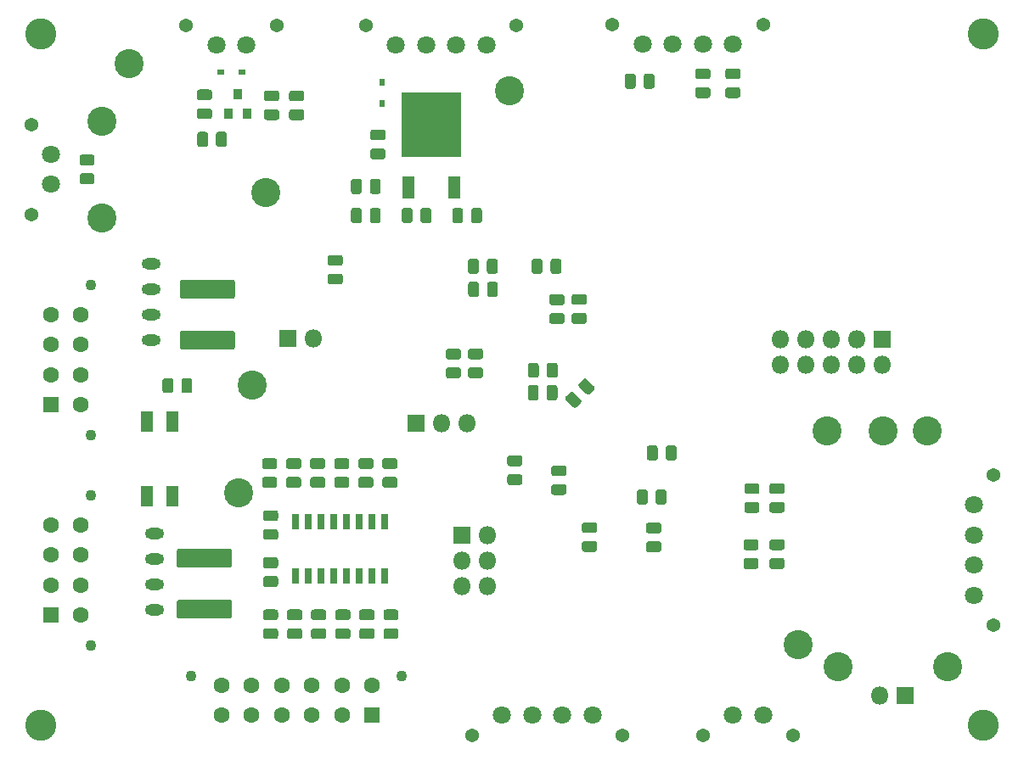
<source format=gbr>
%TF.GenerationSoftware,KiCad,Pcbnew,(5.0.0)*%
%TF.CreationDate,2019-03-07T00:03:01-06:00*%
%TF.ProjectId,BPSMaster,4250534D61737465722E6B696361645F,rev?*%
%TF.SameCoordinates,Original*%
%TF.FileFunction,Soldermask,Bot*%
%TF.FilePolarity,Negative*%
%FSLAX46Y46*%
G04 Gerber Fmt 4.6, Leading zero omitted, Abs format (unit mm)*
G04 Created by KiCad (PCBNEW (5.0.0)) date 03/07/19 00:03:01*
%MOMM*%
%LPD*%
G01*
G04 APERTURE LIST*
%ADD10R,1.301600X2.101600*%
%ADD11R,1.801600X1.801600*%
%ADD12O,1.801600X1.801600*%
%ADD13C,0.100000*%
%ADD14C,1.076600*%
%ADD15C,2.901600*%
%ADD16C,1.901600*%
%ADD17R,0.551600X0.701600*%
%ADD18R,0.701600X0.551600*%
%ADD19C,1.371600*%
%ADD20C,1.801600*%
%ADD21C,1.601600*%
%ADD22R,1.601600X1.601600*%
%ADD23C,1.101600*%
%ADD24C,3.101600*%
%ADD25R,1.301600X2.301600*%
%ADD26R,5.901600X6.501600*%
%ADD27R,0.901600X1.001600*%
%ADD28O,1.901600X1.101600*%
%ADD29R,0.701600X1.601600*%
G04 APERTURE END LIST*
D10*
X113530000Y-124150000D03*
X116070000Y-124150000D03*
X116070000Y-116650000D03*
X113530000Y-116650000D03*
D11*
X186918600Y-108452920D03*
D12*
X186918600Y-110992920D03*
X184378600Y-108452920D03*
X184378600Y-110992920D03*
X181838600Y-108452920D03*
X181838600Y-110992920D03*
X179298600Y-108452920D03*
X179298600Y-110992920D03*
X176758600Y-108452920D03*
X176758600Y-110992920D03*
D11*
X127629920Y-108402120D03*
D12*
X130169920Y-108402120D03*
D13*
G36*
X169508031Y-83300496D02*
X169534159Y-83304372D01*
X169559780Y-83310790D01*
X169584649Y-83319688D01*
X169608526Y-83330981D01*
X169631182Y-83344560D01*
X169652397Y-83360294D01*
X169671968Y-83378032D01*
X169689706Y-83397603D01*
X169705440Y-83418818D01*
X169719019Y-83441474D01*
X169730312Y-83465351D01*
X169739210Y-83490220D01*
X169745628Y-83515841D01*
X169749504Y-83541969D01*
X169750800Y-83568350D01*
X169750800Y-84106650D01*
X169749504Y-84133031D01*
X169745628Y-84159159D01*
X169739210Y-84184780D01*
X169730312Y-84209649D01*
X169719019Y-84233526D01*
X169705440Y-84256182D01*
X169689706Y-84277397D01*
X169671968Y-84296968D01*
X169652397Y-84314706D01*
X169631182Y-84330440D01*
X169608526Y-84344019D01*
X169584649Y-84355312D01*
X169559780Y-84364210D01*
X169534159Y-84370628D01*
X169508031Y-84374504D01*
X169481650Y-84375800D01*
X168518350Y-84375800D01*
X168491969Y-84374504D01*
X168465841Y-84370628D01*
X168440220Y-84364210D01*
X168415351Y-84355312D01*
X168391474Y-84344019D01*
X168368818Y-84330440D01*
X168347603Y-84314706D01*
X168328032Y-84296968D01*
X168310294Y-84277397D01*
X168294560Y-84256182D01*
X168280981Y-84233526D01*
X168269688Y-84209649D01*
X168260790Y-84184780D01*
X168254372Y-84159159D01*
X168250496Y-84133031D01*
X168249200Y-84106650D01*
X168249200Y-83568350D01*
X168250496Y-83541969D01*
X168254372Y-83515841D01*
X168260790Y-83490220D01*
X168269688Y-83465351D01*
X168280981Y-83441474D01*
X168294560Y-83418818D01*
X168310294Y-83397603D01*
X168328032Y-83378032D01*
X168347603Y-83360294D01*
X168368818Y-83344560D01*
X168391474Y-83330981D01*
X168415351Y-83319688D01*
X168440220Y-83310790D01*
X168465841Y-83304372D01*
X168491969Y-83300496D01*
X168518350Y-83299200D01*
X169481650Y-83299200D01*
X169508031Y-83300496D01*
X169508031Y-83300496D01*
G37*
D14*
X169000000Y-83837500D03*
D13*
G36*
X169508031Y-81425496D02*
X169534159Y-81429372D01*
X169559780Y-81435790D01*
X169584649Y-81444688D01*
X169608526Y-81455981D01*
X169631182Y-81469560D01*
X169652397Y-81485294D01*
X169671968Y-81503032D01*
X169689706Y-81522603D01*
X169705440Y-81543818D01*
X169719019Y-81566474D01*
X169730312Y-81590351D01*
X169739210Y-81615220D01*
X169745628Y-81640841D01*
X169749504Y-81666969D01*
X169750800Y-81693350D01*
X169750800Y-82231650D01*
X169749504Y-82258031D01*
X169745628Y-82284159D01*
X169739210Y-82309780D01*
X169730312Y-82334649D01*
X169719019Y-82358526D01*
X169705440Y-82381182D01*
X169689706Y-82402397D01*
X169671968Y-82421968D01*
X169652397Y-82439706D01*
X169631182Y-82455440D01*
X169608526Y-82469019D01*
X169584649Y-82480312D01*
X169559780Y-82489210D01*
X169534159Y-82495628D01*
X169508031Y-82499504D01*
X169481650Y-82500800D01*
X168518350Y-82500800D01*
X168491969Y-82499504D01*
X168465841Y-82495628D01*
X168440220Y-82489210D01*
X168415351Y-82480312D01*
X168391474Y-82469019D01*
X168368818Y-82455440D01*
X168347603Y-82439706D01*
X168328032Y-82421968D01*
X168310294Y-82402397D01*
X168294560Y-82381182D01*
X168280981Y-82358526D01*
X168269688Y-82334649D01*
X168260790Y-82309780D01*
X168254372Y-82284159D01*
X168250496Y-82258031D01*
X168249200Y-82231650D01*
X168249200Y-81693350D01*
X168250496Y-81666969D01*
X168254372Y-81640841D01*
X168260790Y-81615220D01*
X168269688Y-81590351D01*
X168280981Y-81566474D01*
X168294560Y-81543818D01*
X168310294Y-81522603D01*
X168328032Y-81503032D01*
X168347603Y-81485294D01*
X168368818Y-81469560D01*
X168391474Y-81455981D01*
X168415351Y-81444688D01*
X168440220Y-81435790D01*
X168465841Y-81429372D01*
X168491969Y-81425496D01*
X168518350Y-81424200D01*
X169481650Y-81424200D01*
X169508031Y-81425496D01*
X169508031Y-81425496D01*
G37*
D14*
X169000000Y-81962500D03*
D13*
G36*
X172508031Y-81425496D02*
X172534159Y-81429372D01*
X172559780Y-81435790D01*
X172584649Y-81444688D01*
X172608526Y-81455981D01*
X172631182Y-81469560D01*
X172652397Y-81485294D01*
X172671968Y-81503032D01*
X172689706Y-81522603D01*
X172705440Y-81543818D01*
X172719019Y-81566474D01*
X172730312Y-81590351D01*
X172739210Y-81615220D01*
X172745628Y-81640841D01*
X172749504Y-81666969D01*
X172750800Y-81693350D01*
X172750800Y-82231650D01*
X172749504Y-82258031D01*
X172745628Y-82284159D01*
X172739210Y-82309780D01*
X172730312Y-82334649D01*
X172719019Y-82358526D01*
X172705440Y-82381182D01*
X172689706Y-82402397D01*
X172671968Y-82421968D01*
X172652397Y-82439706D01*
X172631182Y-82455440D01*
X172608526Y-82469019D01*
X172584649Y-82480312D01*
X172559780Y-82489210D01*
X172534159Y-82495628D01*
X172508031Y-82499504D01*
X172481650Y-82500800D01*
X171518350Y-82500800D01*
X171491969Y-82499504D01*
X171465841Y-82495628D01*
X171440220Y-82489210D01*
X171415351Y-82480312D01*
X171391474Y-82469019D01*
X171368818Y-82455440D01*
X171347603Y-82439706D01*
X171328032Y-82421968D01*
X171310294Y-82402397D01*
X171294560Y-82381182D01*
X171280981Y-82358526D01*
X171269688Y-82334649D01*
X171260790Y-82309780D01*
X171254372Y-82284159D01*
X171250496Y-82258031D01*
X171249200Y-82231650D01*
X171249200Y-81693350D01*
X171250496Y-81666969D01*
X171254372Y-81640841D01*
X171260790Y-81615220D01*
X171269688Y-81590351D01*
X171280981Y-81566474D01*
X171294560Y-81543818D01*
X171310294Y-81522603D01*
X171328032Y-81503032D01*
X171347603Y-81485294D01*
X171368818Y-81469560D01*
X171391474Y-81455981D01*
X171415351Y-81444688D01*
X171440220Y-81435790D01*
X171465841Y-81429372D01*
X171491969Y-81425496D01*
X171518350Y-81424200D01*
X172481650Y-81424200D01*
X172508031Y-81425496D01*
X172508031Y-81425496D01*
G37*
D14*
X172000000Y-81962500D03*
D13*
G36*
X172508031Y-83300496D02*
X172534159Y-83304372D01*
X172559780Y-83310790D01*
X172584649Y-83319688D01*
X172608526Y-83330981D01*
X172631182Y-83344560D01*
X172652397Y-83360294D01*
X172671968Y-83378032D01*
X172689706Y-83397603D01*
X172705440Y-83418818D01*
X172719019Y-83441474D01*
X172730312Y-83465351D01*
X172739210Y-83490220D01*
X172745628Y-83515841D01*
X172749504Y-83541969D01*
X172750800Y-83568350D01*
X172750800Y-84106650D01*
X172749504Y-84133031D01*
X172745628Y-84159159D01*
X172739210Y-84184780D01*
X172730312Y-84209649D01*
X172719019Y-84233526D01*
X172705440Y-84256182D01*
X172689706Y-84277397D01*
X172671968Y-84296968D01*
X172652397Y-84314706D01*
X172631182Y-84330440D01*
X172608526Y-84344019D01*
X172584649Y-84355312D01*
X172559780Y-84364210D01*
X172534159Y-84370628D01*
X172508031Y-84374504D01*
X172481650Y-84375800D01*
X171518350Y-84375800D01*
X171491969Y-84374504D01*
X171465841Y-84370628D01*
X171440220Y-84364210D01*
X171415351Y-84355312D01*
X171391474Y-84344019D01*
X171368818Y-84330440D01*
X171347603Y-84314706D01*
X171328032Y-84296968D01*
X171310294Y-84277397D01*
X171294560Y-84256182D01*
X171280981Y-84233526D01*
X171269688Y-84209649D01*
X171260790Y-84184780D01*
X171254372Y-84159159D01*
X171250496Y-84133031D01*
X171249200Y-84106650D01*
X171249200Y-83568350D01*
X171250496Y-83541969D01*
X171254372Y-83515841D01*
X171260790Y-83490220D01*
X171269688Y-83465351D01*
X171280981Y-83441474D01*
X171294560Y-83418818D01*
X171310294Y-83397603D01*
X171328032Y-83378032D01*
X171347603Y-83360294D01*
X171368818Y-83344560D01*
X171391474Y-83330981D01*
X171415351Y-83319688D01*
X171440220Y-83310790D01*
X171465841Y-83304372D01*
X171491969Y-83300496D01*
X171518350Y-83299200D01*
X172481650Y-83299200D01*
X172508031Y-83300496D01*
X172508031Y-83300496D01*
G37*
D14*
X172000000Y-83837500D03*
D15*
X149700000Y-83650000D03*
X111760000Y-80970000D03*
X109100000Y-86700000D03*
X109100000Y-96350000D03*
D13*
G36*
X144627716Y-109394933D02*
X144653844Y-109398809D01*
X144679465Y-109405227D01*
X144704334Y-109414125D01*
X144728211Y-109425418D01*
X144750867Y-109438997D01*
X144772082Y-109454731D01*
X144791653Y-109472469D01*
X144809391Y-109492040D01*
X144825125Y-109513255D01*
X144838704Y-109535911D01*
X144849997Y-109559788D01*
X144858895Y-109584657D01*
X144865313Y-109610278D01*
X144869189Y-109636406D01*
X144870485Y-109662787D01*
X144870485Y-110201087D01*
X144869189Y-110227468D01*
X144865313Y-110253596D01*
X144858895Y-110279217D01*
X144849997Y-110304086D01*
X144838704Y-110327963D01*
X144825125Y-110350619D01*
X144809391Y-110371834D01*
X144791653Y-110391405D01*
X144772082Y-110409143D01*
X144750867Y-110424877D01*
X144728211Y-110438456D01*
X144704334Y-110449749D01*
X144679465Y-110458647D01*
X144653844Y-110465065D01*
X144627716Y-110468941D01*
X144601335Y-110470237D01*
X143638035Y-110470237D01*
X143611654Y-110468941D01*
X143585526Y-110465065D01*
X143559905Y-110458647D01*
X143535036Y-110449749D01*
X143511159Y-110438456D01*
X143488503Y-110424877D01*
X143467288Y-110409143D01*
X143447717Y-110391405D01*
X143429979Y-110371834D01*
X143414245Y-110350619D01*
X143400666Y-110327963D01*
X143389373Y-110304086D01*
X143380475Y-110279217D01*
X143374057Y-110253596D01*
X143370181Y-110227468D01*
X143368885Y-110201087D01*
X143368885Y-109662787D01*
X143370181Y-109636406D01*
X143374057Y-109610278D01*
X143380475Y-109584657D01*
X143389373Y-109559788D01*
X143400666Y-109535911D01*
X143414245Y-109513255D01*
X143429979Y-109492040D01*
X143447717Y-109472469D01*
X143467288Y-109454731D01*
X143488503Y-109438997D01*
X143511159Y-109425418D01*
X143535036Y-109414125D01*
X143559905Y-109405227D01*
X143585526Y-109398809D01*
X143611654Y-109394933D01*
X143638035Y-109393637D01*
X144601335Y-109393637D01*
X144627716Y-109394933D01*
X144627716Y-109394933D01*
G37*
D14*
X144119685Y-109931937D03*
D13*
G36*
X144627716Y-111269935D02*
X144653844Y-111273811D01*
X144679465Y-111280229D01*
X144704334Y-111289127D01*
X144728211Y-111300420D01*
X144750867Y-111313999D01*
X144772082Y-111329733D01*
X144791653Y-111347471D01*
X144809391Y-111367042D01*
X144825125Y-111388257D01*
X144838704Y-111410913D01*
X144849997Y-111434790D01*
X144858895Y-111459659D01*
X144865313Y-111485280D01*
X144869189Y-111511408D01*
X144870485Y-111537789D01*
X144870485Y-112076089D01*
X144869189Y-112102470D01*
X144865313Y-112128598D01*
X144858895Y-112154219D01*
X144849997Y-112179088D01*
X144838704Y-112202965D01*
X144825125Y-112225621D01*
X144809391Y-112246836D01*
X144791653Y-112266407D01*
X144772082Y-112284145D01*
X144750867Y-112299879D01*
X144728211Y-112313458D01*
X144704334Y-112324751D01*
X144679465Y-112333649D01*
X144653844Y-112340067D01*
X144627716Y-112343943D01*
X144601335Y-112345239D01*
X143638035Y-112345239D01*
X143611654Y-112343943D01*
X143585526Y-112340067D01*
X143559905Y-112333649D01*
X143535036Y-112324751D01*
X143511159Y-112313458D01*
X143488503Y-112299879D01*
X143467288Y-112284145D01*
X143447717Y-112266407D01*
X143429979Y-112246836D01*
X143414245Y-112225621D01*
X143400666Y-112202965D01*
X143389373Y-112179088D01*
X143380475Y-112154219D01*
X143374057Y-112128598D01*
X143370181Y-112102470D01*
X143368885Y-112076089D01*
X143368885Y-111537789D01*
X143370181Y-111511408D01*
X143374057Y-111485280D01*
X143380475Y-111459659D01*
X143389373Y-111434790D01*
X143400666Y-111410913D01*
X143414245Y-111388257D01*
X143429979Y-111367042D01*
X143447717Y-111347471D01*
X143467288Y-111329733D01*
X143488503Y-111313999D01*
X143511159Y-111300420D01*
X143535036Y-111289127D01*
X143559905Y-111280229D01*
X143585526Y-111273811D01*
X143611654Y-111269935D01*
X143638035Y-111268639D01*
X144601335Y-111268639D01*
X144627716Y-111269935D01*
X144627716Y-111269935D01*
G37*
D14*
X144119685Y-111806939D03*
D13*
G36*
X157289034Y-112368337D02*
X157315162Y-112372213D01*
X157340783Y-112378631D01*
X157365652Y-112387529D01*
X157389529Y-112398822D01*
X157412185Y-112412401D01*
X157433400Y-112428135D01*
X157452971Y-112445873D01*
X158134127Y-113127029D01*
X158151865Y-113146600D01*
X158167599Y-113167815D01*
X158181178Y-113190471D01*
X158192471Y-113214348D01*
X158201369Y-113239217D01*
X158207787Y-113264838D01*
X158211663Y-113290966D01*
X158212959Y-113317347D01*
X158211663Y-113343728D01*
X158207787Y-113369856D01*
X158201369Y-113395477D01*
X158192471Y-113420346D01*
X158181178Y-113444223D01*
X158167599Y-113466879D01*
X158151865Y-113488094D01*
X158134127Y-113507665D01*
X157753491Y-113888301D01*
X157733920Y-113906039D01*
X157712705Y-113921773D01*
X157690049Y-113935352D01*
X157666172Y-113946645D01*
X157641303Y-113955543D01*
X157615682Y-113961961D01*
X157589554Y-113965837D01*
X157563173Y-113967133D01*
X157536792Y-113965837D01*
X157510664Y-113961961D01*
X157485043Y-113955543D01*
X157460174Y-113946645D01*
X157436297Y-113935352D01*
X157413641Y-113921773D01*
X157392426Y-113906039D01*
X157372855Y-113888301D01*
X156691699Y-113207145D01*
X156673961Y-113187574D01*
X156658227Y-113166359D01*
X156644648Y-113143703D01*
X156633355Y-113119826D01*
X156624457Y-113094957D01*
X156618039Y-113069336D01*
X156614163Y-113043208D01*
X156612867Y-113016827D01*
X156614163Y-112990446D01*
X156618039Y-112964318D01*
X156624457Y-112938697D01*
X156633355Y-112913828D01*
X156644648Y-112889951D01*
X156658227Y-112867295D01*
X156673961Y-112846080D01*
X156691699Y-112826509D01*
X157072335Y-112445873D01*
X157091906Y-112428135D01*
X157113121Y-112412401D01*
X157135777Y-112398822D01*
X157159654Y-112387529D01*
X157184523Y-112378631D01*
X157210144Y-112372213D01*
X157236272Y-112368337D01*
X157262653Y-112367041D01*
X157289034Y-112368337D01*
X157289034Y-112368337D01*
G37*
D14*
X157412913Y-113167087D03*
D13*
G36*
X155963208Y-113694163D02*
X155989336Y-113698039D01*
X156014957Y-113704457D01*
X156039826Y-113713355D01*
X156063703Y-113724648D01*
X156086359Y-113738227D01*
X156107574Y-113753961D01*
X156127145Y-113771699D01*
X156808301Y-114452855D01*
X156826039Y-114472426D01*
X156841773Y-114493641D01*
X156855352Y-114516297D01*
X156866645Y-114540174D01*
X156875543Y-114565043D01*
X156881961Y-114590664D01*
X156885837Y-114616792D01*
X156887133Y-114643173D01*
X156885837Y-114669554D01*
X156881961Y-114695682D01*
X156875543Y-114721303D01*
X156866645Y-114746172D01*
X156855352Y-114770049D01*
X156841773Y-114792705D01*
X156826039Y-114813920D01*
X156808301Y-114833491D01*
X156427665Y-115214127D01*
X156408094Y-115231865D01*
X156386879Y-115247599D01*
X156364223Y-115261178D01*
X156340346Y-115272471D01*
X156315477Y-115281369D01*
X156289856Y-115287787D01*
X156263728Y-115291663D01*
X156237347Y-115292959D01*
X156210966Y-115291663D01*
X156184838Y-115287787D01*
X156159217Y-115281369D01*
X156134348Y-115272471D01*
X156110471Y-115261178D01*
X156087815Y-115247599D01*
X156066600Y-115231865D01*
X156047029Y-115214127D01*
X155365873Y-114532971D01*
X155348135Y-114513400D01*
X155332401Y-114492185D01*
X155318822Y-114469529D01*
X155307529Y-114445652D01*
X155298631Y-114420783D01*
X155292213Y-114395162D01*
X155288337Y-114369034D01*
X155287041Y-114342653D01*
X155288337Y-114316272D01*
X155292213Y-114290144D01*
X155298631Y-114264523D01*
X155307529Y-114239654D01*
X155318822Y-114215777D01*
X155332401Y-114193121D01*
X155348135Y-114171906D01*
X155365873Y-114152335D01*
X155746509Y-113771699D01*
X155766080Y-113753961D01*
X155787295Y-113738227D01*
X155809951Y-113724648D01*
X155833828Y-113713355D01*
X155858697Y-113704457D01*
X155884318Y-113698039D01*
X155910446Y-113694163D01*
X155936827Y-113692867D01*
X155963208Y-113694163D01*
X155963208Y-113694163D01*
G37*
D14*
X156087087Y-114492913D03*
D13*
G36*
X154651171Y-100415478D02*
X154677299Y-100419354D01*
X154702920Y-100425772D01*
X154727789Y-100434670D01*
X154751666Y-100445963D01*
X154774322Y-100459542D01*
X154795537Y-100475276D01*
X154815108Y-100493014D01*
X154832846Y-100512585D01*
X154848580Y-100533800D01*
X154862159Y-100556456D01*
X154873452Y-100580333D01*
X154882350Y-100605202D01*
X154888768Y-100630823D01*
X154892644Y-100656951D01*
X154893940Y-100683332D01*
X154893940Y-101646632D01*
X154892644Y-101673013D01*
X154888768Y-101699141D01*
X154882350Y-101724762D01*
X154873452Y-101749631D01*
X154862159Y-101773508D01*
X154848580Y-101796164D01*
X154832846Y-101817379D01*
X154815108Y-101836950D01*
X154795537Y-101854688D01*
X154774322Y-101870422D01*
X154751666Y-101884001D01*
X154727789Y-101895294D01*
X154702920Y-101904192D01*
X154677299Y-101910610D01*
X154651171Y-101914486D01*
X154624790Y-101915782D01*
X154086490Y-101915782D01*
X154060109Y-101914486D01*
X154033981Y-101910610D01*
X154008360Y-101904192D01*
X153983491Y-101895294D01*
X153959614Y-101884001D01*
X153936958Y-101870422D01*
X153915743Y-101854688D01*
X153896172Y-101836950D01*
X153878434Y-101817379D01*
X153862700Y-101796164D01*
X153849121Y-101773508D01*
X153837828Y-101749631D01*
X153828930Y-101724762D01*
X153822512Y-101699141D01*
X153818636Y-101673013D01*
X153817340Y-101646632D01*
X153817340Y-100683332D01*
X153818636Y-100656951D01*
X153822512Y-100630823D01*
X153828930Y-100605202D01*
X153837828Y-100580333D01*
X153849121Y-100556456D01*
X153862700Y-100533800D01*
X153878434Y-100512585D01*
X153896172Y-100493014D01*
X153915743Y-100475276D01*
X153936958Y-100459542D01*
X153959614Y-100445963D01*
X153983491Y-100434670D01*
X154008360Y-100425772D01*
X154033981Y-100419354D01*
X154060109Y-100415478D01*
X154086490Y-100414182D01*
X154624790Y-100414182D01*
X154651171Y-100415478D01*
X154651171Y-100415478D01*
G37*
D14*
X154355640Y-101164982D03*
D13*
G36*
X152776169Y-100415478D02*
X152802297Y-100419354D01*
X152827918Y-100425772D01*
X152852787Y-100434670D01*
X152876664Y-100445963D01*
X152899320Y-100459542D01*
X152920535Y-100475276D01*
X152940106Y-100493014D01*
X152957844Y-100512585D01*
X152973578Y-100533800D01*
X152987157Y-100556456D01*
X152998450Y-100580333D01*
X153007348Y-100605202D01*
X153013766Y-100630823D01*
X153017642Y-100656951D01*
X153018938Y-100683332D01*
X153018938Y-101646632D01*
X153017642Y-101673013D01*
X153013766Y-101699141D01*
X153007348Y-101724762D01*
X152998450Y-101749631D01*
X152987157Y-101773508D01*
X152973578Y-101796164D01*
X152957844Y-101817379D01*
X152940106Y-101836950D01*
X152920535Y-101854688D01*
X152899320Y-101870422D01*
X152876664Y-101884001D01*
X152852787Y-101895294D01*
X152827918Y-101904192D01*
X152802297Y-101910610D01*
X152776169Y-101914486D01*
X152749788Y-101915782D01*
X152211488Y-101915782D01*
X152185107Y-101914486D01*
X152158979Y-101910610D01*
X152133358Y-101904192D01*
X152108489Y-101895294D01*
X152084612Y-101884001D01*
X152061956Y-101870422D01*
X152040741Y-101854688D01*
X152021170Y-101836950D01*
X152003432Y-101817379D01*
X151987698Y-101796164D01*
X151974119Y-101773508D01*
X151962826Y-101749631D01*
X151953928Y-101724762D01*
X151947510Y-101699141D01*
X151943634Y-101673013D01*
X151942338Y-101646632D01*
X151942338Y-100683332D01*
X151943634Y-100656951D01*
X151947510Y-100630823D01*
X151953928Y-100605202D01*
X151962826Y-100580333D01*
X151974119Y-100556456D01*
X151987698Y-100533800D01*
X152003432Y-100512585D01*
X152021170Y-100493014D01*
X152040741Y-100475276D01*
X152061956Y-100459542D01*
X152084612Y-100445963D01*
X152108489Y-100434670D01*
X152133358Y-100425772D01*
X152158979Y-100419354D01*
X152185107Y-100415478D01*
X152211488Y-100414182D01*
X152749788Y-100414182D01*
X152776169Y-100415478D01*
X152776169Y-100415478D01*
G37*
D14*
X152480638Y-101164982D03*
D13*
G36*
X146430470Y-100415478D02*
X146456598Y-100419354D01*
X146482219Y-100425772D01*
X146507088Y-100434670D01*
X146530965Y-100445963D01*
X146553621Y-100459542D01*
X146574836Y-100475276D01*
X146594407Y-100493014D01*
X146612145Y-100512585D01*
X146627879Y-100533800D01*
X146641458Y-100556456D01*
X146652751Y-100580333D01*
X146661649Y-100605202D01*
X146668067Y-100630823D01*
X146671943Y-100656951D01*
X146673239Y-100683332D01*
X146673239Y-101646632D01*
X146671943Y-101673013D01*
X146668067Y-101699141D01*
X146661649Y-101724762D01*
X146652751Y-101749631D01*
X146641458Y-101773508D01*
X146627879Y-101796164D01*
X146612145Y-101817379D01*
X146594407Y-101836950D01*
X146574836Y-101854688D01*
X146553621Y-101870422D01*
X146530965Y-101884001D01*
X146507088Y-101895294D01*
X146482219Y-101904192D01*
X146456598Y-101910610D01*
X146430470Y-101914486D01*
X146404089Y-101915782D01*
X145865789Y-101915782D01*
X145839408Y-101914486D01*
X145813280Y-101910610D01*
X145787659Y-101904192D01*
X145762790Y-101895294D01*
X145738913Y-101884001D01*
X145716257Y-101870422D01*
X145695042Y-101854688D01*
X145675471Y-101836950D01*
X145657733Y-101817379D01*
X145641999Y-101796164D01*
X145628420Y-101773508D01*
X145617127Y-101749631D01*
X145608229Y-101724762D01*
X145601811Y-101699141D01*
X145597935Y-101673013D01*
X145596639Y-101646632D01*
X145596639Y-100683332D01*
X145597935Y-100656951D01*
X145601811Y-100630823D01*
X145608229Y-100605202D01*
X145617127Y-100580333D01*
X145628420Y-100556456D01*
X145641999Y-100533800D01*
X145657733Y-100512585D01*
X145675471Y-100493014D01*
X145695042Y-100475276D01*
X145716257Y-100459542D01*
X145738913Y-100445963D01*
X145762790Y-100434670D01*
X145787659Y-100425772D01*
X145813280Y-100419354D01*
X145839408Y-100415478D01*
X145865789Y-100414182D01*
X146404089Y-100414182D01*
X146430470Y-100415478D01*
X146430470Y-100415478D01*
G37*
D14*
X146134939Y-101164982D03*
D13*
G36*
X148305472Y-100415478D02*
X148331600Y-100419354D01*
X148357221Y-100425772D01*
X148382090Y-100434670D01*
X148405967Y-100445963D01*
X148428623Y-100459542D01*
X148449838Y-100475276D01*
X148469409Y-100493014D01*
X148487147Y-100512585D01*
X148502881Y-100533800D01*
X148516460Y-100556456D01*
X148527753Y-100580333D01*
X148536651Y-100605202D01*
X148543069Y-100630823D01*
X148546945Y-100656951D01*
X148548241Y-100683332D01*
X148548241Y-101646632D01*
X148546945Y-101673013D01*
X148543069Y-101699141D01*
X148536651Y-101724762D01*
X148527753Y-101749631D01*
X148516460Y-101773508D01*
X148502881Y-101796164D01*
X148487147Y-101817379D01*
X148469409Y-101836950D01*
X148449838Y-101854688D01*
X148428623Y-101870422D01*
X148405967Y-101884001D01*
X148382090Y-101895294D01*
X148357221Y-101904192D01*
X148331600Y-101910610D01*
X148305472Y-101914486D01*
X148279091Y-101915782D01*
X147740791Y-101915782D01*
X147714410Y-101914486D01*
X147688282Y-101910610D01*
X147662661Y-101904192D01*
X147637792Y-101895294D01*
X147613915Y-101884001D01*
X147591259Y-101870422D01*
X147570044Y-101854688D01*
X147550473Y-101836950D01*
X147532735Y-101817379D01*
X147517001Y-101796164D01*
X147503422Y-101773508D01*
X147492129Y-101749631D01*
X147483231Y-101724762D01*
X147476813Y-101699141D01*
X147472937Y-101673013D01*
X147471641Y-101646632D01*
X147471641Y-100683332D01*
X147472937Y-100656951D01*
X147476813Y-100630823D01*
X147483231Y-100605202D01*
X147492129Y-100580333D01*
X147503422Y-100556456D01*
X147517001Y-100533800D01*
X147532735Y-100512585D01*
X147550473Y-100493014D01*
X147570044Y-100475276D01*
X147591259Y-100459542D01*
X147613915Y-100445963D01*
X147637792Y-100434670D01*
X147662661Y-100425772D01*
X147688282Y-100419354D01*
X147714410Y-100415478D01*
X147740791Y-100414182D01*
X148279091Y-100414182D01*
X148305472Y-100415478D01*
X148305472Y-100415478D01*
G37*
D14*
X148009941Y-101164982D03*
D13*
G36*
X152404354Y-110809948D02*
X152430482Y-110813824D01*
X152456103Y-110820242D01*
X152480972Y-110829140D01*
X152504849Y-110840433D01*
X152527505Y-110854012D01*
X152548720Y-110869746D01*
X152568291Y-110887484D01*
X152586029Y-110907055D01*
X152601763Y-110928270D01*
X152615342Y-110950926D01*
X152626635Y-110974803D01*
X152635533Y-110999672D01*
X152641951Y-111025293D01*
X152645827Y-111051421D01*
X152647123Y-111077802D01*
X152647123Y-112041102D01*
X152645827Y-112067483D01*
X152641951Y-112093611D01*
X152635533Y-112119232D01*
X152626635Y-112144101D01*
X152615342Y-112167978D01*
X152601763Y-112190634D01*
X152586029Y-112211849D01*
X152568291Y-112231420D01*
X152548720Y-112249158D01*
X152527505Y-112264892D01*
X152504849Y-112278471D01*
X152480972Y-112289764D01*
X152456103Y-112298662D01*
X152430482Y-112305080D01*
X152404354Y-112308956D01*
X152377973Y-112310252D01*
X151839673Y-112310252D01*
X151813292Y-112308956D01*
X151787164Y-112305080D01*
X151761543Y-112298662D01*
X151736674Y-112289764D01*
X151712797Y-112278471D01*
X151690141Y-112264892D01*
X151668926Y-112249158D01*
X151649355Y-112231420D01*
X151631617Y-112211849D01*
X151615883Y-112190634D01*
X151602304Y-112167978D01*
X151591011Y-112144101D01*
X151582113Y-112119232D01*
X151575695Y-112093611D01*
X151571819Y-112067483D01*
X151570523Y-112041102D01*
X151570523Y-111077802D01*
X151571819Y-111051421D01*
X151575695Y-111025293D01*
X151582113Y-110999672D01*
X151591011Y-110974803D01*
X151602304Y-110950926D01*
X151615883Y-110928270D01*
X151631617Y-110907055D01*
X151649355Y-110887484D01*
X151668926Y-110869746D01*
X151690141Y-110854012D01*
X151712797Y-110840433D01*
X151736674Y-110829140D01*
X151761543Y-110820242D01*
X151787164Y-110813824D01*
X151813292Y-110809948D01*
X151839673Y-110808652D01*
X152377973Y-110808652D01*
X152404354Y-110809948D01*
X152404354Y-110809948D01*
G37*
D14*
X152108823Y-111559452D03*
D13*
G36*
X154279356Y-110809948D02*
X154305484Y-110813824D01*
X154331105Y-110820242D01*
X154355974Y-110829140D01*
X154379851Y-110840433D01*
X154402507Y-110854012D01*
X154423722Y-110869746D01*
X154443293Y-110887484D01*
X154461031Y-110907055D01*
X154476765Y-110928270D01*
X154490344Y-110950926D01*
X154501637Y-110974803D01*
X154510535Y-110999672D01*
X154516953Y-111025293D01*
X154520829Y-111051421D01*
X154522125Y-111077802D01*
X154522125Y-112041102D01*
X154520829Y-112067483D01*
X154516953Y-112093611D01*
X154510535Y-112119232D01*
X154501637Y-112144101D01*
X154490344Y-112167978D01*
X154476765Y-112190634D01*
X154461031Y-112211849D01*
X154443293Y-112231420D01*
X154423722Y-112249158D01*
X154402507Y-112264892D01*
X154379851Y-112278471D01*
X154355974Y-112289764D01*
X154331105Y-112298662D01*
X154305484Y-112305080D01*
X154279356Y-112308956D01*
X154252975Y-112310252D01*
X153714675Y-112310252D01*
X153688294Y-112308956D01*
X153662166Y-112305080D01*
X153636545Y-112298662D01*
X153611676Y-112289764D01*
X153587799Y-112278471D01*
X153565143Y-112264892D01*
X153543928Y-112249158D01*
X153524357Y-112231420D01*
X153506619Y-112211849D01*
X153490885Y-112190634D01*
X153477306Y-112167978D01*
X153466013Y-112144101D01*
X153457115Y-112119232D01*
X153450697Y-112093611D01*
X153446821Y-112067483D01*
X153445525Y-112041102D01*
X153445525Y-111077802D01*
X153446821Y-111051421D01*
X153450697Y-111025293D01*
X153457115Y-110999672D01*
X153466013Y-110974803D01*
X153477306Y-110950926D01*
X153490885Y-110928270D01*
X153506619Y-110907055D01*
X153524357Y-110887484D01*
X153543928Y-110869746D01*
X153565143Y-110854012D01*
X153587799Y-110840433D01*
X153611676Y-110829140D01*
X153636545Y-110820242D01*
X153662166Y-110813824D01*
X153688294Y-110809948D01*
X153714675Y-110808652D01*
X154252975Y-110808652D01*
X154279356Y-110809948D01*
X154279356Y-110809948D01*
G37*
D14*
X153983825Y-111559452D03*
D13*
G36*
X146855103Y-111252842D02*
X146881231Y-111256718D01*
X146906852Y-111263136D01*
X146931721Y-111272034D01*
X146955598Y-111283327D01*
X146978254Y-111296906D01*
X146999469Y-111312640D01*
X147019040Y-111330378D01*
X147036778Y-111349949D01*
X147052512Y-111371164D01*
X147066091Y-111393820D01*
X147077384Y-111417697D01*
X147086282Y-111442566D01*
X147092700Y-111468187D01*
X147096576Y-111494315D01*
X147097872Y-111520696D01*
X147097872Y-112058996D01*
X147096576Y-112085377D01*
X147092700Y-112111505D01*
X147086282Y-112137126D01*
X147077384Y-112161995D01*
X147066091Y-112185872D01*
X147052512Y-112208528D01*
X147036778Y-112229743D01*
X147019040Y-112249314D01*
X146999469Y-112267052D01*
X146978254Y-112282786D01*
X146955598Y-112296365D01*
X146931721Y-112307658D01*
X146906852Y-112316556D01*
X146881231Y-112322974D01*
X146855103Y-112326850D01*
X146828722Y-112328146D01*
X145865422Y-112328146D01*
X145839041Y-112326850D01*
X145812913Y-112322974D01*
X145787292Y-112316556D01*
X145762423Y-112307658D01*
X145738546Y-112296365D01*
X145715890Y-112282786D01*
X145694675Y-112267052D01*
X145675104Y-112249314D01*
X145657366Y-112229743D01*
X145641632Y-112208528D01*
X145628053Y-112185872D01*
X145616760Y-112161995D01*
X145607862Y-112137126D01*
X145601444Y-112111505D01*
X145597568Y-112085377D01*
X145596272Y-112058996D01*
X145596272Y-111520696D01*
X145597568Y-111494315D01*
X145601444Y-111468187D01*
X145607862Y-111442566D01*
X145616760Y-111417697D01*
X145628053Y-111393820D01*
X145641632Y-111371164D01*
X145657366Y-111349949D01*
X145675104Y-111330378D01*
X145694675Y-111312640D01*
X145715890Y-111296906D01*
X145738546Y-111283327D01*
X145762423Y-111272034D01*
X145787292Y-111263136D01*
X145812913Y-111256718D01*
X145839041Y-111252842D01*
X145865422Y-111251546D01*
X146828722Y-111251546D01*
X146855103Y-111252842D01*
X146855103Y-111252842D01*
G37*
D14*
X146347072Y-111789846D03*
D13*
G36*
X146855103Y-109377840D02*
X146881231Y-109381716D01*
X146906852Y-109388134D01*
X146931721Y-109397032D01*
X146955598Y-109408325D01*
X146978254Y-109421904D01*
X146999469Y-109437638D01*
X147019040Y-109455376D01*
X147036778Y-109474947D01*
X147052512Y-109496162D01*
X147066091Y-109518818D01*
X147077384Y-109542695D01*
X147086282Y-109567564D01*
X147092700Y-109593185D01*
X147096576Y-109619313D01*
X147097872Y-109645694D01*
X147097872Y-110183994D01*
X147096576Y-110210375D01*
X147092700Y-110236503D01*
X147086282Y-110262124D01*
X147077384Y-110286993D01*
X147066091Y-110310870D01*
X147052512Y-110333526D01*
X147036778Y-110354741D01*
X147019040Y-110374312D01*
X146999469Y-110392050D01*
X146978254Y-110407784D01*
X146955598Y-110421363D01*
X146931721Y-110432656D01*
X146906852Y-110441554D01*
X146881231Y-110447972D01*
X146855103Y-110451848D01*
X146828722Y-110453144D01*
X145865422Y-110453144D01*
X145839041Y-110451848D01*
X145812913Y-110447972D01*
X145787292Y-110441554D01*
X145762423Y-110432656D01*
X145738546Y-110421363D01*
X145715890Y-110407784D01*
X145694675Y-110392050D01*
X145675104Y-110374312D01*
X145657366Y-110354741D01*
X145641632Y-110333526D01*
X145628053Y-110310870D01*
X145616760Y-110286993D01*
X145607862Y-110262124D01*
X145601444Y-110236503D01*
X145597568Y-110210375D01*
X145596272Y-110183994D01*
X145596272Y-109645694D01*
X145597568Y-109619313D01*
X145601444Y-109593185D01*
X145607862Y-109567564D01*
X145616760Y-109542695D01*
X145628053Y-109518818D01*
X145641632Y-109496162D01*
X145657366Y-109474947D01*
X145675104Y-109455376D01*
X145694675Y-109437638D01*
X145715890Y-109421904D01*
X145738546Y-109408325D01*
X145762423Y-109397032D01*
X145787292Y-109388134D01*
X145812913Y-109381716D01*
X145839041Y-109377840D01*
X145865422Y-109376544D01*
X146828722Y-109376544D01*
X146855103Y-109377840D01*
X146855103Y-109377840D01*
G37*
D14*
X146347072Y-109914844D03*
D13*
G36*
X152387261Y-113037334D02*
X152413389Y-113041210D01*
X152439010Y-113047628D01*
X152463879Y-113056526D01*
X152487756Y-113067819D01*
X152510412Y-113081398D01*
X152531627Y-113097132D01*
X152551198Y-113114870D01*
X152568936Y-113134441D01*
X152584670Y-113155656D01*
X152598249Y-113178312D01*
X152609542Y-113202189D01*
X152618440Y-113227058D01*
X152624858Y-113252679D01*
X152628734Y-113278807D01*
X152630030Y-113305188D01*
X152630030Y-114268488D01*
X152628734Y-114294869D01*
X152624858Y-114320997D01*
X152618440Y-114346618D01*
X152609542Y-114371487D01*
X152598249Y-114395364D01*
X152584670Y-114418020D01*
X152568936Y-114439235D01*
X152551198Y-114458806D01*
X152531627Y-114476544D01*
X152510412Y-114492278D01*
X152487756Y-114505857D01*
X152463879Y-114517150D01*
X152439010Y-114526048D01*
X152413389Y-114532466D01*
X152387261Y-114536342D01*
X152360880Y-114537638D01*
X151822580Y-114537638D01*
X151796199Y-114536342D01*
X151770071Y-114532466D01*
X151744450Y-114526048D01*
X151719581Y-114517150D01*
X151695704Y-114505857D01*
X151673048Y-114492278D01*
X151651833Y-114476544D01*
X151632262Y-114458806D01*
X151614524Y-114439235D01*
X151598790Y-114418020D01*
X151585211Y-114395364D01*
X151573918Y-114371487D01*
X151565020Y-114346618D01*
X151558602Y-114320997D01*
X151554726Y-114294869D01*
X151553430Y-114268488D01*
X151553430Y-113305188D01*
X151554726Y-113278807D01*
X151558602Y-113252679D01*
X151565020Y-113227058D01*
X151573918Y-113202189D01*
X151585211Y-113178312D01*
X151598790Y-113155656D01*
X151614524Y-113134441D01*
X151632262Y-113114870D01*
X151651833Y-113097132D01*
X151673048Y-113081398D01*
X151695704Y-113067819D01*
X151719581Y-113056526D01*
X151744450Y-113047628D01*
X151770071Y-113041210D01*
X151796199Y-113037334D01*
X151822580Y-113036038D01*
X152360880Y-113036038D01*
X152387261Y-113037334D01*
X152387261Y-113037334D01*
G37*
D14*
X152091730Y-113786838D03*
D13*
G36*
X154262263Y-113037334D02*
X154288391Y-113041210D01*
X154314012Y-113047628D01*
X154338881Y-113056526D01*
X154362758Y-113067819D01*
X154385414Y-113081398D01*
X154406629Y-113097132D01*
X154426200Y-113114870D01*
X154443938Y-113134441D01*
X154459672Y-113155656D01*
X154473251Y-113178312D01*
X154484544Y-113202189D01*
X154493442Y-113227058D01*
X154499860Y-113252679D01*
X154503736Y-113278807D01*
X154505032Y-113305188D01*
X154505032Y-114268488D01*
X154503736Y-114294869D01*
X154499860Y-114320997D01*
X154493442Y-114346618D01*
X154484544Y-114371487D01*
X154473251Y-114395364D01*
X154459672Y-114418020D01*
X154443938Y-114439235D01*
X154426200Y-114458806D01*
X154406629Y-114476544D01*
X154385414Y-114492278D01*
X154362758Y-114505857D01*
X154338881Y-114517150D01*
X154314012Y-114526048D01*
X154288391Y-114532466D01*
X154262263Y-114536342D01*
X154235882Y-114537638D01*
X153697582Y-114537638D01*
X153671201Y-114536342D01*
X153645073Y-114532466D01*
X153619452Y-114526048D01*
X153594583Y-114517150D01*
X153570706Y-114505857D01*
X153548050Y-114492278D01*
X153526835Y-114476544D01*
X153507264Y-114458806D01*
X153489526Y-114439235D01*
X153473792Y-114418020D01*
X153460213Y-114395364D01*
X153448920Y-114371487D01*
X153440022Y-114346618D01*
X153433604Y-114320997D01*
X153429728Y-114294869D01*
X153428432Y-114268488D01*
X153428432Y-113305188D01*
X153429728Y-113278807D01*
X153433604Y-113252679D01*
X153440022Y-113227058D01*
X153448920Y-113202189D01*
X153460213Y-113178312D01*
X153473792Y-113155656D01*
X153489526Y-113134441D01*
X153507264Y-113114870D01*
X153526835Y-113097132D01*
X153548050Y-113081398D01*
X153570706Y-113067819D01*
X153594583Y-113056526D01*
X153619452Y-113047628D01*
X153645073Y-113041210D01*
X153671201Y-113037334D01*
X153697582Y-113036038D01*
X154235882Y-113036038D01*
X154262263Y-113037334D01*
X154262263Y-113037334D01*
G37*
D14*
X153966732Y-113786838D03*
D13*
G36*
X148322566Y-102713575D02*
X148348694Y-102717451D01*
X148374315Y-102723869D01*
X148399184Y-102732767D01*
X148423061Y-102744060D01*
X148445717Y-102757639D01*
X148466932Y-102773373D01*
X148486503Y-102791111D01*
X148504241Y-102810682D01*
X148519975Y-102831897D01*
X148533554Y-102854553D01*
X148544847Y-102878430D01*
X148553745Y-102903299D01*
X148560163Y-102928920D01*
X148564039Y-102955048D01*
X148565335Y-102981429D01*
X148565335Y-103944729D01*
X148564039Y-103971110D01*
X148560163Y-103997238D01*
X148553745Y-104022859D01*
X148544847Y-104047728D01*
X148533554Y-104071605D01*
X148519975Y-104094261D01*
X148504241Y-104115476D01*
X148486503Y-104135047D01*
X148466932Y-104152785D01*
X148445717Y-104168519D01*
X148423061Y-104182098D01*
X148399184Y-104193391D01*
X148374315Y-104202289D01*
X148348694Y-104208707D01*
X148322566Y-104212583D01*
X148296185Y-104213879D01*
X147757885Y-104213879D01*
X147731504Y-104212583D01*
X147705376Y-104208707D01*
X147679755Y-104202289D01*
X147654886Y-104193391D01*
X147631009Y-104182098D01*
X147608353Y-104168519D01*
X147587138Y-104152785D01*
X147567567Y-104135047D01*
X147549829Y-104115476D01*
X147534095Y-104094261D01*
X147520516Y-104071605D01*
X147509223Y-104047728D01*
X147500325Y-104022859D01*
X147493907Y-103997238D01*
X147490031Y-103971110D01*
X147488735Y-103944729D01*
X147488735Y-102981429D01*
X147490031Y-102955048D01*
X147493907Y-102928920D01*
X147500325Y-102903299D01*
X147509223Y-102878430D01*
X147520516Y-102854553D01*
X147534095Y-102831897D01*
X147549829Y-102810682D01*
X147567567Y-102791111D01*
X147587138Y-102773373D01*
X147608353Y-102757639D01*
X147631009Y-102744060D01*
X147654886Y-102732767D01*
X147679755Y-102723869D01*
X147705376Y-102717451D01*
X147731504Y-102713575D01*
X147757885Y-102712279D01*
X148296185Y-102712279D01*
X148322566Y-102713575D01*
X148322566Y-102713575D01*
G37*
D14*
X148027035Y-103463079D03*
D13*
G36*
X146447564Y-102713575D02*
X146473692Y-102717451D01*
X146499313Y-102723869D01*
X146524182Y-102732767D01*
X146548059Y-102744060D01*
X146570715Y-102757639D01*
X146591930Y-102773373D01*
X146611501Y-102791111D01*
X146629239Y-102810682D01*
X146644973Y-102831897D01*
X146658552Y-102854553D01*
X146669845Y-102878430D01*
X146678743Y-102903299D01*
X146685161Y-102928920D01*
X146689037Y-102955048D01*
X146690333Y-102981429D01*
X146690333Y-103944729D01*
X146689037Y-103971110D01*
X146685161Y-103997238D01*
X146678743Y-104022859D01*
X146669845Y-104047728D01*
X146658552Y-104071605D01*
X146644973Y-104094261D01*
X146629239Y-104115476D01*
X146611501Y-104135047D01*
X146591930Y-104152785D01*
X146570715Y-104168519D01*
X146548059Y-104182098D01*
X146524182Y-104193391D01*
X146499313Y-104202289D01*
X146473692Y-104208707D01*
X146447564Y-104212583D01*
X146421183Y-104213879D01*
X145882883Y-104213879D01*
X145856502Y-104212583D01*
X145830374Y-104208707D01*
X145804753Y-104202289D01*
X145779884Y-104193391D01*
X145756007Y-104182098D01*
X145733351Y-104168519D01*
X145712136Y-104152785D01*
X145692565Y-104135047D01*
X145674827Y-104115476D01*
X145659093Y-104094261D01*
X145645514Y-104071605D01*
X145634221Y-104047728D01*
X145625323Y-104022859D01*
X145618905Y-103997238D01*
X145615029Y-103971110D01*
X145613733Y-103944729D01*
X145613733Y-102981429D01*
X145615029Y-102955048D01*
X145618905Y-102928920D01*
X145625323Y-102903299D01*
X145634221Y-102878430D01*
X145645514Y-102854553D01*
X145659093Y-102831897D01*
X145674827Y-102810682D01*
X145692565Y-102791111D01*
X145712136Y-102773373D01*
X145733351Y-102757639D01*
X145756007Y-102744060D01*
X145779884Y-102732767D01*
X145804753Y-102723869D01*
X145830374Y-102717451D01*
X145856502Y-102713575D01*
X145882883Y-102712279D01*
X146421183Y-102712279D01*
X146447564Y-102713575D01*
X146447564Y-102713575D01*
G37*
D14*
X146152033Y-103463079D03*
D13*
G36*
X154951475Y-103968473D02*
X154977603Y-103972349D01*
X155003224Y-103978767D01*
X155028093Y-103987665D01*
X155051970Y-103998958D01*
X155074626Y-104012537D01*
X155095841Y-104028271D01*
X155115412Y-104046009D01*
X155133150Y-104065580D01*
X155148884Y-104086795D01*
X155162463Y-104109451D01*
X155173756Y-104133328D01*
X155182654Y-104158197D01*
X155189072Y-104183818D01*
X155192948Y-104209946D01*
X155194244Y-104236327D01*
X155194244Y-104774627D01*
X155192948Y-104801008D01*
X155189072Y-104827136D01*
X155182654Y-104852757D01*
X155173756Y-104877626D01*
X155162463Y-104901503D01*
X155148884Y-104924159D01*
X155133150Y-104945374D01*
X155115412Y-104964945D01*
X155095841Y-104982683D01*
X155074626Y-104998417D01*
X155051970Y-105011996D01*
X155028093Y-105023289D01*
X155003224Y-105032187D01*
X154977603Y-105038605D01*
X154951475Y-105042481D01*
X154925094Y-105043777D01*
X153961794Y-105043777D01*
X153935413Y-105042481D01*
X153909285Y-105038605D01*
X153883664Y-105032187D01*
X153858795Y-105023289D01*
X153834918Y-105011996D01*
X153812262Y-104998417D01*
X153791047Y-104982683D01*
X153771476Y-104964945D01*
X153753738Y-104945374D01*
X153738004Y-104924159D01*
X153724425Y-104901503D01*
X153713132Y-104877626D01*
X153704234Y-104852757D01*
X153697816Y-104827136D01*
X153693940Y-104801008D01*
X153692644Y-104774627D01*
X153692644Y-104236327D01*
X153693940Y-104209946D01*
X153697816Y-104183818D01*
X153704234Y-104158197D01*
X153713132Y-104133328D01*
X153724425Y-104109451D01*
X153738004Y-104086795D01*
X153753738Y-104065580D01*
X153771476Y-104046009D01*
X153791047Y-104028271D01*
X153812262Y-104012537D01*
X153834918Y-103998958D01*
X153858795Y-103987665D01*
X153883664Y-103978767D01*
X153909285Y-103972349D01*
X153935413Y-103968473D01*
X153961794Y-103967177D01*
X154925094Y-103967177D01*
X154951475Y-103968473D01*
X154951475Y-103968473D01*
G37*
D14*
X154443444Y-104505477D03*
D13*
G36*
X154951475Y-105843475D02*
X154977603Y-105847351D01*
X155003224Y-105853769D01*
X155028093Y-105862667D01*
X155051970Y-105873960D01*
X155074626Y-105887539D01*
X155095841Y-105903273D01*
X155115412Y-105921011D01*
X155133150Y-105940582D01*
X155148884Y-105961797D01*
X155162463Y-105984453D01*
X155173756Y-106008330D01*
X155182654Y-106033199D01*
X155189072Y-106058820D01*
X155192948Y-106084948D01*
X155194244Y-106111329D01*
X155194244Y-106649629D01*
X155192948Y-106676010D01*
X155189072Y-106702138D01*
X155182654Y-106727759D01*
X155173756Y-106752628D01*
X155162463Y-106776505D01*
X155148884Y-106799161D01*
X155133150Y-106820376D01*
X155115412Y-106839947D01*
X155095841Y-106857685D01*
X155074626Y-106873419D01*
X155051970Y-106886998D01*
X155028093Y-106898291D01*
X155003224Y-106907189D01*
X154977603Y-106913607D01*
X154951475Y-106917483D01*
X154925094Y-106918779D01*
X153961794Y-106918779D01*
X153935413Y-106917483D01*
X153909285Y-106913607D01*
X153883664Y-106907189D01*
X153858795Y-106898291D01*
X153834918Y-106886998D01*
X153812262Y-106873419D01*
X153791047Y-106857685D01*
X153771476Y-106839947D01*
X153753738Y-106820376D01*
X153738004Y-106799161D01*
X153724425Y-106776505D01*
X153713132Y-106752628D01*
X153704234Y-106727759D01*
X153697816Y-106702138D01*
X153693940Y-106676010D01*
X153692644Y-106649629D01*
X153692644Y-106111329D01*
X153693940Y-106084948D01*
X153697816Y-106058820D01*
X153704234Y-106033199D01*
X153713132Y-106008330D01*
X153724425Y-105984453D01*
X153738004Y-105961797D01*
X153753738Y-105940582D01*
X153771476Y-105921011D01*
X153791047Y-105903273D01*
X153812262Y-105887539D01*
X153834918Y-105873960D01*
X153858795Y-105862667D01*
X153883664Y-105853769D01*
X153909285Y-105847351D01*
X153935413Y-105843475D01*
X153961794Y-105842179D01*
X154925094Y-105842179D01*
X154951475Y-105843475D01*
X154951475Y-105843475D01*
G37*
D14*
X154443444Y-106380479D03*
D13*
G36*
X157178862Y-105826381D02*
X157204990Y-105830257D01*
X157230611Y-105836675D01*
X157255480Y-105845573D01*
X157279357Y-105856866D01*
X157302013Y-105870445D01*
X157323228Y-105886179D01*
X157342799Y-105903917D01*
X157360537Y-105923488D01*
X157376271Y-105944703D01*
X157389850Y-105967359D01*
X157401143Y-105991236D01*
X157410041Y-106016105D01*
X157416459Y-106041726D01*
X157420335Y-106067854D01*
X157421631Y-106094235D01*
X157421631Y-106632535D01*
X157420335Y-106658916D01*
X157416459Y-106685044D01*
X157410041Y-106710665D01*
X157401143Y-106735534D01*
X157389850Y-106759411D01*
X157376271Y-106782067D01*
X157360537Y-106803282D01*
X157342799Y-106822853D01*
X157323228Y-106840591D01*
X157302013Y-106856325D01*
X157279357Y-106869904D01*
X157255480Y-106881197D01*
X157230611Y-106890095D01*
X157204990Y-106896513D01*
X157178862Y-106900389D01*
X157152481Y-106901685D01*
X156189181Y-106901685D01*
X156162800Y-106900389D01*
X156136672Y-106896513D01*
X156111051Y-106890095D01*
X156086182Y-106881197D01*
X156062305Y-106869904D01*
X156039649Y-106856325D01*
X156018434Y-106840591D01*
X155998863Y-106822853D01*
X155981125Y-106803282D01*
X155965391Y-106782067D01*
X155951812Y-106759411D01*
X155940519Y-106735534D01*
X155931621Y-106710665D01*
X155925203Y-106685044D01*
X155921327Y-106658916D01*
X155920031Y-106632535D01*
X155920031Y-106094235D01*
X155921327Y-106067854D01*
X155925203Y-106041726D01*
X155931621Y-106016105D01*
X155940519Y-105991236D01*
X155951812Y-105967359D01*
X155965391Y-105944703D01*
X155981125Y-105923488D01*
X155998863Y-105903917D01*
X156018434Y-105886179D01*
X156039649Y-105870445D01*
X156062305Y-105856866D01*
X156086182Y-105845573D01*
X156111051Y-105836675D01*
X156136672Y-105830257D01*
X156162800Y-105826381D01*
X156189181Y-105825085D01*
X157152481Y-105825085D01*
X157178862Y-105826381D01*
X157178862Y-105826381D01*
G37*
D14*
X156670831Y-106363385D03*
D13*
G36*
X157178862Y-103951379D02*
X157204990Y-103955255D01*
X157230611Y-103961673D01*
X157255480Y-103970571D01*
X157279357Y-103981864D01*
X157302013Y-103995443D01*
X157323228Y-104011177D01*
X157342799Y-104028915D01*
X157360537Y-104048486D01*
X157376271Y-104069701D01*
X157389850Y-104092357D01*
X157401143Y-104116234D01*
X157410041Y-104141103D01*
X157416459Y-104166724D01*
X157420335Y-104192852D01*
X157421631Y-104219233D01*
X157421631Y-104757533D01*
X157420335Y-104783914D01*
X157416459Y-104810042D01*
X157410041Y-104835663D01*
X157401143Y-104860532D01*
X157389850Y-104884409D01*
X157376271Y-104907065D01*
X157360537Y-104928280D01*
X157342799Y-104947851D01*
X157323228Y-104965589D01*
X157302013Y-104981323D01*
X157279357Y-104994902D01*
X157255480Y-105006195D01*
X157230611Y-105015093D01*
X157204990Y-105021511D01*
X157178862Y-105025387D01*
X157152481Y-105026683D01*
X156189181Y-105026683D01*
X156162800Y-105025387D01*
X156136672Y-105021511D01*
X156111051Y-105015093D01*
X156086182Y-105006195D01*
X156062305Y-104994902D01*
X156039649Y-104981323D01*
X156018434Y-104965589D01*
X155998863Y-104947851D01*
X155981125Y-104928280D01*
X155965391Y-104907065D01*
X155951812Y-104884409D01*
X155940519Y-104860532D01*
X155931621Y-104835663D01*
X155925203Y-104810042D01*
X155921327Y-104783914D01*
X155920031Y-104757533D01*
X155920031Y-104219233D01*
X155921327Y-104192852D01*
X155925203Y-104166724D01*
X155931621Y-104141103D01*
X155940519Y-104116234D01*
X155951812Y-104092357D01*
X155965391Y-104069701D01*
X155981125Y-104048486D01*
X155998863Y-104028915D01*
X156018434Y-104011177D01*
X156039649Y-103995443D01*
X156062305Y-103981864D01*
X156086182Y-103970571D01*
X156111051Y-103961673D01*
X156136672Y-103955255D01*
X156162800Y-103951379D01*
X156189181Y-103950083D01*
X157152481Y-103950083D01*
X157178862Y-103951379D01*
X157178862Y-103951379D01*
G37*
D14*
X156670831Y-104488383D03*
D13*
G36*
X163933031Y-81950496D02*
X163959159Y-81954372D01*
X163984780Y-81960790D01*
X164009649Y-81969688D01*
X164033526Y-81980981D01*
X164056182Y-81994560D01*
X164077397Y-82010294D01*
X164096968Y-82028032D01*
X164114706Y-82047603D01*
X164130440Y-82068818D01*
X164144019Y-82091474D01*
X164155312Y-82115351D01*
X164164210Y-82140220D01*
X164170628Y-82165841D01*
X164174504Y-82191969D01*
X164175800Y-82218350D01*
X164175800Y-83181650D01*
X164174504Y-83208031D01*
X164170628Y-83234159D01*
X164164210Y-83259780D01*
X164155312Y-83284649D01*
X164144019Y-83308526D01*
X164130440Y-83331182D01*
X164114706Y-83352397D01*
X164096968Y-83371968D01*
X164077397Y-83389706D01*
X164056182Y-83405440D01*
X164033526Y-83419019D01*
X164009649Y-83430312D01*
X163984780Y-83439210D01*
X163959159Y-83445628D01*
X163933031Y-83449504D01*
X163906650Y-83450800D01*
X163368350Y-83450800D01*
X163341969Y-83449504D01*
X163315841Y-83445628D01*
X163290220Y-83439210D01*
X163265351Y-83430312D01*
X163241474Y-83419019D01*
X163218818Y-83405440D01*
X163197603Y-83389706D01*
X163178032Y-83371968D01*
X163160294Y-83352397D01*
X163144560Y-83331182D01*
X163130981Y-83308526D01*
X163119688Y-83284649D01*
X163110790Y-83259780D01*
X163104372Y-83234159D01*
X163100496Y-83208031D01*
X163099200Y-83181650D01*
X163099200Y-82218350D01*
X163100496Y-82191969D01*
X163104372Y-82165841D01*
X163110790Y-82140220D01*
X163119688Y-82115351D01*
X163130981Y-82091474D01*
X163144560Y-82068818D01*
X163160294Y-82047603D01*
X163178032Y-82028032D01*
X163197603Y-82010294D01*
X163218818Y-81994560D01*
X163241474Y-81980981D01*
X163265351Y-81969688D01*
X163290220Y-81960790D01*
X163315841Y-81954372D01*
X163341969Y-81950496D01*
X163368350Y-81949200D01*
X163906650Y-81949200D01*
X163933031Y-81950496D01*
X163933031Y-81950496D01*
G37*
D14*
X163637500Y-82700000D03*
D13*
G36*
X162058031Y-81950496D02*
X162084159Y-81954372D01*
X162109780Y-81960790D01*
X162134649Y-81969688D01*
X162158526Y-81980981D01*
X162181182Y-81994560D01*
X162202397Y-82010294D01*
X162221968Y-82028032D01*
X162239706Y-82047603D01*
X162255440Y-82068818D01*
X162269019Y-82091474D01*
X162280312Y-82115351D01*
X162289210Y-82140220D01*
X162295628Y-82165841D01*
X162299504Y-82191969D01*
X162300800Y-82218350D01*
X162300800Y-83181650D01*
X162299504Y-83208031D01*
X162295628Y-83234159D01*
X162289210Y-83259780D01*
X162280312Y-83284649D01*
X162269019Y-83308526D01*
X162255440Y-83331182D01*
X162239706Y-83352397D01*
X162221968Y-83371968D01*
X162202397Y-83389706D01*
X162181182Y-83405440D01*
X162158526Y-83419019D01*
X162134649Y-83430312D01*
X162109780Y-83439210D01*
X162084159Y-83445628D01*
X162058031Y-83449504D01*
X162031650Y-83450800D01*
X161493350Y-83450800D01*
X161466969Y-83449504D01*
X161440841Y-83445628D01*
X161415220Y-83439210D01*
X161390351Y-83430312D01*
X161366474Y-83419019D01*
X161343818Y-83405440D01*
X161322603Y-83389706D01*
X161303032Y-83371968D01*
X161285294Y-83352397D01*
X161269560Y-83331182D01*
X161255981Y-83308526D01*
X161244688Y-83284649D01*
X161235790Y-83259780D01*
X161229372Y-83234159D01*
X161225496Y-83208031D01*
X161224200Y-83181650D01*
X161224200Y-82218350D01*
X161225496Y-82191969D01*
X161229372Y-82165841D01*
X161235790Y-82140220D01*
X161244688Y-82115351D01*
X161255981Y-82091474D01*
X161269560Y-82068818D01*
X161285294Y-82047603D01*
X161303032Y-82028032D01*
X161322603Y-82010294D01*
X161343818Y-81994560D01*
X161366474Y-81980981D01*
X161390351Y-81969688D01*
X161415220Y-81960790D01*
X161440841Y-81954372D01*
X161466969Y-81950496D01*
X161493350Y-81949200D01*
X162031650Y-81949200D01*
X162058031Y-81950496D01*
X162058031Y-81950496D01*
G37*
D14*
X161762500Y-82700000D03*
D13*
G36*
X122112576Y-107605472D02*
X122138215Y-107609275D01*
X122163356Y-107615573D01*
X122187760Y-107624304D01*
X122211190Y-107635386D01*
X122233421Y-107648711D01*
X122254239Y-107664150D01*
X122273444Y-107681556D01*
X122290850Y-107700761D01*
X122306289Y-107721579D01*
X122319614Y-107743810D01*
X122330696Y-107767240D01*
X122339427Y-107791644D01*
X122345725Y-107816785D01*
X122349528Y-107842424D01*
X122350800Y-107868311D01*
X122350800Y-109241689D01*
X122349528Y-109267576D01*
X122345725Y-109293215D01*
X122339427Y-109318356D01*
X122330696Y-109342760D01*
X122319614Y-109366190D01*
X122306289Y-109388421D01*
X122290850Y-109409239D01*
X122273444Y-109428444D01*
X122254239Y-109445850D01*
X122233421Y-109461289D01*
X122211190Y-109474614D01*
X122187760Y-109485696D01*
X122163356Y-109494427D01*
X122138215Y-109500725D01*
X122112576Y-109504528D01*
X122086689Y-109505800D01*
X117113311Y-109505800D01*
X117087424Y-109504528D01*
X117061785Y-109500725D01*
X117036644Y-109494427D01*
X117012240Y-109485696D01*
X116988810Y-109474614D01*
X116966579Y-109461289D01*
X116945761Y-109445850D01*
X116926556Y-109428444D01*
X116909150Y-109409239D01*
X116893711Y-109388421D01*
X116880386Y-109366190D01*
X116869304Y-109342760D01*
X116860573Y-109318356D01*
X116854275Y-109293215D01*
X116850472Y-109267576D01*
X116849200Y-109241689D01*
X116849200Y-107868311D01*
X116850472Y-107842424D01*
X116854275Y-107816785D01*
X116860573Y-107791644D01*
X116869304Y-107767240D01*
X116880386Y-107743810D01*
X116893711Y-107721579D01*
X116909150Y-107700761D01*
X116926556Y-107681556D01*
X116945761Y-107664150D01*
X116966579Y-107648711D01*
X116988810Y-107635386D01*
X117012240Y-107624304D01*
X117036644Y-107615573D01*
X117061785Y-107609275D01*
X117087424Y-107605472D01*
X117113311Y-107604200D01*
X122086689Y-107604200D01*
X122112576Y-107605472D01*
X122112576Y-107605472D01*
G37*
D16*
X119600000Y-108555000D03*
D13*
G36*
X122112576Y-102505472D02*
X122138215Y-102509275D01*
X122163356Y-102515573D01*
X122187760Y-102524304D01*
X122211190Y-102535386D01*
X122233421Y-102548711D01*
X122254239Y-102564150D01*
X122273444Y-102581556D01*
X122290850Y-102600761D01*
X122306289Y-102621579D01*
X122319614Y-102643810D01*
X122330696Y-102667240D01*
X122339427Y-102691644D01*
X122345725Y-102716785D01*
X122349528Y-102742424D01*
X122350800Y-102768311D01*
X122350800Y-104141689D01*
X122349528Y-104167576D01*
X122345725Y-104193215D01*
X122339427Y-104218356D01*
X122330696Y-104242760D01*
X122319614Y-104266190D01*
X122306289Y-104288421D01*
X122290850Y-104309239D01*
X122273444Y-104328444D01*
X122254239Y-104345850D01*
X122233421Y-104361289D01*
X122211190Y-104374614D01*
X122187760Y-104385696D01*
X122163356Y-104394427D01*
X122138215Y-104400725D01*
X122112576Y-104404528D01*
X122086689Y-104405800D01*
X117113311Y-104405800D01*
X117087424Y-104404528D01*
X117061785Y-104400725D01*
X117036644Y-104394427D01*
X117012240Y-104385696D01*
X116988810Y-104374614D01*
X116966579Y-104361289D01*
X116945761Y-104345850D01*
X116926556Y-104328444D01*
X116909150Y-104309239D01*
X116893711Y-104288421D01*
X116880386Y-104266190D01*
X116869304Y-104242760D01*
X116860573Y-104218356D01*
X116854275Y-104193215D01*
X116850472Y-104167576D01*
X116849200Y-104141689D01*
X116849200Y-102768311D01*
X116850472Y-102742424D01*
X116854275Y-102716785D01*
X116860573Y-102691644D01*
X116869304Y-102667240D01*
X116880386Y-102643810D01*
X116893711Y-102621579D01*
X116909150Y-102600761D01*
X116926556Y-102581556D01*
X116945761Y-102564150D01*
X116966579Y-102548711D01*
X116988810Y-102535386D01*
X117012240Y-102524304D01*
X117036644Y-102515573D01*
X117061785Y-102509275D01*
X117087424Y-102505472D01*
X117113311Y-102504200D01*
X122086689Y-102504200D01*
X122112576Y-102505472D01*
X122112576Y-102505472D01*
G37*
D16*
X119600000Y-103455000D03*
D13*
G36*
X108108031Y-90025496D02*
X108134159Y-90029372D01*
X108159780Y-90035790D01*
X108184649Y-90044688D01*
X108208526Y-90055981D01*
X108231182Y-90069560D01*
X108252397Y-90085294D01*
X108271968Y-90103032D01*
X108289706Y-90122603D01*
X108305440Y-90143818D01*
X108319019Y-90166474D01*
X108330312Y-90190351D01*
X108339210Y-90215220D01*
X108345628Y-90240841D01*
X108349504Y-90266969D01*
X108350800Y-90293350D01*
X108350800Y-90831650D01*
X108349504Y-90858031D01*
X108345628Y-90884159D01*
X108339210Y-90909780D01*
X108330312Y-90934649D01*
X108319019Y-90958526D01*
X108305440Y-90981182D01*
X108289706Y-91002397D01*
X108271968Y-91021968D01*
X108252397Y-91039706D01*
X108231182Y-91055440D01*
X108208526Y-91069019D01*
X108184649Y-91080312D01*
X108159780Y-91089210D01*
X108134159Y-91095628D01*
X108108031Y-91099504D01*
X108081650Y-91100800D01*
X107118350Y-91100800D01*
X107091969Y-91099504D01*
X107065841Y-91095628D01*
X107040220Y-91089210D01*
X107015351Y-91080312D01*
X106991474Y-91069019D01*
X106968818Y-91055440D01*
X106947603Y-91039706D01*
X106928032Y-91021968D01*
X106910294Y-91002397D01*
X106894560Y-90981182D01*
X106880981Y-90958526D01*
X106869688Y-90934649D01*
X106860790Y-90909780D01*
X106854372Y-90884159D01*
X106850496Y-90858031D01*
X106849200Y-90831650D01*
X106849200Y-90293350D01*
X106850496Y-90266969D01*
X106854372Y-90240841D01*
X106860790Y-90215220D01*
X106869688Y-90190351D01*
X106880981Y-90166474D01*
X106894560Y-90143818D01*
X106910294Y-90122603D01*
X106928032Y-90103032D01*
X106947603Y-90085294D01*
X106968818Y-90069560D01*
X106991474Y-90055981D01*
X107015351Y-90044688D01*
X107040220Y-90035790D01*
X107065841Y-90029372D01*
X107091969Y-90025496D01*
X107118350Y-90024200D01*
X108081650Y-90024200D01*
X108108031Y-90025496D01*
X108108031Y-90025496D01*
G37*
D14*
X107600000Y-90562500D03*
D13*
G36*
X108108031Y-91900496D02*
X108134159Y-91904372D01*
X108159780Y-91910790D01*
X108184649Y-91919688D01*
X108208526Y-91930981D01*
X108231182Y-91944560D01*
X108252397Y-91960294D01*
X108271968Y-91978032D01*
X108289706Y-91997603D01*
X108305440Y-92018818D01*
X108319019Y-92041474D01*
X108330312Y-92065351D01*
X108339210Y-92090220D01*
X108345628Y-92115841D01*
X108349504Y-92141969D01*
X108350800Y-92168350D01*
X108350800Y-92706650D01*
X108349504Y-92733031D01*
X108345628Y-92759159D01*
X108339210Y-92784780D01*
X108330312Y-92809649D01*
X108319019Y-92833526D01*
X108305440Y-92856182D01*
X108289706Y-92877397D01*
X108271968Y-92896968D01*
X108252397Y-92914706D01*
X108231182Y-92930440D01*
X108208526Y-92944019D01*
X108184649Y-92955312D01*
X108159780Y-92964210D01*
X108134159Y-92970628D01*
X108108031Y-92974504D01*
X108081650Y-92975800D01*
X107118350Y-92975800D01*
X107091969Y-92974504D01*
X107065841Y-92970628D01*
X107040220Y-92964210D01*
X107015351Y-92955312D01*
X106991474Y-92944019D01*
X106968818Y-92930440D01*
X106947603Y-92914706D01*
X106928032Y-92896968D01*
X106910294Y-92877397D01*
X106894560Y-92856182D01*
X106880981Y-92833526D01*
X106869688Y-92809649D01*
X106860790Y-92784780D01*
X106854372Y-92759159D01*
X106850496Y-92733031D01*
X106849200Y-92706650D01*
X106849200Y-92168350D01*
X106850496Y-92141969D01*
X106854372Y-92115841D01*
X106860790Y-92090220D01*
X106869688Y-92065351D01*
X106880981Y-92041474D01*
X106894560Y-92018818D01*
X106910294Y-91997603D01*
X106928032Y-91978032D01*
X106947603Y-91960294D01*
X106968818Y-91944560D01*
X106991474Y-91930981D01*
X107015351Y-91919688D01*
X107040220Y-91910790D01*
X107065841Y-91904372D01*
X107091969Y-91900496D01*
X107118350Y-91899200D01*
X108081650Y-91899200D01*
X108108031Y-91900496D01*
X108108031Y-91900496D01*
G37*
D14*
X107600000Y-92437500D03*
D13*
G36*
X115958031Y-112330496D02*
X115984159Y-112334372D01*
X116009780Y-112340790D01*
X116034649Y-112349688D01*
X116058526Y-112360981D01*
X116081182Y-112374560D01*
X116102397Y-112390294D01*
X116121968Y-112408032D01*
X116139706Y-112427603D01*
X116155440Y-112448818D01*
X116169019Y-112471474D01*
X116180312Y-112495351D01*
X116189210Y-112520220D01*
X116195628Y-112545841D01*
X116199504Y-112571969D01*
X116200800Y-112598350D01*
X116200800Y-113561650D01*
X116199504Y-113588031D01*
X116195628Y-113614159D01*
X116189210Y-113639780D01*
X116180312Y-113664649D01*
X116169019Y-113688526D01*
X116155440Y-113711182D01*
X116139706Y-113732397D01*
X116121968Y-113751968D01*
X116102397Y-113769706D01*
X116081182Y-113785440D01*
X116058526Y-113799019D01*
X116034649Y-113810312D01*
X116009780Y-113819210D01*
X115984159Y-113825628D01*
X115958031Y-113829504D01*
X115931650Y-113830800D01*
X115393350Y-113830800D01*
X115366969Y-113829504D01*
X115340841Y-113825628D01*
X115315220Y-113819210D01*
X115290351Y-113810312D01*
X115266474Y-113799019D01*
X115243818Y-113785440D01*
X115222603Y-113769706D01*
X115203032Y-113751968D01*
X115185294Y-113732397D01*
X115169560Y-113711182D01*
X115155981Y-113688526D01*
X115144688Y-113664649D01*
X115135790Y-113639780D01*
X115129372Y-113614159D01*
X115125496Y-113588031D01*
X115124200Y-113561650D01*
X115124200Y-112598350D01*
X115125496Y-112571969D01*
X115129372Y-112545841D01*
X115135790Y-112520220D01*
X115144688Y-112495351D01*
X115155981Y-112471474D01*
X115169560Y-112448818D01*
X115185294Y-112427603D01*
X115203032Y-112408032D01*
X115222603Y-112390294D01*
X115243818Y-112374560D01*
X115266474Y-112360981D01*
X115290351Y-112349688D01*
X115315220Y-112340790D01*
X115340841Y-112334372D01*
X115366969Y-112330496D01*
X115393350Y-112329200D01*
X115931650Y-112329200D01*
X115958031Y-112330496D01*
X115958031Y-112330496D01*
G37*
D14*
X115662500Y-113080000D03*
D13*
G36*
X117833031Y-112330496D02*
X117859159Y-112334372D01*
X117884780Y-112340790D01*
X117909649Y-112349688D01*
X117933526Y-112360981D01*
X117956182Y-112374560D01*
X117977397Y-112390294D01*
X117996968Y-112408032D01*
X118014706Y-112427603D01*
X118030440Y-112448818D01*
X118044019Y-112471474D01*
X118055312Y-112495351D01*
X118064210Y-112520220D01*
X118070628Y-112545841D01*
X118074504Y-112571969D01*
X118075800Y-112598350D01*
X118075800Y-113561650D01*
X118074504Y-113588031D01*
X118070628Y-113614159D01*
X118064210Y-113639780D01*
X118055312Y-113664649D01*
X118044019Y-113688526D01*
X118030440Y-113711182D01*
X118014706Y-113732397D01*
X117996968Y-113751968D01*
X117977397Y-113769706D01*
X117956182Y-113785440D01*
X117933526Y-113799019D01*
X117909649Y-113810312D01*
X117884780Y-113819210D01*
X117859159Y-113825628D01*
X117833031Y-113829504D01*
X117806650Y-113830800D01*
X117268350Y-113830800D01*
X117241969Y-113829504D01*
X117215841Y-113825628D01*
X117190220Y-113819210D01*
X117165351Y-113810312D01*
X117141474Y-113799019D01*
X117118818Y-113785440D01*
X117097603Y-113769706D01*
X117078032Y-113751968D01*
X117060294Y-113732397D01*
X117044560Y-113711182D01*
X117030981Y-113688526D01*
X117019688Y-113664649D01*
X117010790Y-113639780D01*
X117004372Y-113614159D01*
X117000496Y-113588031D01*
X116999200Y-113561650D01*
X116999200Y-112598350D01*
X117000496Y-112571969D01*
X117004372Y-112545841D01*
X117010790Y-112520220D01*
X117019688Y-112495351D01*
X117030981Y-112471474D01*
X117044560Y-112448818D01*
X117060294Y-112427603D01*
X117078032Y-112408032D01*
X117097603Y-112390294D01*
X117118818Y-112374560D01*
X117141474Y-112360981D01*
X117165351Y-112349688D01*
X117190220Y-112340790D01*
X117215841Y-112334372D01*
X117241969Y-112330496D01*
X117268350Y-112329200D01*
X117806650Y-112329200D01*
X117833031Y-112330496D01*
X117833031Y-112330496D01*
G37*
D14*
X117537500Y-113080000D03*
D13*
G36*
X174408031Y-124700496D02*
X174434159Y-124704372D01*
X174459780Y-124710790D01*
X174484649Y-124719688D01*
X174508526Y-124730981D01*
X174531182Y-124744560D01*
X174552397Y-124760294D01*
X174571968Y-124778032D01*
X174589706Y-124797603D01*
X174605440Y-124818818D01*
X174619019Y-124841474D01*
X174630312Y-124865351D01*
X174639210Y-124890220D01*
X174645628Y-124915841D01*
X174649504Y-124941969D01*
X174650800Y-124968350D01*
X174650800Y-125506650D01*
X174649504Y-125533031D01*
X174645628Y-125559159D01*
X174639210Y-125584780D01*
X174630312Y-125609649D01*
X174619019Y-125633526D01*
X174605440Y-125656182D01*
X174589706Y-125677397D01*
X174571968Y-125696968D01*
X174552397Y-125714706D01*
X174531182Y-125730440D01*
X174508526Y-125744019D01*
X174484649Y-125755312D01*
X174459780Y-125764210D01*
X174434159Y-125770628D01*
X174408031Y-125774504D01*
X174381650Y-125775800D01*
X173418350Y-125775800D01*
X173391969Y-125774504D01*
X173365841Y-125770628D01*
X173340220Y-125764210D01*
X173315351Y-125755312D01*
X173291474Y-125744019D01*
X173268818Y-125730440D01*
X173247603Y-125714706D01*
X173228032Y-125696968D01*
X173210294Y-125677397D01*
X173194560Y-125656182D01*
X173180981Y-125633526D01*
X173169688Y-125609649D01*
X173160790Y-125584780D01*
X173154372Y-125559159D01*
X173150496Y-125533031D01*
X173149200Y-125506650D01*
X173149200Y-124968350D01*
X173150496Y-124941969D01*
X173154372Y-124915841D01*
X173160790Y-124890220D01*
X173169688Y-124865351D01*
X173180981Y-124841474D01*
X173194560Y-124818818D01*
X173210294Y-124797603D01*
X173228032Y-124778032D01*
X173247603Y-124760294D01*
X173268818Y-124744560D01*
X173291474Y-124730981D01*
X173315351Y-124719688D01*
X173340220Y-124710790D01*
X173365841Y-124704372D01*
X173391969Y-124700496D01*
X173418350Y-124699200D01*
X174381650Y-124699200D01*
X174408031Y-124700496D01*
X174408031Y-124700496D01*
G37*
D14*
X173900000Y-125237500D03*
D13*
G36*
X174408031Y-122825496D02*
X174434159Y-122829372D01*
X174459780Y-122835790D01*
X174484649Y-122844688D01*
X174508526Y-122855981D01*
X174531182Y-122869560D01*
X174552397Y-122885294D01*
X174571968Y-122903032D01*
X174589706Y-122922603D01*
X174605440Y-122943818D01*
X174619019Y-122966474D01*
X174630312Y-122990351D01*
X174639210Y-123015220D01*
X174645628Y-123040841D01*
X174649504Y-123066969D01*
X174650800Y-123093350D01*
X174650800Y-123631650D01*
X174649504Y-123658031D01*
X174645628Y-123684159D01*
X174639210Y-123709780D01*
X174630312Y-123734649D01*
X174619019Y-123758526D01*
X174605440Y-123781182D01*
X174589706Y-123802397D01*
X174571968Y-123821968D01*
X174552397Y-123839706D01*
X174531182Y-123855440D01*
X174508526Y-123869019D01*
X174484649Y-123880312D01*
X174459780Y-123889210D01*
X174434159Y-123895628D01*
X174408031Y-123899504D01*
X174381650Y-123900800D01*
X173418350Y-123900800D01*
X173391969Y-123899504D01*
X173365841Y-123895628D01*
X173340220Y-123889210D01*
X173315351Y-123880312D01*
X173291474Y-123869019D01*
X173268818Y-123855440D01*
X173247603Y-123839706D01*
X173228032Y-123821968D01*
X173210294Y-123802397D01*
X173194560Y-123781182D01*
X173180981Y-123758526D01*
X173169688Y-123734649D01*
X173160790Y-123709780D01*
X173154372Y-123684159D01*
X173150496Y-123658031D01*
X173149200Y-123631650D01*
X173149200Y-123093350D01*
X173150496Y-123066969D01*
X173154372Y-123040841D01*
X173160790Y-123015220D01*
X173169688Y-122990351D01*
X173180981Y-122966474D01*
X173194560Y-122943818D01*
X173210294Y-122922603D01*
X173228032Y-122903032D01*
X173247603Y-122885294D01*
X173268818Y-122869560D01*
X173291474Y-122855981D01*
X173315351Y-122844688D01*
X173340220Y-122835790D01*
X173365841Y-122829372D01*
X173391969Y-122825496D01*
X173418350Y-122824200D01*
X174381650Y-122824200D01*
X174408031Y-122825496D01*
X174408031Y-122825496D01*
G37*
D14*
X173900000Y-123362500D03*
D13*
G36*
X176908031Y-122825496D02*
X176934159Y-122829372D01*
X176959780Y-122835790D01*
X176984649Y-122844688D01*
X177008526Y-122855981D01*
X177031182Y-122869560D01*
X177052397Y-122885294D01*
X177071968Y-122903032D01*
X177089706Y-122922603D01*
X177105440Y-122943818D01*
X177119019Y-122966474D01*
X177130312Y-122990351D01*
X177139210Y-123015220D01*
X177145628Y-123040841D01*
X177149504Y-123066969D01*
X177150800Y-123093350D01*
X177150800Y-123631650D01*
X177149504Y-123658031D01*
X177145628Y-123684159D01*
X177139210Y-123709780D01*
X177130312Y-123734649D01*
X177119019Y-123758526D01*
X177105440Y-123781182D01*
X177089706Y-123802397D01*
X177071968Y-123821968D01*
X177052397Y-123839706D01*
X177031182Y-123855440D01*
X177008526Y-123869019D01*
X176984649Y-123880312D01*
X176959780Y-123889210D01*
X176934159Y-123895628D01*
X176908031Y-123899504D01*
X176881650Y-123900800D01*
X175918350Y-123900800D01*
X175891969Y-123899504D01*
X175865841Y-123895628D01*
X175840220Y-123889210D01*
X175815351Y-123880312D01*
X175791474Y-123869019D01*
X175768818Y-123855440D01*
X175747603Y-123839706D01*
X175728032Y-123821968D01*
X175710294Y-123802397D01*
X175694560Y-123781182D01*
X175680981Y-123758526D01*
X175669688Y-123734649D01*
X175660790Y-123709780D01*
X175654372Y-123684159D01*
X175650496Y-123658031D01*
X175649200Y-123631650D01*
X175649200Y-123093350D01*
X175650496Y-123066969D01*
X175654372Y-123040841D01*
X175660790Y-123015220D01*
X175669688Y-122990351D01*
X175680981Y-122966474D01*
X175694560Y-122943818D01*
X175710294Y-122922603D01*
X175728032Y-122903032D01*
X175747603Y-122885294D01*
X175768818Y-122869560D01*
X175791474Y-122855981D01*
X175815351Y-122844688D01*
X175840220Y-122835790D01*
X175865841Y-122829372D01*
X175891969Y-122825496D01*
X175918350Y-122824200D01*
X176881650Y-122824200D01*
X176908031Y-122825496D01*
X176908031Y-122825496D01*
G37*
D14*
X176400000Y-123362500D03*
D13*
G36*
X176908031Y-124700496D02*
X176934159Y-124704372D01*
X176959780Y-124710790D01*
X176984649Y-124719688D01*
X177008526Y-124730981D01*
X177031182Y-124744560D01*
X177052397Y-124760294D01*
X177071968Y-124778032D01*
X177089706Y-124797603D01*
X177105440Y-124818818D01*
X177119019Y-124841474D01*
X177130312Y-124865351D01*
X177139210Y-124890220D01*
X177145628Y-124915841D01*
X177149504Y-124941969D01*
X177150800Y-124968350D01*
X177150800Y-125506650D01*
X177149504Y-125533031D01*
X177145628Y-125559159D01*
X177139210Y-125584780D01*
X177130312Y-125609649D01*
X177119019Y-125633526D01*
X177105440Y-125656182D01*
X177089706Y-125677397D01*
X177071968Y-125696968D01*
X177052397Y-125714706D01*
X177031182Y-125730440D01*
X177008526Y-125744019D01*
X176984649Y-125755312D01*
X176959780Y-125764210D01*
X176934159Y-125770628D01*
X176908031Y-125774504D01*
X176881650Y-125775800D01*
X175918350Y-125775800D01*
X175891969Y-125774504D01*
X175865841Y-125770628D01*
X175840220Y-125764210D01*
X175815351Y-125755312D01*
X175791474Y-125744019D01*
X175768818Y-125730440D01*
X175747603Y-125714706D01*
X175728032Y-125696968D01*
X175710294Y-125677397D01*
X175694560Y-125656182D01*
X175680981Y-125633526D01*
X175669688Y-125609649D01*
X175660790Y-125584780D01*
X175654372Y-125559159D01*
X175650496Y-125533031D01*
X175649200Y-125506650D01*
X175649200Y-124968350D01*
X175650496Y-124941969D01*
X175654372Y-124915841D01*
X175660790Y-124890220D01*
X175669688Y-124865351D01*
X175680981Y-124841474D01*
X175694560Y-124818818D01*
X175710294Y-124797603D01*
X175728032Y-124778032D01*
X175747603Y-124760294D01*
X175768818Y-124744560D01*
X175791474Y-124730981D01*
X175815351Y-124719688D01*
X175840220Y-124710790D01*
X175865841Y-124704372D01*
X175891969Y-124700496D01*
X175918350Y-124699200D01*
X176881650Y-124699200D01*
X176908031Y-124700496D01*
X176908031Y-124700496D01*
G37*
D14*
X176400000Y-125237500D03*
D13*
G36*
X176908031Y-128425496D02*
X176934159Y-128429372D01*
X176959780Y-128435790D01*
X176984649Y-128444688D01*
X177008526Y-128455981D01*
X177031182Y-128469560D01*
X177052397Y-128485294D01*
X177071968Y-128503032D01*
X177089706Y-128522603D01*
X177105440Y-128543818D01*
X177119019Y-128566474D01*
X177130312Y-128590351D01*
X177139210Y-128615220D01*
X177145628Y-128640841D01*
X177149504Y-128666969D01*
X177150800Y-128693350D01*
X177150800Y-129231650D01*
X177149504Y-129258031D01*
X177145628Y-129284159D01*
X177139210Y-129309780D01*
X177130312Y-129334649D01*
X177119019Y-129358526D01*
X177105440Y-129381182D01*
X177089706Y-129402397D01*
X177071968Y-129421968D01*
X177052397Y-129439706D01*
X177031182Y-129455440D01*
X177008526Y-129469019D01*
X176984649Y-129480312D01*
X176959780Y-129489210D01*
X176934159Y-129495628D01*
X176908031Y-129499504D01*
X176881650Y-129500800D01*
X175918350Y-129500800D01*
X175891969Y-129499504D01*
X175865841Y-129495628D01*
X175840220Y-129489210D01*
X175815351Y-129480312D01*
X175791474Y-129469019D01*
X175768818Y-129455440D01*
X175747603Y-129439706D01*
X175728032Y-129421968D01*
X175710294Y-129402397D01*
X175694560Y-129381182D01*
X175680981Y-129358526D01*
X175669688Y-129334649D01*
X175660790Y-129309780D01*
X175654372Y-129284159D01*
X175650496Y-129258031D01*
X175649200Y-129231650D01*
X175649200Y-128693350D01*
X175650496Y-128666969D01*
X175654372Y-128640841D01*
X175660790Y-128615220D01*
X175669688Y-128590351D01*
X175680981Y-128566474D01*
X175694560Y-128543818D01*
X175710294Y-128522603D01*
X175728032Y-128503032D01*
X175747603Y-128485294D01*
X175768818Y-128469560D01*
X175791474Y-128455981D01*
X175815351Y-128444688D01*
X175840220Y-128435790D01*
X175865841Y-128429372D01*
X175891969Y-128425496D01*
X175918350Y-128424200D01*
X176881650Y-128424200D01*
X176908031Y-128425496D01*
X176908031Y-128425496D01*
G37*
D14*
X176400000Y-128962500D03*
D13*
G36*
X176908031Y-130300496D02*
X176934159Y-130304372D01*
X176959780Y-130310790D01*
X176984649Y-130319688D01*
X177008526Y-130330981D01*
X177031182Y-130344560D01*
X177052397Y-130360294D01*
X177071968Y-130378032D01*
X177089706Y-130397603D01*
X177105440Y-130418818D01*
X177119019Y-130441474D01*
X177130312Y-130465351D01*
X177139210Y-130490220D01*
X177145628Y-130515841D01*
X177149504Y-130541969D01*
X177150800Y-130568350D01*
X177150800Y-131106650D01*
X177149504Y-131133031D01*
X177145628Y-131159159D01*
X177139210Y-131184780D01*
X177130312Y-131209649D01*
X177119019Y-131233526D01*
X177105440Y-131256182D01*
X177089706Y-131277397D01*
X177071968Y-131296968D01*
X177052397Y-131314706D01*
X177031182Y-131330440D01*
X177008526Y-131344019D01*
X176984649Y-131355312D01*
X176959780Y-131364210D01*
X176934159Y-131370628D01*
X176908031Y-131374504D01*
X176881650Y-131375800D01*
X175918350Y-131375800D01*
X175891969Y-131374504D01*
X175865841Y-131370628D01*
X175840220Y-131364210D01*
X175815351Y-131355312D01*
X175791474Y-131344019D01*
X175768818Y-131330440D01*
X175747603Y-131314706D01*
X175728032Y-131296968D01*
X175710294Y-131277397D01*
X175694560Y-131256182D01*
X175680981Y-131233526D01*
X175669688Y-131209649D01*
X175660790Y-131184780D01*
X175654372Y-131159159D01*
X175650496Y-131133031D01*
X175649200Y-131106650D01*
X175649200Y-130568350D01*
X175650496Y-130541969D01*
X175654372Y-130515841D01*
X175660790Y-130490220D01*
X175669688Y-130465351D01*
X175680981Y-130441474D01*
X175694560Y-130418818D01*
X175710294Y-130397603D01*
X175728032Y-130378032D01*
X175747603Y-130360294D01*
X175768818Y-130344560D01*
X175791474Y-130330981D01*
X175815351Y-130319688D01*
X175840220Y-130310790D01*
X175865841Y-130304372D01*
X175891969Y-130300496D01*
X175918350Y-130299200D01*
X176881650Y-130299200D01*
X176908031Y-130300496D01*
X176908031Y-130300496D01*
G37*
D14*
X176400000Y-130837500D03*
D13*
G36*
X174308031Y-130300496D02*
X174334159Y-130304372D01*
X174359780Y-130310790D01*
X174384649Y-130319688D01*
X174408526Y-130330981D01*
X174431182Y-130344560D01*
X174452397Y-130360294D01*
X174471968Y-130378032D01*
X174489706Y-130397603D01*
X174505440Y-130418818D01*
X174519019Y-130441474D01*
X174530312Y-130465351D01*
X174539210Y-130490220D01*
X174545628Y-130515841D01*
X174549504Y-130541969D01*
X174550800Y-130568350D01*
X174550800Y-131106650D01*
X174549504Y-131133031D01*
X174545628Y-131159159D01*
X174539210Y-131184780D01*
X174530312Y-131209649D01*
X174519019Y-131233526D01*
X174505440Y-131256182D01*
X174489706Y-131277397D01*
X174471968Y-131296968D01*
X174452397Y-131314706D01*
X174431182Y-131330440D01*
X174408526Y-131344019D01*
X174384649Y-131355312D01*
X174359780Y-131364210D01*
X174334159Y-131370628D01*
X174308031Y-131374504D01*
X174281650Y-131375800D01*
X173318350Y-131375800D01*
X173291969Y-131374504D01*
X173265841Y-131370628D01*
X173240220Y-131364210D01*
X173215351Y-131355312D01*
X173191474Y-131344019D01*
X173168818Y-131330440D01*
X173147603Y-131314706D01*
X173128032Y-131296968D01*
X173110294Y-131277397D01*
X173094560Y-131256182D01*
X173080981Y-131233526D01*
X173069688Y-131209649D01*
X173060790Y-131184780D01*
X173054372Y-131159159D01*
X173050496Y-131133031D01*
X173049200Y-131106650D01*
X173049200Y-130568350D01*
X173050496Y-130541969D01*
X173054372Y-130515841D01*
X173060790Y-130490220D01*
X173069688Y-130465351D01*
X173080981Y-130441474D01*
X173094560Y-130418818D01*
X173110294Y-130397603D01*
X173128032Y-130378032D01*
X173147603Y-130360294D01*
X173168818Y-130344560D01*
X173191474Y-130330981D01*
X173215351Y-130319688D01*
X173240220Y-130310790D01*
X173265841Y-130304372D01*
X173291969Y-130300496D01*
X173318350Y-130299200D01*
X174281650Y-130299200D01*
X174308031Y-130300496D01*
X174308031Y-130300496D01*
G37*
D14*
X173800000Y-130837500D03*
D13*
G36*
X174308031Y-128425496D02*
X174334159Y-128429372D01*
X174359780Y-128435790D01*
X174384649Y-128444688D01*
X174408526Y-128455981D01*
X174431182Y-128469560D01*
X174452397Y-128485294D01*
X174471968Y-128503032D01*
X174489706Y-128522603D01*
X174505440Y-128543818D01*
X174519019Y-128566474D01*
X174530312Y-128590351D01*
X174539210Y-128615220D01*
X174545628Y-128640841D01*
X174549504Y-128666969D01*
X174550800Y-128693350D01*
X174550800Y-129231650D01*
X174549504Y-129258031D01*
X174545628Y-129284159D01*
X174539210Y-129309780D01*
X174530312Y-129334649D01*
X174519019Y-129358526D01*
X174505440Y-129381182D01*
X174489706Y-129402397D01*
X174471968Y-129421968D01*
X174452397Y-129439706D01*
X174431182Y-129455440D01*
X174408526Y-129469019D01*
X174384649Y-129480312D01*
X174359780Y-129489210D01*
X174334159Y-129495628D01*
X174308031Y-129499504D01*
X174281650Y-129500800D01*
X173318350Y-129500800D01*
X173291969Y-129499504D01*
X173265841Y-129495628D01*
X173240220Y-129489210D01*
X173215351Y-129480312D01*
X173191474Y-129469019D01*
X173168818Y-129455440D01*
X173147603Y-129439706D01*
X173128032Y-129421968D01*
X173110294Y-129402397D01*
X173094560Y-129381182D01*
X173080981Y-129358526D01*
X173069688Y-129334649D01*
X173060790Y-129309780D01*
X173054372Y-129284159D01*
X173050496Y-129258031D01*
X173049200Y-129231650D01*
X173049200Y-128693350D01*
X173050496Y-128666969D01*
X173054372Y-128640841D01*
X173060790Y-128615220D01*
X173069688Y-128590351D01*
X173080981Y-128566474D01*
X173094560Y-128543818D01*
X173110294Y-128522603D01*
X173128032Y-128503032D01*
X173147603Y-128485294D01*
X173168818Y-128469560D01*
X173191474Y-128455981D01*
X173215351Y-128444688D01*
X173240220Y-128435790D01*
X173265841Y-128429372D01*
X173291969Y-128425496D01*
X173318350Y-128424200D01*
X174281650Y-128424200D01*
X174308031Y-128425496D01*
X174308031Y-128425496D01*
G37*
D14*
X173800000Y-128962500D03*
D13*
G36*
X137108031Y-87525496D02*
X137134159Y-87529372D01*
X137159780Y-87535790D01*
X137184649Y-87544688D01*
X137208526Y-87555981D01*
X137231182Y-87569560D01*
X137252397Y-87585294D01*
X137271968Y-87603032D01*
X137289706Y-87622603D01*
X137305440Y-87643818D01*
X137319019Y-87666474D01*
X137330312Y-87690351D01*
X137339210Y-87715220D01*
X137345628Y-87740841D01*
X137349504Y-87766969D01*
X137350800Y-87793350D01*
X137350800Y-88331650D01*
X137349504Y-88358031D01*
X137345628Y-88384159D01*
X137339210Y-88409780D01*
X137330312Y-88434649D01*
X137319019Y-88458526D01*
X137305440Y-88481182D01*
X137289706Y-88502397D01*
X137271968Y-88521968D01*
X137252397Y-88539706D01*
X137231182Y-88555440D01*
X137208526Y-88569019D01*
X137184649Y-88580312D01*
X137159780Y-88589210D01*
X137134159Y-88595628D01*
X137108031Y-88599504D01*
X137081650Y-88600800D01*
X136118350Y-88600800D01*
X136091969Y-88599504D01*
X136065841Y-88595628D01*
X136040220Y-88589210D01*
X136015351Y-88580312D01*
X135991474Y-88569019D01*
X135968818Y-88555440D01*
X135947603Y-88539706D01*
X135928032Y-88521968D01*
X135910294Y-88502397D01*
X135894560Y-88481182D01*
X135880981Y-88458526D01*
X135869688Y-88434649D01*
X135860790Y-88409780D01*
X135854372Y-88384159D01*
X135850496Y-88358031D01*
X135849200Y-88331650D01*
X135849200Y-87793350D01*
X135850496Y-87766969D01*
X135854372Y-87740841D01*
X135860790Y-87715220D01*
X135869688Y-87690351D01*
X135880981Y-87666474D01*
X135894560Y-87643818D01*
X135910294Y-87622603D01*
X135928032Y-87603032D01*
X135947603Y-87585294D01*
X135968818Y-87569560D01*
X135991474Y-87555981D01*
X136015351Y-87544688D01*
X136040220Y-87535790D01*
X136065841Y-87529372D01*
X136091969Y-87525496D01*
X136118350Y-87524200D01*
X137081650Y-87524200D01*
X137108031Y-87525496D01*
X137108031Y-87525496D01*
G37*
D14*
X136600000Y-88062500D03*
D13*
G36*
X137108031Y-89400496D02*
X137134159Y-89404372D01*
X137159780Y-89410790D01*
X137184649Y-89419688D01*
X137208526Y-89430981D01*
X137231182Y-89444560D01*
X137252397Y-89460294D01*
X137271968Y-89478032D01*
X137289706Y-89497603D01*
X137305440Y-89518818D01*
X137319019Y-89541474D01*
X137330312Y-89565351D01*
X137339210Y-89590220D01*
X137345628Y-89615841D01*
X137349504Y-89641969D01*
X137350800Y-89668350D01*
X137350800Y-90206650D01*
X137349504Y-90233031D01*
X137345628Y-90259159D01*
X137339210Y-90284780D01*
X137330312Y-90309649D01*
X137319019Y-90333526D01*
X137305440Y-90356182D01*
X137289706Y-90377397D01*
X137271968Y-90396968D01*
X137252397Y-90414706D01*
X137231182Y-90430440D01*
X137208526Y-90444019D01*
X137184649Y-90455312D01*
X137159780Y-90464210D01*
X137134159Y-90470628D01*
X137108031Y-90474504D01*
X137081650Y-90475800D01*
X136118350Y-90475800D01*
X136091969Y-90474504D01*
X136065841Y-90470628D01*
X136040220Y-90464210D01*
X136015351Y-90455312D01*
X135991474Y-90444019D01*
X135968818Y-90430440D01*
X135947603Y-90414706D01*
X135928032Y-90396968D01*
X135910294Y-90377397D01*
X135894560Y-90356182D01*
X135880981Y-90333526D01*
X135869688Y-90309649D01*
X135860790Y-90284780D01*
X135854372Y-90259159D01*
X135850496Y-90233031D01*
X135849200Y-90206650D01*
X135849200Y-89668350D01*
X135850496Y-89641969D01*
X135854372Y-89615841D01*
X135860790Y-89590220D01*
X135869688Y-89565351D01*
X135880981Y-89541474D01*
X135894560Y-89518818D01*
X135910294Y-89497603D01*
X135928032Y-89478032D01*
X135947603Y-89460294D01*
X135968818Y-89444560D01*
X135991474Y-89430981D01*
X136015351Y-89419688D01*
X136040220Y-89410790D01*
X136065841Y-89404372D01*
X136091969Y-89400496D01*
X136118350Y-89399200D01*
X137081650Y-89399200D01*
X137108031Y-89400496D01*
X137108031Y-89400496D01*
G37*
D14*
X136600000Y-89937500D03*
D13*
G36*
X136633031Y-92450496D02*
X136659159Y-92454372D01*
X136684780Y-92460790D01*
X136709649Y-92469688D01*
X136733526Y-92480981D01*
X136756182Y-92494560D01*
X136777397Y-92510294D01*
X136796968Y-92528032D01*
X136814706Y-92547603D01*
X136830440Y-92568818D01*
X136844019Y-92591474D01*
X136855312Y-92615351D01*
X136864210Y-92640220D01*
X136870628Y-92665841D01*
X136874504Y-92691969D01*
X136875800Y-92718350D01*
X136875800Y-93681650D01*
X136874504Y-93708031D01*
X136870628Y-93734159D01*
X136864210Y-93759780D01*
X136855312Y-93784649D01*
X136844019Y-93808526D01*
X136830440Y-93831182D01*
X136814706Y-93852397D01*
X136796968Y-93871968D01*
X136777397Y-93889706D01*
X136756182Y-93905440D01*
X136733526Y-93919019D01*
X136709649Y-93930312D01*
X136684780Y-93939210D01*
X136659159Y-93945628D01*
X136633031Y-93949504D01*
X136606650Y-93950800D01*
X136068350Y-93950800D01*
X136041969Y-93949504D01*
X136015841Y-93945628D01*
X135990220Y-93939210D01*
X135965351Y-93930312D01*
X135941474Y-93919019D01*
X135918818Y-93905440D01*
X135897603Y-93889706D01*
X135878032Y-93871968D01*
X135860294Y-93852397D01*
X135844560Y-93831182D01*
X135830981Y-93808526D01*
X135819688Y-93784649D01*
X135810790Y-93759780D01*
X135804372Y-93734159D01*
X135800496Y-93708031D01*
X135799200Y-93681650D01*
X135799200Y-92718350D01*
X135800496Y-92691969D01*
X135804372Y-92665841D01*
X135810790Y-92640220D01*
X135819688Y-92615351D01*
X135830981Y-92591474D01*
X135844560Y-92568818D01*
X135860294Y-92547603D01*
X135878032Y-92528032D01*
X135897603Y-92510294D01*
X135918818Y-92494560D01*
X135941474Y-92480981D01*
X135965351Y-92469688D01*
X135990220Y-92460790D01*
X136015841Y-92454372D01*
X136041969Y-92450496D01*
X136068350Y-92449200D01*
X136606650Y-92449200D01*
X136633031Y-92450496D01*
X136633031Y-92450496D01*
G37*
D14*
X136337500Y-93200000D03*
D13*
G36*
X134758031Y-92450496D02*
X134784159Y-92454372D01*
X134809780Y-92460790D01*
X134834649Y-92469688D01*
X134858526Y-92480981D01*
X134881182Y-92494560D01*
X134902397Y-92510294D01*
X134921968Y-92528032D01*
X134939706Y-92547603D01*
X134955440Y-92568818D01*
X134969019Y-92591474D01*
X134980312Y-92615351D01*
X134989210Y-92640220D01*
X134995628Y-92665841D01*
X134999504Y-92691969D01*
X135000800Y-92718350D01*
X135000800Y-93681650D01*
X134999504Y-93708031D01*
X134995628Y-93734159D01*
X134989210Y-93759780D01*
X134980312Y-93784649D01*
X134969019Y-93808526D01*
X134955440Y-93831182D01*
X134939706Y-93852397D01*
X134921968Y-93871968D01*
X134902397Y-93889706D01*
X134881182Y-93905440D01*
X134858526Y-93919019D01*
X134834649Y-93930312D01*
X134809780Y-93939210D01*
X134784159Y-93945628D01*
X134758031Y-93949504D01*
X134731650Y-93950800D01*
X134193350Y-93950800D01*
X134166969Y-93949504D01*
X134140841Y-93945628D01*
X134115220Y-93939210D01*
X134090351Y-93930312D01*
X134066474Y-93919019D01*
X134043818Y-93905440D01*
X134022603Y-93889706D01*
X134003032Y-93871968D01*
X133985294Y-93852397D01*
X133969560Y-93831182D01*
X133955981Y-93808526D01*
X133944688Y-93784649D01*
X133935790Y-93759780D01*
X133929372Y-93734159D01*
X133925496Y-93708031D01*
X133924200Y-93681650D01*
X133924200Y-92718350D01*
X133925496Y-92691969D01*
X133929372Y-92665841D01*
X133935790Y-92640220D01*
X133944688Y-92615351D01*
X133955981Y-92591474D01*
X133969560Y-92568818D01*
X133985294Y-92547603D01*
X134003032Y-92528032D01*
X134022603Y-92510294D01*
X134043818Y-92494560D01*
X134066474Y-92480981D01*
X134090351Y-92469688D01*
X134115220Y-92460790D01*
X134140841Y-92454372D01*
X134166969Y-92450496D01*
X134193350Y-92449200D01*
X134731650Y-92449200D01*
X134758031Y-92450496D01*
X134758031Y-92450496D01*
G37*
D14*
X134462500Y-93200000D03*
D13*
G36*
X134758031Y-95350496D02*
X134784159Y-95354372D01*
X134809780Y-95360790D01*
X134834649Y-95369688D01*
X134858526Y-95380981D01*
X134881182Y-95394560D01*
X134902397Y-95410294D01*
X134921968Y-95428032D01*
X134939706Y-95447603D01*
X134955440Y-95468818D01*
X134969019Y-95491474D01*
X134980312Y-95515351D01*
X134989210Y-95540220D01*
X134995628Y-95565841D01*
X134999504Y-95591969D01*
X135000800Y-95618350D01*
X135000800Y-96581650D01*
X134999504Y-96608031D01*
X134995628Y-96634159D01*
X134989210Y-96659780D01*
X134980312Y-96684649D01*
X134969019Y-96708526D01*
X134955440Y-96731182D01*
X134939706Y-96752397D01*
X134921968Y-96771968D01*
X134902397Y-96789706D01*
X134881182Y-96805440D01*
X134858526Y-96819019D01*
X134834649Y-96830312D01*
X134809780Y-96839210D01*
X134784159Y-96845628D01*
X134758031Y-96849504D01*
X134731650Y-96850800D01*
X134193350Y-96850800D01*
X134166969Y-96849504D01*
X134140841Y-96845628D01*
X134115220Y-96839210D01*
X134090351Y-96830312D01*
X134066474Y-96819019D01*
X134043818Y-96805440D01*
X134022603Y-96789706D01*
X134003032Y-96771968D01*
X133985294Y-96752397D01*
X133969560Y-96731182D01*
X133955981Y-96708526D01*
X133944688Y-96684649D01*
X133935790Y-96659780D01*
X133929372Y-96634159D01*
X133925496Y-96608031D01*
X133924200Y-96581650D01*
X133924200Y-95618350D01*
X133925496Y-95591969D01*
X133929372Y-95565841D01*
X133935790Y-95540220D01*
X133944688Y-95515351D01*
X133955981Y-95491474D01*
X133969560Y-95468818D01*
X133985294Y-95447603D01*
X134003032Y-95428032D01*
X134022603Y-95410294D01*
X134043818Y-95394560D01*
X134066474Y-95380981D01*
X134090351Y-95369688D01*
X134115220Y-95360790D01*
X134140841Y-95354372D01*
X134166969Y-95350496D01*
X134193350Y-95349200D01*
X134731650Y-95349200D01*
X134758031Y-95350496D01*
X134758031Y-95350496D01*
G37*
D14*
X134462500Y-96100000D03*
D13*
G36*
X136633031Y-95350496D02*
X136659159Y-95354372D01*
X136684780Y-95360790D01*
X136709649Y-95369688D01*
X136733526Y-95380981D01*
X136756182Y-95394560D01*
X136777397Y-95410294D01*
X136796968Y-95428032D01*
X136814706Y-95447603D01*
X136830440Y-95468818D01*
X136844019Y-95491474D01*
X136855312Y-95515351D01*
X136864210Y-95540220D01*
X136870628Y-95565841D01*
X136874504Y-95591969D01*
X136875800Y-95618350D01*
X136875800Y-96581650D01*
X136874504Y-96608031D01*
X136870628Y-96634159D01*
X136864210Y-96659780D01*
X136855312Y-96684649D01*
X136844019Y-96708526D01*
X136830440Y-96731182D01*
X136814706Y-96752397D01*
X136796968Y-96771968D01*
X136777397Y-96789706D01*
X136756182Y-96805440D01*
X136733526Y-96819019D01*
X136709649Y-96830312D01*
X136684780Y-96839210D01*
X136659159Y-96845628D01*
X136633031Y-96849504D01*
X136606650Y-96850800D01*
X136068350Y-96850800D01*
X136041969Y-96849504D01*
X136015841Y-96845628D01*
X135990220Y-96839210D01*
X135965351Y-96830312D01*
X135941474Y-96819019D01*
X135918818Y-96805440D01*
X135897603Y-96789706D01*
X135878032Y-96771968D01*
X135860294Y-96752397D01*
X135844560Y-96731182D01*
X135830981Y-96708526D01*
X135819688Y-96684649D01*
X135810790Y-96659780D01*
X135804372Y-96634159D01*
X135800496Y-96608031D01*
X135799200Y-96581650D01*
X135799200Y-95618350D01*
X135800496Y-95591969D01*
X135804372Y-95565841D01*
X135810790Y-95540220D01*
X135819688Y-95515351D01*
X135830981Y-95491474D01*
X135844560Y-95468818D01*
X135860294Y-95447603D01*
X135878032Y-95428032D01*
X135897603Y-95410294D01*
X135918818Y-95394560D01*
X135941474Y-95380981D01*
X135965351Y-95369688D01*
X135990220Y-95360790D01*
X136015841Y-95354372D01*
X136041969Y-95350496D01*
X136068350Y-95349200D01*
X136606650Y-95349200D01*
X136633031Y-95350496D01*
X136633031Y-95350496D01*
G37*
D14*
X136337500Y-96100000D03*
D13*
G36*
X132858031Y-100037996D02*
X132884159Y-100041872D01*
X132909780Y-100048290D01*
X132934649Y-100057188D01*
X132958526Y-100068481D01*
X132981182Y-100082060D01*
X133002397Y-100097794D01*
X133021968Y-100115532D01*
X133039706Y-100135103D01*
X133055440Y-100156318D01*
X133069019Y-100178974D01*
X133080312Y-100202851D01*
X133089210Y-100227720D01*
X133095628Y-100253341D01*
X133099504Y-100279469D01*
X133100800Y-100305850D01*
X133100800Y-100844150D01*
X133099504Y-100870531D01*
X133095628Y-100896659D01*
X133089210Y-100922280D01*
X133080312Y-100947149D01*
X133069019Y-100971026D01*
X133055440Y-100993682D01*
X133039706Y-101014897D01*
X133021968Y-101034468D01*
X133002397Y-101052206D01*
X132981182Y-101067940D01*
X132958526Y-101081519D01*
X132934649Y-101092812D01*
X132909780Y-101101710D01*
X132884159Y-101108128D01*
X132858031Y-101112004D01*
X132831650Y-101113300D01*
X131868350Y-101113300D01*
X131841969Y-101112004D01*
X131815841Y-101108128D01*
X131790220Y-101101710D01*
X131765351Y-101092812D01*
X131741474Y-101081519D01*
X131718818Y-101067940D01*
X131697603Y-101052206D01*
X131678032Y-101034468D01*
X131660294Y-101014897D01*
X131644560Y-100993682D01*
X131630981Y-100971026D01*
X131619688Y-100947149D01*
X131610790Y-100922280D01*
X131604372Y-100896659D01*
X131600496Y-100870531D01*
X131599200Y-100844150D01*
X131599200Y-100305850D01*
X131600496Y-100279469D01*
X131604372Y-100253341D01*
X131610790Y-100227720D01*
X131619688Y-100202851D01*
X131630981Y-100178974D01*
X131644560Y-100156318D01*
X131660294Y-100135103D01*
X131678032Y-100115532D01*
X131697603Y-100097794D01*
X131718818Y-100082060D01*
X131741474Y-100068481D01*
X131765351Y-100057188D01*
X131790220Y-100048290D01*
X131815841Y-100041872D01*
X131841969Y-100037996D01*
X131868350Y-100036700D01*
X132831650Y-100036700D01*
X132858031Y-100037996D01*
X132858031Y-100037996D01*
G37*
D14*
X132350000Y-100575000D03*
D13*
G36*
X132858031Y-101912996D02*
X132884159Y-101916872D01*
X132909780Y-101923290D01*
X132934649Y-101932188D01*
X132958526Y-101943481D01*
X132981182Y-101957060D01*
X133002397Y-101972794D01*
X133021968Y-101990532D01*
X133039706Y-102010103D01*
X133055440Y-102031318D01*
X133069019Y-102053974D01*
X133080312Y-102077851D01*
X133089210Y-102102720D01*
X133095628Y-102128341D01*
X133099504Y-102154469D01*
X133100800Y-102180850D01*
X133100800Y-102719150D01*
X133099504Y-102745531D01*
X133095628Y-102771659D01*
X133089210Y-102797280D01*
X133080312Y-102822149D01*
X133069019Y-102846026D01*
X133055440Y-102868682D01*
X133039706Y-102889897D01*
X133021968Y-102909468D01*
X133002397Y-102927206D01*
X132981182Y-102942940D01*
X132958526Y-102956519D01*
X132934649Y-102967812D01*
X132909780Y-102976710D01*
X132884159Y-102983128D01*
X132858031Y-102987004D01*
X132831650Y-102988300D01*
X131868350Y-102988300D01*
X131841969Y-102987004D01*
X131815841Y-102983128D01*
X131790220Y-102976710D01*
X131765351Y-102967812D01*
X131741474Y-102956519D01*
X131718818Y-102942940D01*
X131697603Y-102927206D01*
X131678032Y-102909468D01*
X131660294Y-102889897D01*
X131644560Y-102868682D01*
X131630981Y-102846026D01*
X131619688Y-102822149D01*
X131610790Y-102797280D01*
X131604372Y-102771659D01*
X131600496Y-102745531D01*
X131599200Y-102719150D01*
X131599200Y-102180850D01*
X131600496Y-102154469D01*
X131604372Y-102128341D01*
X131610790Y-102102720D01*
X131619688Y-102077851D01*
X131630981Y-102053974D01*
X131644560Y-102031318D01*
X131660294Y-102010103D01*
X131678032Y-101990532D01*
X131697603Y-101972794D01*
X131718818Y-101957060D01*
X131741474Y-101943481D01*
X131765351Y-101932188D01*
X131790220Y-101923290D01*
X131815841Y-101916872D01*
X131841969Y-101912996D01*
X131868350Y-101911700D01*
X132831650Y-101911700D01*
X132858031Y-101912996D01*
X132858031Y-101912996D01*
G37*
D14*
X132350000Y-102450000D03*
D13*
G36*
X158208031Y-126725496D02*
X158234159Y-126729372D01*
X158259780Y-126735790D01*
X158284649Y-126744688D01*
X158308526Y-126755981D01*
X158331182Y-126769560D01*
X158352397Y-126785294D01*
X158371968Y-126803032D01*
X158389706Y-126822603D01*
X158405440Y-126843818D01*
X158419019Y-126866474D01*
X158430312Y-126890351D01*
X158439210Y-126915220D01*
X158445628Y-126940841D01*
X158449504Y-126966969D01*
X158450800Y-126993350D01*
X158450800Y-127531650D01*
X158449504Y-127558031D01*
X158445628Y-127584159D01*
X158439210Y-127609780D01*
X158430312Y-127634649D01*
X158419019Y-127658526D01*
X158405440Y-127681182D01*
X158389706Y-127702397D01*
X158371968Y-127721968D01*
X158352397Y-127739706D01*
X158331182Y-127755440D01*
X158308526Y-127769019D01*
X158284649Y-127780312D01*
X158259780Y-127789210D01*
X158234159Y-127795628D01*
X158208031Y-127799504D01*
X158181650Y-127800800D01*
X157218350Y-127800800D01*
X157191969Y-127799504D01*
X157165841Y-127795628D01*
X157140220Y-127789210D01*
X157115351Y-127780312D01*
X157091474Y-127769019D01*
X157068818Y-127755440D01*
X157047603Y-127739706D01*
X157028032Y-127721968D01*
X157010294Y-127702397D01*
X156994560Y-127681182D01*
X156980981Y-127658526D01*
X156969688Y-127634649D01*
X156960790Y-127609780D01*
X156954372Y-127584159D01*
X156950496Y-127558031D01*
X156949200Y-127531650D01*
X156949200Y-126993350D01*
X156950496Y-126966969D01*
X156954372Y-126940841D01*
X156960790Y-126915220D01*
X156969688Y-126890351D01*
X156980981Y-126866474D01*
X156994560Y-126843818D01*
X157010294Y-126822603D01*
X157028032Y-126803032D01*
X157047603Y-126785294D01*
X157068818Y-126769560D01*
X157091474Y-126755981D01*
X157115351Y-126744688D01*
X157140220Y-126735790D01*
X157165841Y-126729372D01*
X157191969Y-126725496D01*
X157218350Y-126724200D01*
X158181650Y-126724200D01*
X158208031Y-126725496D01*
X158208031Y-126725496D01*
G37*
D14*
X157700000Y-127262500D03*
D13*
G36*
X158208031Y-128600496D02*
X158234159Y-128604372D01*
X158259780Y-128610790D01*
X158284649Y-128619688D01*
X158308526Y-128630981D01*
X158331182Y-128644560D01*
X158352397Y-128660294D01*
X158371968Y-128678032D01*
X158389706Y-128697603D01*
X158405440Y-128718818D01*
X158419019Y-128741474D01*
X158430312Y-128765351D01*
X158439210Y-128790220D01*
X158445628Y-128815841D01*
X158449504Y-128841969D01*
X158450800Y-128868350D01*
X158450800Y-129406650D01*
X158449504Y-129433031D01*
X158445628Y-129459159D01*
X158439210Y-129484780D01*
X158430312Y-129509649D01*
X158419019Y-129533526D01*
X158405440Y-129556182D01*
X158389706Y-129577397D01*
X158371968Y-129596968D01*
X158352397Y-129614706D01*
X158331182Y-129630440D01*
X158308526Y-129644019D01*
X158284649Y-129655312D01*
X158259780Y-129664210D01*
X158234159Y-129670628D01*
X158208031Y-129674504D01*
X158181650Y-129675800D01*
X157218350Y-129675800D01*
X157191969Y-129674504D01*
X157165841Y-129670628D01*
X157140220Y-129664210D01*
X157115351Y-129655312D01*
X157091474Y-129644019D01*
X157068818Y-129630440D01*
X157047603Y-129614706D01*
X157028032Y-129596968D01*
X157010294Y-129577397D01*
X156994560Y-129556182D01*
X156980981Y-129533526D01*
X156969688Y-129509649D01*
X156960790Y-129484780D01*
X156954372Y-129459159D01*
X156950496Y-129433031D01*
X156949200Y-129406650D01*
X156949200Y-128868350D01*
X156950496Y-128841969D01*
X156954372Y-128815841D01*
X156960790Y-128790220D01*
X156969688Y-128765351D01*
X156980981Y-128741474D01*
X156994560Y-128718818D01*
X157010294Y-128697603D01*
X157028032Y-128678032D01*
X157047603Y-128660294D01*
X157068818Y-128644560D01*
X157091474Y-128630981D01*
X157115351Y-128619688D01*
X157140220Y-128610790D01*
X157165841Y-128604372D01*
X157191969Y-128600496D01*
X157218350Y-128599200D01*
X158181650Y-128599200D01*
X158208031Y-128600496D01*
X158208031Y-128600496D01*
G37*
D14*
X157700000Y-129137500D03*
D13*
G36*
X166133031Y-119050496D02*
X166159159Y-119054372D01*
X166184780Y-119060790D01*
X166209649Y-119069688D01*
X166233526Y-119080981D01*
X166256182Y-119094560D01*
X166277397Y-119110294D01*
X166296968Y-119128032D01*
X166314706Y-119147603D01*
X166330440Y-119168818D01*
X166344019Y-119191474D01*
X166355312Y-119215351D01*
X166364210Y-119240220D01*
X166370628Y-119265841D01*
X166374504Y-119291969D01*
X166375800Y-119318350D01*
X166375800Y-120281650D01*
X166374504Y-120308031D01*
X166370628Y-120334159D01*
X166364210Y-120359780D01*
X166355312Y-120384649D01*
X166344019Y-120408526D01*
X166330440Y-120431182D01*
X166314706Y-120452397D01*
X166296968Y-120471968D01*
X166277397Y-120489706D01*
X166256182Y-120505440D01*
X166233526Y-120519019D01*
X166209649Y-120530312D01*
X166184780Y-120539210D01*
X166159159Y-120545628D01*
X166133031Y-120549504D01*
X166106650Y-120550800D01*
X165568350Y-120550800D01*
X165541969Y-120549504D01*
X165515841Y-120545628D01*
X165490220Y-120539210D01*
X165465351Y-120530312D01*
X165441474Y-120519019D01*
X165418818Y-120505440D01*
X165397603Y-120489706D01*
X165378032Y-120471968D01*
X165360294Y-120452397D01*
X165344560Y-120431182D01*
X165330981Y-120408526D01*
X165319688Y-120384649D01*
X165310790Y-120359780D01*
X165304372Y-120334159D01*
X165300496Y-120308031D01*
X165299200Y-120281650D01*
X165299200Y-119318350D01*
X165300496Y-119291969D01*
X165304372Y-119265841D01*
X165310790Y-119240220D01*
X165319688Y-119215351D01*
X165330981Y-119191474D01*
X165344560Y-119168818D01*
X165360294Y-119147603D01*
X165378032Y-119128032D01*
X165397603Y-119110294D01*
X165418818Y-119094560D01*
X165441474Y-119080981D01*
X165465351Y-119069688D01*
X165490220Y-119060790D01*
X165515841Y-119054372D01*
X165541969Y-119050496D01*
X165568350Y-119049200D01*
X166106650Y-119049200D01*
X166133031Y-119050496D01*
X166133031Y-119050496D01*
G37*
D14*
X165837500Y-119800000D03*
D13*
G36*
X164258031Y-119050496D02*
X164284159Y-119054372D01*
X164309780Y-119060790D01*
X164334649Y-119069688D01*
X164358526Y-119080981D01*
X164381182Y-119094560D01*
X164402397Y-119110294D01*
X164421968Y-119128032D01*
X164439706Y-119147603D01*
X164455440Y-119168818D01*
X164469019Y-119191474D01*
X164480312Y-119215351D01*
X164489210Y-119240220D01*
X164495628Y-119265841D01*
X164499504Y-119291969D01*
X164500800Y-119318350D01*
X164500800Y-120281650D01*
X164499504Y-120308031D01*
X164495628Y-120334159D01*
X164489210Y-120359780D01*
X164480312Y-120384649D01*
X164469019Y-120408526D01*
X164455440Y-120431182D01*
X164439706Y-120452397D01*
X164421968Y-120471968D01*
X164402397Y-120489706D01*
X164381182Y-120505440D01*
X164358526Y-120519019D01*
X164334649Y-120530312D01*
X164309780Y-120539210D01*
X164284159Y-120545628D01*
X164258031Y-120549504D01*
X164231650Y-120550800D01*
X163693350Y-120550800D01*
X163666969Y-120549504D01*
X163640841Y-120545628D01*
X163615220Y-120539210D01*
X163590351Y-120530312D01*
X163566474Y-120519019D01*
X163543818Y-120505440D01*
X163522603Y-120489706D01*
X163503032Y-120471968D01*
X163485294Y-120452397D01*
X163469560Y-120431182D01*
X163455981Y-120408526D01*
X163444688Y-120384649D01*
X163435790Y-120359780D01*
X163429372Y-120334159D01*
X163425496Y-120308031D01*
X163424200Y-120281650D01*
X163424200Y-119318350D01*
X163425496Y-119291969D01*
X163429372Y-119265841D01*
X163435790Y-119240220D01*
X163444688Y-119215351D01*
X163455981Y-119191474D01*
X163469560Y-119168818D01*
X163485294Y-119147603D01*
X163503032Y-119128032D01*
X163522603Y-119110294D01*
X163543818Y-119094560D01*
X163566474Y-119080981D01*
X163590351Y-119069688D01*
X163615220Y-119060790D01*
X163640841Y-119054372D01*
X163666969Y-119050496D01*
X163693350Y-119049200D01*
X164231650Y-119049200D01*
X164258031Y-119050496D01*
X164258031Y-119050496D01*
G37*
D14*
X163962500Y-119800000D03*
D13*
G36*
X164608031Y-126750496D02*
X164634159Y-126754372D01*
X164659780Y-126760790D01*
X164684649Y-126769688D01*
X164708526Y-126780981D01*
X164731182Y-126794560D01*
X164752397Y-126810294D01*
X164771968Y-126828032D01*
X164789706Y-126847603D01*
X164805440Y-126868818D01*
X164819019Y-126891474D01*
X164830312Y-126915351D01*
X164839210Y-126940220D01*
X164845628Y-126965841D01*
X164849504Y-126991969D01*
X164850800Y-127018350D01*
X164850800Y-127556650D01*
X164849504Y-127583031D01*
X164845628Y-127609159D01*
X164839210Y-127634780D01*
X164830312Y-127659649D01*
X164819019Y-127683526D01*
X164805440Y-127706182D01*
X164789706Y-127727397D01*
X164771968Y-127746968D01*
X164752397Y-127764706D01*
X164731182Y-127780440D01*
X164708526Y-127794019D01*
X164684649Y-127805312D01*
X164659780Y-127814210D01*
X164634159Y-127820628D01*
X164608031Y-127824504D01*
X164581650Y-127825800D01*
X163618350Y-127825800D01*
X163591969Y-127824504D01*
X163565841Y-127820628D01*
X163540220Y-127814210D01*
X163515351Y-127805312D01*
X163491474Y-127794019D01*
X163468818Y-127780440D01*
X163447603Y-127764706D01*
X163428032Y-127746968D01*
X163410294Y-127727397D01*
X163394560Y-127706182D01*
X163380981Y-127683526D01*
X163369688Y-127659649D01*
X163360790Y-127634780D01*
X163354372Y-127609159D01*
X163350496Y-127583031D01*
X163349200Y-127556650D01*
X163349200Y-127018350D01*
X163350496Y-126991969D01*
X163354372Y-126965841D01*
X163360790Y-126940220D01*
X163369688Y-126915351D01*
X163380981Y-126891474D01*
X163394560Y-126868818D01*
X163410294Y-126847603D01*
X163428032Y-126828032D01*
X163447603Y-126810294D01*
X163468818Y-126794560D01*
X163491474Y-126780981D01*
X163515351Y-126769688D01*
X163540220Y-126760790D01*
X163565841Y-126754372D01*
X163591969Y-126750496D01*
X163618350Y-126749200D01*
X164581650Y-126749200D01*
X164608031Y-126750496D01*
X164608031Y-126750496D01*
G37*
D14*
X164100000Y-127287500D03*
D13*
G36*
X164608031Y-128625496D02*
X164634159Y-128629372D01*
X164659780Y-128635790D01*
X164684649Y-128644688D01*
X164708526Y-128655981D01*
X164731182Y-128669560D01*
X164752397Y-128685294D01*
X164771968Y-128703032D01*
X164789706Y-128722603D01*
X164805440Y-128743818D01*
X164819019Y-128766474D01*
X164830312Y-128790351D01*
X164839210Y-128815220D01*
X164845628Y-128840841D01*
X164849504Y-128866969D01*
X164850800Y-128893350D01*
X164850800Y-129431650D01*
X164849504Y-129458031D01*
X164845628Y-129484159D01*
X164839210Y-129509780D01*
X164830312Y-129534649D01*
X164819019Y-129558526D01*
X164805440Y-129581182D01*
X164789706Y-129602397D01*
X164771968Y-129621968D01*
X164752397Y-129639706D01*
X164731182Y-129655440D01*
X164708526Y-129669019D01*
X164684649Y-129680312D01*
X164659780Y-129689210D01*
X164634159Y-129695628D01*
X164608031Y-129699504D01*
X164581650Y-129700800D01*
X163618350Y-129700800D01*
X163591969Y-129699504D01*
X163565841Y-129695628D01*
X163540220Y-129689210D01*
X163515351Y-129680312D01*
X163491474Y-129669019D01*
X163468818Y-129655440D01*
X163447603Y-129639706D01*
X163428032Y-129621968D01*
X163410294Y-129602397D01*
X163394560Y-129581182D01*
X163380981Y-129558526D01*
X163369688Y-129534649D01*
X163360790Y-129509780D01*
X163354372Y-129484159D01*
X163350496Y-129458031D01*
X163349200Y-129431650D01*
X163349200Y-128893350D01*
X163350496Y-128866969D01*
X163354372Y-128840841D01*
X163360790Y-128815220D01*
X163369688Y-128790351D01*
X163380981Y-128766474D01*
X163394560Y-128743818D01*
X163410294Y-128722603D01*
X163428032Y-128703032D01*
X163447603Y-128685294D01*
X163468818Y-128669560D01*
X163491474Y-128655981D01*
X163515351Y-128644688D01*
X163540220Y-128635790D01*
X163565841Y-128629372D01*
X163591969Y-128625496D01*
X163618350Y-128624200D01*
X164581650Y-128624200D01*
X164608031Y-128625496D01*
X164608031Y-128625496D01*
G37*
D14*
X164100000Y-129162500D03*
D13*
G36*
X155158031Y-122920496D02*
X155184159Y-122924372D01*
X155209780Y-122930790D01*
X155234649Y-122939688D01*
X155258526Y-122950981D01*
X155281182Y-122964560D01*
X155302397Y-122980294D01*
X155321968Y-122998032D01*
X155339706Y-123017603D01*
X155355440Y-123038818D01*
X155369019Y-123061474D01*
X155380312Y-123085351D01*
X155389210Y-123110220D01*
X155395628Y-123135841D01*
X155399504Y-123161969D01*
X155400800Y-123188350D01*
X155400800Y-123726650D01*
X155399504Y-123753031D01*
X155395628Y-123779159D01*
X155389210Y-123804780D01*
X155380312Y-123829649D01*
X155369019Y-123853526D01*
X155355440Y-123876182D01*
X155339706Y-123897397D01*
X155321968Y-123916968D01*
X155302397Y-123934706D01*
X155281182Y-123950440D01*
X155258526Y-123964019D01*
X155234649Y-123975312D01*
X155209780Y-123984210D01*
X155184159Y-123990628D01*
X155158031Y-123994504D01*
X155131650Y-123995800D01*
X154168350Y-123995800D01*
X154141969Y-123994504D01*
X154115841Y-123990628D01*
X154090220Y-123984210D01*
X154065351Y-123975312D01*
X154041474Y-123964019D01*
X154018818Y-123950440D01*
X153997603Y-123934706D01*
X153978032Y-123916968D01*
X153960294Y-123897397D01*
X153944560Y-123876182D01*
X153930981Y-123853526D01*
X153919688Y-123829649D01*
X153910790Y-123804780D01*
X153904372Y-123779159D01*
X153900496Y-123753031D01*
X153899200Y-123726650D01*
X153899200Y-123188350D01*
X153900496Y-123161969D01*
X153904372Y-123135841D01*
X153910790Y-123110220D01*
X153919688Y-123085351D01*
X153930981Y-123061474D01*
X153944560Y-123038818D01*
X153960294Y-123017603D01*
X153978032Y-122998032D01*
X153997603Y-122980294D01*
X154018818Y-122964560D01*
X154041474Y-122950981D01*
X154065351Y-122939688D01*
X154090220Y-122930790D01*
X154115841Y-122924372D01*
X154141969Y-122920496D01*
X154168350Y-122919200D01*
X155131650Y-122919200D01*
X155158031Y-122920496D01*
X155158031Y-122920496D01*
G37*
D14*
X154650000Y-123457500D03*
D13*
G36*
X155158031Y-121045496D02*
X155184159Y-121049372D01*
X155209780Y-121055790D01*
X155234649Y-121064688D01*
X155258526Y-121075981D01*
X155281182Y-121089560D01*
X155302397Y-121105294D01*
X155321968Y-121123032D01*
X155339706Y-121142603D01*
X155355440Y-121163818D01*
X155369019Y-121186474D01*
X155380312Y-121210351D01*
X155389210Y-121235220D01*
X155395628Y-121260841D01*
X155399504Y-121286969D01*
X155400800Y-121313350D01*
X155400800Y-121851650D01*
X155399504Y-121878031D01*
X155395628Y-121904159D01*
X155389210Y-121929780D01*
X155380312Y-121954649D01*
X155369019Y-121978526D01*
X155355440Y-122001182D01*
X155339706Y-122022397D01*
X155321968Y-122041968D01*
X155302397Y-122059706D01*
X155281182Y-122075440D01*
X155258526Y-122089019D01*
X155234649Y-122100312D01*
X155209780Y-122109210D01*
X155184159Y-122115628D01*
X155158031Y-122119504D01*
X155131650Y-122120800D01*
X154168350Y-122120800D01*
X154141969Y-122119504D01*
X154115841Y-122115628D01*
X154090220Y-122109210D01*
X154065351Y-122100312D01*
X154041474Y-122089019D01*
X154018818Y-122075440D01*
X153997603Y-122059706D01*
X153978032Y-122041968D01*
X153960294Y-122022397D01*
X153944560Y-122001182D01*
X153930981Y-121978526D01*
X153919688Y-121954649D01*
X153910790Y-121929780D01*
X153904372Y-121904159D01*
X153900496Y-121878031D01*
X153899200Y-121851650D01*
X153899200Y-121313350D01*
X153900496Y-121286969D01*
X153904372Y-121260841D01*
X153910790Y-121235220D01*
X153919688Y-121210351D01*
X153930981Y-121186474D01*
X153944560Y-121163818D01*
X153960294Y-121142603D01*
X153978032Y-121123032D01*
X153997603Y-121105294D01*
X154018818Y-121089560D01*
X154041474Y-121075981D01*
X154065351Y-121064688D01*
X154090220Y-121055790D01*
X154115841Y-121049372D01*
X154141969Y-121045496D01*
X154168350Y-121044200D01*
X155131650Y-121044200D01*
X155158031Y-121045496D01*
X155158031Y-121045496D01*
G37*
D14*
X154650000Y-121582500D03*
D13*
G36*
X150758031Y-121920496D02*
X150784159Y-121924372D01*
X150809780Y-121930790D01*
X150834649Y-121939688D01*
X150858526Y-121950981D01*
X150881182Y-121964560D01*
X150902397Y-121980294D01*
X150921968Y-121998032D01*
X150939706Y-122017603D01*
X150955440Y-122038818D01*
X150969019Y-122061474D01*
X150980312Y-122085351D01*
X150989210Y-122110220D01*
X150995628Y-122135841D01*
X150999504Y-122161969D01*
X151000800Y-122188350D01*
X151000800Y-122726650D01*
X150999504Y-122753031D01*
X150995628Y-122779159D01*
X150989210Y-122804780D01*
X150980312Y-122829649D01*
X150969019Y-122853526D01*
X150955440Y-122876182D01*
X150939706Y-122897397D01*
X150921968Y-122916968D01*
X150902397Y-122934706D01*
X150881182Y-122950440D01*
X150858526Y-122964019D01*
X150834649Y-122975312D01*
X150809780Y-122984210D01*
X150784159Y-122990628D01*
X150758031Y-122994504D01*
X150731650Y-122995800D01*
X149768350Y-122995800D01*
X149741969Y-122994504D01*
X149715841Y-122990628D01*
X149690220Y-122984210D01*
X149665351Y-122975312D01*
X149641474Y-122964019D01*
X149618818Y-122950440D01*
X149597603Y-122934706D01*
X149578032Y-122916968D01*
X149560294Y-122897397D01*
X149544560Y-122876182D01*
X149530981Y-122853526D01*
X149519688Y-122829649D01*
X149510790Y-122804780D01*
X149504372Y-122779159D01*
X149500496Y-122753031D01*
X149499200Y-122726650D01*
X149499200Y-122188350D01*
X149500496Y-122161969D01*
X149504372Y-122135841D01*
X149510790Y-122110220D01*
X149519688Y-122085351D01*
X149530981Y-122061474D01*
X149544560Y-122038818D01*
X149560294Y-122017603D01*
X149578032Y-121998032D01*
X149597603Y-121980294D01*
X149618818Y-121964560D01*
X149641474Y-121950981D01*
X149665351Y-121939688D01*
X149690220Y-121930790D01*
X149715841Y-121924372D01*
X149741969Y-121920496D01*
X149768350Y-121919200D01*
X150731650Y-121919200D01*
X150758031Y-121920496D01*
X150758031Y-121920496D01*
G37*
D14*
X150250000Y-122457500D03*
D13*
G36*
X150758031Y-120045496D02*
X150784159Y-120049372D01*
X150809780Y-120055790D01*
X150834649Y-120064688D01*
X150858526Y-120075981D01*
X150881182Y-120089560D01*
X150902397Y-120105294D01*
X150921968Y-120123032D01*
X150939706Y-120142603D01*
X150955440Y-120163818D01*
X150969019Y-120186474D01*
X150980312Y-120210351D01*
X150989210Y-120235220D01*
X150995628Y-120260841D01*
X150999504Y-120286969D01*
X151000800Y-120313350D01*
X151000800Y-120851650D01*
X150999504Y-120878031D01*
X150995628Y-120904159D01*
X150989210Y-120929780D01*
X150980312Y-120954649D01*
X150969019Y-120978526D01*
X150955440Y-121001182D01*
X150939706Y-121022397D01*
X150921968Y-121041968D01*
X150902397Y-121059706D01*
X150881182Y-121075440D01*
X150858526Y-121089019D01*
X150834649Y-121100312D01*
X150809780Y-121109210D01*
X150784159Y-121115628D01*
X150758031Y-121119504D01*
X150731650Y-121120800D01*
X149768350Y-121120800D01*
X149741969Y-121119504D01*
X149715841Y-121115628D01*
X149690220Y-121109210D01*
X149665351Y-121100312D01*
X149641474Y-121089019D01*
X149618818Y-121075440D01*
X149597603Y-121059706D01*
X149578032Y-121041968D01*
X149560294Y-121022397D01*
X149544560Y-121001182D01*
X149530981Y-120978526D01*
X149519688Y-120954649D01*
X149510790Y-120929780D01*
X149504372Y-120904159D01*
X149500496Y-120878031D01*
X149499200Y-120851650D01*
X149499200Y-120313350D01*
X149500496Y-120286969D01*
X149504372Y-120260841D01*
X149510790Y-120235220D01*
X149519688Y-120210351D01*
X149530981Y-120186474D01*
X149544560Y-120163818D01*
X149560294Y-120142603D01*
X149578032Y-120123032D01*
X149597603Y-120105294D01*
X149618818Y-120089560D01*
X149641474Y-120075981D01*
X149665351Y-120064688D01*
X149690220Y-120055790D01*
X149715841Y-120049372D01*
X149741969Y-120045496D01*
X149768350Y-120044200D01*
X150731650Y-120044200D01*
X150758031Y-120045496D01*
X150758031Y-120045496D01*
G37*
D14*
X150250000Y-120582500D03*
D13*
G36*
X165133031Y-123450496D02*
X165159159Y-123454372D01*
X165184780Y-123460790D01*
X165209649Y-123469688D01*
X165233526Y-123480981D01*
X165256182Y-123494560D01*
X165277397Y-123510294D01*
X165296968Y-123528032D01*
X165314706Y-123547603D01*
X165330440Y-123568818D01*
X165344019Y-123591474D01*
X165355312Y-123615351D01*
X165364210Y-123640220D01*
X165370628Y-123665841D01*
X165374504Y-123691969D01*
X165375800Y-123718350D01*
X165375800Y-124681650D01*
X165374504Y-124708031D01*
X165370628Y-124734159D01*
X165364210Y-124759780D01*
X165355312Y-124784649D01*
X165344019Y-124808526D01*
X165330440Y-124831182D01*
X165314706Y-124852397D01*
X165296968Y-124871968D01*
X165277397Y-124889706D01*
X165256182Y-124905440D01*
X165233526Y-124919019D01*
X165209649Y-124930312D01*
X165184780Y-124939210D01*
X165159159Y-124945628D01*
X165133031Y-124949504D01*
X165106650Y-124950800D01*
X164568350Y-124950800D01*
X164541969Y-124949504D01*
X164515841Y-124945628D01*
X164490220Y-124939210D01*
X164465351Y-124930312D01*
X164441474Y-124919019D01*
X164418818Y-124905440D01*
X164397603Y-124889706D01*
X164378032Y-124871968D01*
X164360294Y-124852397D01*
X164344560Y-124831182D01*
X164330981Y-124808526D01*
X164319688Y-124784649D01*
X164310790Y-124759780D01*
X164304372Y-124734159D01*
X164300496Y-124708031D01*
X164299200Y-124681650D01*
X164299200Y-123718350D01*
X164300496Y-123691969D01*
X164304372Y-123665841D01*
X164310790Y-123640220D01*
X164319688Y-123615351D01*
X164330981Y-123591474D01*
X164344560Y-123568818D01*
X164360294Y-123547603D01*
X164378032Y-123528032D01*
X164397603Y-123510294D01*
X164418818Y-123494560D01*
X164441474Y-123480981D01*
X164465351Y-123469688D01*
X164490220Y-123460790D01*
X164515841Y-123454372D01*
X164541969Y-123450496D01*
X164568350Y-123449200D01*
X165106650Y-123449200D01*
X165133031Y-123450496D01*
X165133031Y-123450496D01*
G37*
D14*
X164837500Y-124200000D03*
D13*
G36*
X163258031Y-123450496D02*
X163284159Y-123454372D01*
X163309780Y-123460790D01*
X163334649Y-123469688D01*
X163358526Y-123480981D01*
X163381182Y-123494560D01*
X163402397Y-123510294D01*
X163421968Y-123528032D01*
X163439706Y-123547603D01*
X163455440Y-123568818D01*
X163469019Y-123591474D01*
X163480312Y-123615351D01*
X163489210Y-123640220D01*
X163495628Y-123665841D01*
X163499504Y-123691969D01*
X163500800Y-123718350D01*
X163500800Y-124681650D01*
X163499504Y-124708031D01*
X163495628Y-124734159D01*
X163489210Y-124759780D01*
X163480312Y-124784649D01*
X163469019Y-124808526D01*
X163455440Y-124831182D01*
X163439706Y-124852397D01*
X163421968Y-124871968D01*
X163402397Y-124889706D01*
X163381182Y-124905440D01*
X163358526Y-124919019D01*
X163334649Y-124930312D01*
X163309780Y-124939210D01*
X163284159Y-124945628D01*
X163258031Y-124949504D01*
X163231650Y-124950800D01*
X162693350Y-124950800D01*
X162666969Y-124949504D01*
X162640841Y-124945628D01*
X162615220Y-124939210D01*
X162590351Y-124930312D01*
X162566474Y-124919019D01*
X162543818Y-124905440D01*
X162522603Y-124889706D01*
X162503032Y-124871968D01*
X162485294Y-124852397D01*
X162469560Y-124831182D01*
X162455981Y-124808526D01*
X162444688Y-124784649D01*
X162435790Y-124759780D01*
X162429372Y-124734159D01*
X162425496Y-124708031D01*
X162424200Y-124681650D01*
X162424200Y-123718350D01*
X162425496Y-123691969D01*
X162429372Y-123665841D01*
X162435790Y-123640220D01*
X162444688Y-123615351D01*
X162455981Y-123591474D01*
X162469560Y-123568818D01*
X162485294Y-123547603D01*
X162503032Y-123528032D01*
X162522603Y-123510294D01*
X162543818Y-123494560D01*
X162566474Y-123480981D01*
X162590351Y-123469688D01*
X162615220Y-123460790D01*
X162640841Y-123454372D01*
X162666969Y-123450496D01*
X162693350Y-123449200D01*
X163231650Y-123449200D01*
X163258031Y-123450496D01*
X163258031Y-123450496D01*
G37*
D14*
X162962500Y-124200000D03*
D13*
G36*
X126408031Y-125525496D02*
X126434159Y-125529372D01*
X126459780Y-125535790D01*
X126484649Y-125544688D01*
X126508526Y-125555981D01*
X126531182Y-125569560D01*
X126552397Y-125585294D01*
X126571968Y-125603032D01*
X126589706Y-125622603D01*
X126605440Y-125643818D01*
X126619019Y-125666474D01*
X126630312Y-125690351D01*
X126639210Y-125715220D01*
X126645628Y-125740841D01*
X126649504Y-125766969D01*
X126650800Y-125793350D01*
X126650800Y-126331650D01*
X126649504Y-126358031D01*
X126645628Y-126384159D01*
X126639210Y-126409780D01*
X126630312Y-126434649D01*
X126619019Y-126458526D01*
X126605440Y-126481182D01*
X126589706Y-126502397D01*
X126571968Y-126521968D01*
X126552397Y-126539706D01*
X126531182Y-126555440D01*
X126508526Y-126569019D01*
X126484649Y-126580312D01*
X126459780Y-126589210D01*
X126434159Y-126595628D01*
X126408031Y-126599504D01*
X126381650Y-126600800D01*
X125418350Y-126600800D01*
X125391969Y-126599504D01*
X125365841Y-126595628D01*
X125340220Y-126589210D01*
X125315351Y-126580312D01*
X125291474Y-126569019D01*
X125268818Y-126555440D01*
X125247603Y-126539706D01*
X125228032Y-126521968D01*
X125210294Y-126502397D01*
X125194560Y-126481182D01*
X125180981Y-126458526D01*
X125169688Y-126434649D01*
X125160790Y-126409780D01*
X125154372Y-126384159D01*
X125150496Y-126358031D01*
X125149200Y-126331650D01*
X125149200Y-125793350D01*
X125150496Y-125766969D01*
X125154372Y-125740841D01*
X125160790Y-125715220D01*
X125169688Y-125690351D01*
X125180981Y-125666474D01*
X125194560Y-125643818D01*
X125210294Y-125622603D01*
X125228032Y-125603032D01*
X125247603Y-125585294D01*
X125268818Y-125569560D01*
X125291474Y-125555981D01*
X125315351Y-125544688D01*
X125340220Y-125535790D01*
X125365841Y-125529372D01*
X125391969Y-125525496D01*
X125418350Y-125524200D01*
X126381650Y-125524200D01*
X126408031Y-125525496D01*
X126408031Y-125525496D01*
G37*
D14*
X125900000Y-126062500D03*
D13*
G36*
X126408031Y-127400496D02*
X126434159Y-127404372D01*
X126459780Y-127410790D01*
X126484649Y-127419688D01*
X126508526Y-127430981D01*
X126531182Y-127444560D01*
X126552397Y-127460294D01*
X126571968Y-127478032D01*
X126589706Y-127497603D01*
X126605440Y-127518818D01*
X126619019Y-127541474D01*
X126630312Y-127565351D01*
X126639210Y-127590220D01*
X126645628Y-127615841D01*
X126649504Y-127641969D01*
X126650800Y-127668350D01*
X126650800Y-128206650D01*
X126649504Y-128233031D01*
X126645628Y-128259159D01*
X126639210Y-128284780D01*
X126630312Y-128309649D01*
X126619019Y-128333526D01*
X126605440Y-128356182D01*
X126589706Y-128377397D01*
X126571968Y-128396968D01*
X126552397Y-128414706D01*
X126531182Y-128430440D01*
X126508526Y-128444019D01*
X126484649Y-128455312D01*
X126459780Y-128464210D01*
X126434159Y-128470628D01*
X126408031Y-128474504D01*
X126381650Y-128475800D01*
X125418350Y-128475800D01*
X125391969Y-128474504D01*
X125365841Y-128470628D01*
X125340220Y-128464210D01*
X125315351Y-128455312D01*
X125291474Y-128444019D01*
X125268818Y-128430440D01*
X125247603Y-128414706D01*
X125228032Y-128396968D01*
X125210294Y-128377397D01*
X125194560Y-128356182D01*
X125180981Y-128333526D01*
X125169688Y-128309649D01*
X125160790Y-128284780D01*
X125154372Y-128259159D01*
X125150496Y-128233031D01*
X125149200Y-128206650D01*
X125149200Y-127668350D01*
X125150496Y-127641969D01*
X125154372Y-127615841D01*
X125160790Y-127590220D01*
X125169688Y-127565351D01*
X125180981Y-127541474D01*
X125194560Y-127518818D01*
X125210294Y-127497603D01*
X125228032Y-127478032D01*
X125247603Y-127460294D01*
X125268818Y-127444560D01*
X125291474Y-127430981D01*
X125315351Y-127419688D01*
X125340220Y-127410790D01*
X125365841Y-127404372D01*
X125391969Y-127400496D01*
X125418350Y-127399200D01*
X126381650Y-127399200D01*
X126408031Y-127400496D01*
X126408031Y-127400496D01*
G37*
D14*
X125900000Y-127937500D03*
D13*
G36*
X126408031Y-130225496D02*
X126434159Y-130229372D01*
X126459780Y-130235790D01*
X126484649Y-130244688D01*
X126508526Y-130255981D01*
X126531182Y-130269560D01*
X126552397Y-130285294D01*
X126571968Y-130303032D01*
X126589706Y-130322603D01*
X126605440Y-130343818D01*
X126619019Y-130366474D01*
X126630312Y-130390351D01*
X126639210Y-130415220D01*
X126645628Y-130440841D01*
X126649504Y-130466969D01*
X126650800Y-130493350D01*
X126650800Y-131031650D01*
X126649504Y-131058031D01*
X126645628Y-131084159D01*
X126639210Y-131109780D01*
X126630312Y-131134649D01*
X126619019Y-131158526D01*
X126605440Y-131181182D01*
X126589706Y-131202397D01*
X126571968Y-131221968D01*
X126552397Y-131239706D01*
X126531182Y-131255440D01*
X126508526Y-131269019D01*
X126484649Y-131280312D01*
X126459780Y-131289210D01*
X126434159Y-131295628D01*
X126408031Y-131299504D01*
X126381650Y-131300800D01*
X125418350Y-131300800D01*
X125391969Y-131299504D01*
X125365841Y-131295628D01*
X125340220Y-131289210D01*
X125315351Y-131280312D01*
X125291474Y-131269019D01*
X125268818Y-131255440D01*
X125247603Y-131239706D01*
X125228032Y-131221968D01*
X125210294Y-131202397D01*
X125194560Y-131181182D01*
X125180981Y-131158526D01*
X125169688Y-131134649D01*
X125160790Y-131109780D01*
X125154372Y-131084159D01*
X125150496Y-131058031D01*
X125149200Y-131031650D01*
X125149200Y-130493350D01*
X125150496Y-130466969D01*
X125154372Y-130440841D01*
X125160790Y-130415220D01*
X125169688Y-130390351D01*
X125180981Y-130366474D01*
X125194560Y-130343818D01*
X125210294Y-130322603D01*
X125228032Y-130303032D01*
X125247603Y-130285294D01*
X125268818Y-130269560D01*
X125291474Y-130255981D01*
X125315351Y-130244688D01*
X125340220Y-130235790D01*
X125365841Y-130229372D01*
X125391969Y-130225496D01*
X125418350Y-130224200D01*
X126381650Y-130224200D01*
X126408031Y-130225496D01*
X126408031Y-130225496D01*
G37*
D14*
X125900000Y-130762500D03*
D13*
G36*
X126408031Y-132100496D02*
X126434159Y-132104372D01*
X126459780Y-132110790D01*
X126484649Y-132119688D01*
X126508526Y-132130981D01*
X126531182Y-132144560D01*
X126552397Y-132160294D01*
X126571968Y-132178032D01*
X126589706Y-132197603D01*
X126605440Y-132218818D01*
X126619019Y-132241474D01*
X126630312Y-132265351D01*
X126639210Y-132290220D01*
X126645628Y-132315841D01*
X126649504Y-132341969D01*
X126650800Y-132368350D01*
X126650800Y-132906650D01*
X126649504Y-132933031D01*
X126645628Y-132959159D01*
X126639210Y-132984780D01*
X126630312Y-133009649D01*
X126619019Y-133033526D01*
X126605440Y-133056182D01*
X126589706Y-133077397D01*
X126571968Y-133096968D01*
X126552397Y-133114706D01*
X126531182Y-133130440D01*
X126508526Y-133144019D01*
X126484649Y-133155312D01*
X126459780Y-133164210D01*
X126434159Y-133170628D01*
X126408031Y-133174504D01*
X126381650Y-133175800D01*
X125418350Y-133175800D01*
X125391969Y-133174504D01*
X125365841Y-133170628D01*
X125340220Y-133164210D01*
X125315351Y-133155312D01*
X125291474Y-133144019D01*
X125268818Y-133130440D01*
X125247603Y-133114706D01*
X125228032Y-133096968D01*
X125210294Y-133077397D01*
X125194560Y-133056182D01*
X125180981Y-133033526D01*
X125169688Y-133009649D01*
X125160790Y-132984780D01*
X125154372Y-132959159D01*
X125150496Y-132933031D01*
X125149200Y-132906650D01*
X125149200Y-132368350D01*
X125150496Y-132341969D01*
X125154372Y-132315841D01*
X125160790Y-132290220D01*
X125169688Y-132265351D01*
X125180981Y-132241474D01*
X125194560Y-132218818D01*
X125210294Y-132197603D01*
X125228032Y-132178032D01*
X125247603Y-132160294D01*
X125268818Y-132144560D01*
X125291474Y-132130981D01*
X125315351Y-132119688D01*
X125340220Y-132110790D01*
X125365841Y-132104372D01*
X125391969Y-132100496D01*
X125418350Y-132099200D01*
X126381650Y-132099200D01*
X126408031Y-132100496D01*
X126408031Y-132100496D01*
G37*
D14*
X125900000Y-132637500D03*
D13*
G36*
X121812576Y-129350472D02*
X121838215Y-129354275D01*
X121863356Y-129360573D01*
X121887760Y-129369304D01*
X121911190Y-129380386D01*
X121933421Y-129393711D01*
X121954239Y-129409150D01*
X121973444Y-129426556D01*
X121990850Y-129445761D01*
X122006289Y-129466579D01*
X122019614Y-129488810D01*
X122030696Y-129512240D01*
X122039427Y-129536644D01*
X122045725Y-129561785D01*
X122049528Y-129587424D01*
X122050800Y-129613311D01*
X122050800Y-130986689D01*
X122049528Y-131012576D01*
X122045725Y-131038215D01*
X122039427Y-131063356D01*
X122030696Y-131087760D01*
X122019614Y-131111190D01*
X122006289Y-131133421D01*
X121990850Y-131154239D01*
X121973444Y-131173444D01*
X121954239Y-131190850D01*
X121933421Y-131206289D01*
X121911190Y-131219614D01*
X121887760Y-131230696D01*
X121863356Y-131239427D01*
X121838215Y-131245725D01*
X121812576Y-131249528D01*
X121786689Y-131250800D01*
X116813311Y-131250800D01*
X116787424Y-131249528D01*
X116761785Y-131245725D01*
X116736644Y-131239427D01*
X116712240Y-131230696D01*
X116688810Y-131219614D01*
X116666579Y-131206289D01*
X116645761Y-131190850D01*
X116626556Y-131173444D01*
X116609150Y-131154239D01*
X116593711Y-131133421D01*
X116580386Y-131111190D01*
X116569304Y-131087760D01*
X116560573Y-131063356D01*
X116554275Y-131038215D01*
X116550472Y-131012576D01*
X116549200Y-130986689D01*
X116549200Y-129613311D01*
X116550472Y-129587424D01*
X116554275Y-129561785D01*
X116560573Y-129536644D01*
X116569304Y-129512240D01*
X116580386Y-129488810D01*
X116593711Y-129466579D01*
X116609150Y-129445761D01*
X116626556Y-129426556D01*
X116645761Y-129409150D01*
X116666579Y-129393711D01*
X116688810Y-129380386D01*
X116712240Y-129369304D01*
X116736644Y-129360573D01*
X116761785Y-129354275D01*
X116787424Y-129350472D01*
X116813311Y-129349200D01*
X121786689Y-129349200D01*
X121812576Y-129350472D01*
X121812576Y-129350472D01*
G37*
D16*
X119300000Y-130300000D03*
D13*
G36*
X121812576Y-134450472D02*
X121838215Y-134454275D01*
X121863356Y-134460573D01*
X121887760Y-134469304D01*
X121911190Y-134480386D01*
X121933421Y-134493711D01*
X121954239Y-134509150D01*
X121973444Y-134526556D01*
X121990850Y-134545761D01*
X122006289Y-134566579D01*
X122019614Y-134588810D01*
X122030696Y-134612240D01*
X122039427Y-134636644D01*
X122045725Y-134661785D01*
X122049528Y-134687424D01*
X122050800Y-134713311D01*
X122050800Y-136086689D01*
X122049528Y-136112576D01*
X122045725Y-136138215D01*
X122039427Y-136163356D01*
X122030696Y-136187760D01*
X122019614Y-136211190D01*
X122006289Y-136233421D01*
X121990850Y-136254239D01*
X121973444Y-136273444D01*
X121954239Y-136290850D01*
X121933421Y-136306289D01*
X121911190Y-136319614D01*
X121887760Y-136330696D01*
X121863356Y-136339427D01*
X121838215Y-136345725D01*
X121812576Y-136349528D01*
X121786689Y-136350800D01*
X116813311Y-136350800D01*
X116787424Y-136349528D01*
X116761785Y-136345725D01*
X116736644Y-136339427D01*
X116712240Y-136330696D01*
X116688810Y-136319614D01*
X116666579Y-136306289D01*
X116645761Y-136290850D01*
X116626556Y-136273444D01*
X116609150Y-136254239D01*
X116593711Y-136233421D01*
X116580386Y-136211190D01*
X116569304Y-136187760D01*
X116560573Y-136163356D01*
X116554275Y-136138215D01*
X116550472Y-136112576D01*
X116549200Y-136086689D01*
X116549200Y-134713311D01*
X116550472Y-134687424D01*
X116554275Y-134661785D01*
X116560573Y-134636644D01*
X116569304Y-134612240D01*
X116580386Y-134588810D01*
X116593711Y-134566579D01*
X116609150Y-134545761D01*
X116626556Y-134526556D01*
X116645761Y-134509150D01*
X116666579Y-134493711D01*
X116688810Y-134480386D01*
X116712240Y-134469304D01*
X116736644Y-134460573D01*
X116761785Y-134454275D01*
X116787424Y-134450472D01*
X116813311Y-134449200D01*
X121786689Y-134449200D01*
X121812576Y-134450472D01*
X121812576Y-134450472D01*
G37*
D16*
X119300000Y-135400000D03*
D13*
G36*
X119808031Y-85400496D02*
X119834159Y-85404372D01*
X119859780Y-85410790D01*
X119884649Y-85419688D01*
X119908526Y-85430981D01*
X119931182Y-85444560D01*
X119952397Y-85460294D01*
X119971968Y-85478032D01*
X119989706Y-85497603D01*
X120005440Y-85518818D01*
X120019019Y-85541474D01*
X120030312Y-85565351D01*
X120039210Y-85590220D01*
X120045628Y-85615841D01*
X120049504Y-85641969D01*
X120050800Y-85668350D01*
X120050800Y-86206650D01*
X120049504Y-86233031D01*
X120045628Y-86259159D01*
X120039210Y-86284780D01*
X120030312Y-86309649D01*
X120019019Y-86333526D01*
X120005440Y-86356182D01*
X119989706Y-86377397D01*
X119971968Y-86396968D01*
X119952397Y-86414706D01*
X119931182Y-86430440D01*
X119908526Y-86444019D01*
X119884649Y-86455312D01*
X119859780Y-86464210D01*
X119834159Y-86470628D01*
X119808031Y-86474504D01*
X119781650Y-86475800D01*
X118818350Y-86475800D01*
X118791969Y-86474504D01*
X118765841Y-86470628D01*
X118740220Y-86464210D01*
X118715351Y-86455312D01*
X118691474Y-86444019D01*
X118668818Y-86430440D01*
X118647603Y-86414706D01*
X118628032Y-86396968D01*
X118610294Y-86377397D01*
X118594560Y-86356182D01*
X118580981Y-86333526D01*
X118569688Y-86309649D01*
X118560790Y-86284780D01*
X118554372Y-86259159D01*
X118550496Y-86233031D01*
X118549200Y-86206650D01*
X118549200Y-85668350D01*
X118550496Y-85641969D01*
X118554372Y-85615841D01*
X118560790Y-85590220D01*
X118569688Y-85565351D01*
X118580981Y-85541474D01*
X118594560Y-85518818D01*
X118610294Y-85497603D01*
X118628032Y-85478032D01*
X118647603Y-85460294D01*
X118668818Y-85444560D01*
X118691474Y-85430981D01*
X118715351Y-85419688D01*
X118740220Y-85410790D01*
X118765841Y-85404372D01*
X118791969Y-85400496D01*
X118818350Y-85399200D01*
X119781650Y-85399200D01*
X119808031Y-85400496D01*
X119808031Y-85400496D01*
G37*
D14*
X119300000Y-85937500D03*
D13*
G36*
X119808031Y-83525496D02*
X119834159Y-83529372D01*
X119859780Y-83535790D01*
X119884649Y-83544688D01*
X119908526Y-83555981D01*
X119931182Y-83569560D01*
X119952397Y-83585294D01*
X119971968Y-83603032D01*
X119989706Y-83622603D01*
X120005440Y-83643818D01*
X120019019Y-83666474D01*
X120030312Y-83690351D01*
X120039210Y-83715220D01*
X120045628Y-83740841D01*
X120049504Y-83766969D01*
X120050800Y-83793350D01*
X120050800Y-84331650D01*
X120049504Y-84358031D01*
X120045628Y-84384159D01*
X120039210Y-84409780D01*
X120030312Y-84434649D01*
X120019019Y-84458526D01*
X120005440Y-84481182D01*
X119989706Y-84502397D01*
X119971968Y-84521968D01*
X119952397Y-84539706D01*
X119931182Y-84555440D01*
X119908526Y-84569019D01*
X119884649Y-84580312D01*
X119859780Y-84589210D01*
X119834159Y-84595628D01*
X119808031Y-84599504D01*
X119781650Y-84600800D01*
X118818350Y-84600800D01*
X118791969Y-84599504D01*
X118765841Y-84595628D01*
X118740220Y-84589210D01*
X118715351Y-84580312D01*
X118691474Y-84569019D01*
X118668818Y-84555440D01*
X118647603Y-84539706D01*
X118628032Y-84521968D01*
X118610294Y-84502397D01*
X118594560Y-84481182D01*
X118580981Y-84458526D01*
X118569688Y-84434649D01*
X118560790Y-84409780D01*
X118554372Y-84384159D01*
X118550496Y-84358031D01*
X118549200Y-84331650D01*
X118549200Y-83793350D01*
X118550496Y-83766969D01*
X118554372Y-83740841D01*
X118560790Y-83715220D01*
X118569688Y-83690351D01*
X118580981Y-83666474D01*
X118594560Y-83643818D01*
X118610294Y-83622603D01*
X118628032Y-83603032D01*
X118647603Y-83585294D01*
X118668818Y-83569560D01*
X118691474Y-83555981D01*
X118715351Y-83544688D01*
X118740220Y-83535790D01*
X118765841Y-83529372D01*
X118791969Y-83525496D01*
X118818350Y-83524200D01*
X119781650Y-83524200D01*
X119808031Y-83525496D01*
X119808031Y-83525496D01*
G37*
D14*
X119300000Y-84062500D03*
D13*
G36*
X126508031Y-85500496D02*
X126534159Y-85504372D01*
X126559780Y-85510790D01*
X126584649Y-85519688D01*
X126608526Y-85530981D01*
X126631182Y-85544560D01*
X126652397Y-85560294D01*
X126671968Y-85578032D01*
X126689706Y-85597603D01*
X126705440Y-85618818D01*
X126719019Y-85641474D01*
X126730312Y-85665351D01*
X126739210Y-85690220D01*
X126745628Y-85715841D01*
X126749504Y-85741969D01*
X126750800Y-85768350D01*
X126750800Y-86306650D01*
X126749504Y-86333031D01*
X126745628Y-86359159D01*
X126739210Y-86384780D01*
X126730312Y-86409649D01*
X126719019Y-86433526D01*
X126705440Y-86456182D01*
X126689706Y-86477397D01*
X126671968Y-86496968D01*
X126652397Y-86514706D01*
X126631182Y-86530440D01*
X126608526Y-86544019D01*
X126584649Y-86555312D01*
X126559780Y-86564210D01*
X126534159Y-86570628D01*
X126508031Y-86574504D01*
X126481650Y-86575800D01*
X125518350Y-86575800D01*
X125491969Y-86574504D01*
X125465841Y-86570628D01*
X125440220Y-86564210D01*
X125415351Y-86555312D01*
X125391474Y-86544019D01*
X125368818Y-86530440D01*
X125347603Y-86514706D01*
X125328032Y-86496968D01*
X125310294Y-86477397D01*
X125294560Y-86456182D01*
X125280981Y-86433526D01*
X125269688Y-86409649D01*
X125260790Y-86384780D01*
X125254372Y-86359159D01*
X125250496Y-86333031D01*
X125249200Y-86306650D01*
X125249200Y-85768350D01*
X125250496Y-85741969D01*
X125254372Y-85715841D01*
X125260790Y-85690220D01*
X125269688Y-85665351D01*
X125280981Y-85641474D01*
X125294560Y-85618818D01*
X125310294Y-85597603D01*
X125328032Y-85578032D01*
X125347603Y-85560294D01*
X125368818Y-85544560D01*
X125391474Y-85530981D01*
X125415351Y-85519688D01*
X125440220Y-85510790D01*
X125465841Y-85504372D01*
X125491969Y-85500496D01*
X125518350Y-85499200D01*
X126481650Y-85499200D01*
X126508031Y-85500496D01*
X126508031Y-85500496D01*
G37*
D14*
X126000000Y-86037500D03*
D13*
G36*
X126508031Y-83625496D02*
X126534159Y-83629372D01*
X126559780Y-83635790D01*
X126584649Y-83644688D01*
X126608526Y-83655981D01*
X126631182Y-83669560D01*
X126652397Y-83685294D01*
X126671968Y-83703032D01*
X126689706Y-83722603D01*
X126705440Y-83743818D01*
X126719019Y-83766474D01*
X126730312Y-83790351D01*
X126739210Y-83815220D01*
X126745628Y-83840841D01*
X126749504Y-83866969D01*
X126750800Y-83893350D01*
X126750800Y-84431650D01*
X126749504Y-84458031D01*
X126745628Y-84484159D01*
X126739210Y-84509780D01*
X126730312Y-84534649D01*
X126719019Y-84558526D01*
X126705440Y-84581182D01*
X126689706Y-84602397D01*
X126671968Y-84621968D01*
X126652397Y-84639706D01*
X126631182Y-84655440D01*
X126608526Y-84669019D01*
X126584649Y-84680312D01*
X126559780Y-84689210D01*
X126534159Y-84695628D01*
X126508031Y-84699504D01*
X126481650Y-84700800D01*
X125518350Y-84700800D01*
X125491969Y-84699504D01*
X125465841Y-84695628D01*
X125440220Y-84689210D01*
X125415351Y-84680312D01*
X125391474Y-84669019D01*
X125368818Y-84655440D01*
X125347603Y-84639706D01*
X125328032Y-84621968D01*
X125310294Y-84602397D01*
X125294560Y-84581182D01*
X125280981Y-84558526D01*
X125269688Y-84534649D01*
X125260790Y-84509780D01*
X125254372Y-84484159D01*
X125250496Y-84458031D01*
X125249200Y-84431650D01*
X125249200Y-83893350D01*
X125250496Y-83866969D01*
X125254372Y-83840841D01*
X125260790Y-83815220D01*
X125269688Y-83790351D01*
X125280981Y-83766474D01*
X125294560Y-83743818D01*
X125310294Y-83722603D01*
X125328032Y-83703032D01*
X125347603Y-83685294D01*
X125368818Y-83669560D01*
X125391474Y-83655981D01*
X125415351Y-83644688D01*
X125440220Y-83635790D01*
X125465841Y-83629372D01*
X125491969Y-83625496D01*
X125518350Y-83624200D01*
X126481650Y-83624200D01*
X126508031Y-83625496D01*
X126508031Y-83625496D01*
G37*
D14*
X126000000Y-84162500D03*
D13*
G36*
X129008031Y-85500496D02*
X129034159Y-85504372D01*
X129059780Y-85510790D01*
X129084649Y-85519688D01*
X129108526Y-85530981D01*
X129131182Y-85544560D01*
X129152397Y-85560294D01*
X129171968Y-85578032D01*
X129189706Y-85597603D01*
X129205440Y-85618818D01*
X129219019Y-85641474D01*
X129230312Y-85665351D01*
X129239210Y-85690220D01*
X129245628Y-85715841D01*
X129249504Y-85741969D01*
X129250800Y-85768350D01*
X129250800Y-86306650D01*
X129249504Y-86333031D01*
X129245628Y-86359159D01*
X129239210Y-86384780D01*
X129230312Y-86409649D01*
X129219019Y-86433526D01*
X129205440Y-86456182D01*
X129189706Y-86477397D01*
X129171968Y-86496968D01*
X129152397Y-86514706D01*
X129131182Y-86530440D01*
X129108526Y-86544019D01*
X129084649Y-86555312D01*
X129059780Y-86564210D01*
X129034159Y-86570628D01*
X129008031Y-86574504D01*
X128981650Y-86575800D01*
X128018350Y-86575800D01*
X127991969Y-86574504D01*
X127965841Y-86570628D01*
X127940220Y-86564210D01*
X127915351Y-86555312D01*
X127891474Y-86544019D01*
X127868818Y-86530440D01*
X127847603Y-86514706D01*
X127828032Y-86496968D01*
X127810294Y-86477397D01*
X127794560Y-86456182D01*
X127780981Y-86433526D01*
X127769688Y-86409649D01*
X127760790Y-86384780D01*
X127754372Y-86359159D01*
X127750496Y-86333031D01*
X127749200Y-86306650D01*
X127749200Y-85768350D01*
X127750496Y-85741969D01*
X127754372Y-85715841D01*
X127760790Y-85690220D01*
X127769688Y-85665351D01*
X127780981Y-85641474D01*
X127794560Y-85618818D01*
X127810294Y-85597603D01*
X127828032Y-85578032D01*
X127847603Y-85560294D01*
X127868818Y-85544560D01*
X127891474Y-85530981D01*
X127915351Y-85519688D01*
X127940220Y-85510790D01*
X127965841Y-85504372D01*
X127991969Y-85500496D01*
X128018350Y-85499200D01*
X128981650Y-85499200D01*
X129008031Y-85500496D01*
X129008031Y-85500496D01*
G37*
D14*
X128500000Y-86037500D03*
D13*
G36*
X129008031Y-83625496D02*
X129034159Y-83629372D01*
X129059780Y-83635790D01*
X129084649Y-83644688D01*
X129108526Y-83655981D01*
X129131182Y-83669560D01*
X129152397Y-83685294D01*
X129171968Y-83703032D01*
X129189706Y-83722603D01*
X129205440Y-83743818D01*
X129219019Y-83766474D01*
X129230312Y-83790351D01*
X129239210Y-83815220D01*
X129245628Y-83840841D01*
X129249504Y-83866969D01*
X129250800Y-83893350D01*
X129250800Y-84431650D01*
X129249504Y-84458031D01*
X129245628Y-84484159D01*
X129239210Y-84509780D01*
X129230312Y-84534649D01*
X129219019Y-84558526D01*
X129205440Y-84581182D01*
X129189706Y-84602397D01*
X129171968Y-84621968D01*
X129152397Y-84639706D01*
X129131182Y-84655440D01*
X129108526Y-84669019D01*
X129084649Y-84680312D01*
X129059780Y-84689210D01*
X129034159Y-84695628D01*
X129008031Y-84699504D01*
X128981650Y-84700800D01*
X128018350Y-84700800D01*
X127991969Y-84699504D01*
X127965841Y-84695628D01*
X127940220Y-84689210D01*
X127915351Y-84680312D01*
X127891474Y-84669019D01*
X127868818Y-84655440D01*
X127847603Y-84639706D01*
X127828032Y-84621968D01*
X127810294Y-84602397D01*
X127794560Y-84581182D01*
X127780981Y-84558526D01*
X127769688Y-84534649D01*
X127760790Y-84509780D01*
X127754372Y-84484159D01*
X127750496Y-84458031D01*
X127749200Y-84431650D01*
X127749200Y-83893350D01*
X127750496Y-83866969D01*
X127754372Y-83840841D01*
X127760790Y-83815220D01*
X127769688Y-83790351D01*
X127780981Y-83766474D01*
X127794560Y-83743818D01*
X127810294Y-83722603D01*
X127828032Y-83703032D01*
X127847603Y-83685294D01*
X127868818Y-83669560D01*
X127891474Y-83655981D01*
X127915351Y-83644688D01*
X127940220Y-83635790D01*
X127965841Y-83629372D01*
X127991969Y-83625496D01*
X128018350Y-83624200D01*
X128981650Y-83624200D01*
X129008031Y-83625496D01*
X129008031Y-83625496D01*
G37*
D14*
X128500000Y-84162500D03*
D17*
X136990000Y-82830000D03*
X136990000Y-84930000D03*
D18*
X123050000Y-81800000D03*
X120950000Y-81800000D03*
D11*
X140410000Y-116850000D03*
D12*
X142950000Y-116850000D03*
X145490000Y-116850000D03*
D19*
X160000000Y-77040000D03*
D20*
X169000000Y-79000000D03*
X166000000Y-79000000D03*
X163000000Y-79000000D03*
D19*
X175000000Y-77040000D03*
D20*
X172000000Y-79000000D03*
D19*
X102040000Y-87000000D03*
D20*
X104000000Y-93000000D03*
X104000000Y-90000000D03*
D19*
X102040000Y-96000000D03*
D20*
X196000000Y-134000000D03*
D19*
X197960000Y-137000000D03*
D20*
X196000000Y-125000000D03*
X196000000Y-128000000D03*
X196000000Y-131000000D03*
D19*
X197960000Y-122000000D03*
X135400000Y-77140000D03*
D20*
X144400000Y-79100000D03*
X141400000Y-79100000D03*
X138400000Y-79100000D03*
D19*
X150400000Y-77140000D03*
D20*
X147400000Y-79100000D03*
D19*
X169000000Y-147960000D03*
D20*
X175000000Y-146000000D03*
X172000000Y-146000000D03*
D19*
X178000000Y-147960000D03*
D20*
X149000000Y-146000000D03*
D19*
X146000000Y-147960000D03*
D20*
X158000000Y-146000000D03*
X155000000Y-146000000D03*
X152000000Y-146000000D03*
D19*
X161000000Y-147960000D03*
D21*
X121000000Y-143000000D03*
X124000000Y-143000000D03*
X127000000Y-143000000D03*
X130000000Y-143000000D03*
X133000000Y-143000000D03*
X136000000Y-143000000D03*
X121000000Y-146000000D03*
X124000000Y-146000000D03*
X127000000Y-146000000D03*
X130000000Y-146000000D03*
X133000000Y-146000000D03*
D22*
X136000000Y-146000000D03*
D23*
X118000000Y-142060000D03*
X139000000Y-142060000D03*
D11*
X144975000Y-128040000D03*
D12*
X147515000Y-128040000D03*
X144975000Y-130580000D03*
X147515000Y-130580000D03*
X144975000Y-133120000D03*
X147515000Y-133120000D03*
D19*
X117500000Y-77140000D03*
D20*
X123500000Y-79100000D03*
X120500000Y-79100000D03*
D19*
X126500000Y-77140000D03*
D24*
X103000000Y-78000000D03*
X197000000Y-78000000D03*
X197000000Y-147000000D03*
X103000000Y-147000000D03*
D25*
X144230000Y-93300000D03*
X139670000Y-93300000D03*
D26*
X141950000Y-87000000D03*
D27*
X123600000Y-85950000D03*
X121700000Y-85950000D03*
X122650000Y-83950000D03*
D13*
G36*
X144858031Y-95350496D02*
X144884159Y-95354372D01*
X144909780Y-95360790D01*
X144934649Y-95369688D01*
X144958526Y-95380981D01*
X144981182Y-95394560D01*
X145002397Y-95410294D01*
X145021968Y-95428032D01*
X145039706Y-95447603D01*
X145055440Y-95468818D01*
X145069019Y-95491474D01*
X145080312Y-95515351D01*
X145089210Y-95540220D01*
X145095628Y-95565841D01*
X145099504Y-95591969D01*
X145100800Y-95618350D01*
X145100800Y-96581650D01*
X145099504Y-96608031D01*
X145095628Y-96634159D01*
X145089210Y-96659780D01*
X145080312Y-96684649D01*
X145069019Y-96708526D01*
X145055440Y-96731182D01*
X145039706Y-96752397D01*
X145021968Y-96771968D01*
X145002397Y-96789706D01*
X144981182Y-96805440D01*
X144958526Y-96819019D01*
X144934649Y-96830312D01*
X144909780Y-96839210D01*
X144884159Y-96845628D01*
X144858031Y-96849504D01*
X144831650Y-96850800D01*
X144293350Y-96850800D01*
X144266969Y-96849504D01*
X144240841Y-96845628D01*
X144215220Y-96839210D01*
X144190351Y-96830312D01*
X144166474Y-96819019D01*
X144143818Y-96805440D01*
X144122603Y-96789706D01*
X144103032Y-96771968D01*
X144085294Y-96752397D01*
X144069560Y-96731182D01*
X144055981Y-96708526D01*
X144044688Y-96684649D01*
X144035790Y-96659780D01*
X144029372Y-96634159D01*
X144025496Y-96608031D01*
X144024200Y-96581650D01*
X144024200Y-95618350D01*
X144025496Y-95591969D01*
X144029372Y-95565841D01*
X144035790Y-95540220D01*
X144044688Y-95515351D01*
X144055981Y-95491474D01*
X144069560Y-95468818D01*
X144085294Y-95447603D01*
X144103032Y-95428032D01*
X144122603Y-95410294D01*
X144143818Y-95394560D01*
X144166474Y-95380981D01*
X144190351Y-95369688D01*
X144215220Y-95360790D01*
X144240841Y-95354372D01*
X144266969Y-95350496D01*
X144293350Y-95349200D01*
X144831650Y-95349200D01*
X144858031Y-95350496D01*
X144858031Y-95350496D01*
G37*
D14*
X144562500Y-96100000D03*
D13*
G36*
X146733031Y-95350496D02*
X146759159Y-95354372D01*
X146784780Y-95360790D01*
X146809649Y-95369688D01*
X146833526Y-95380981D01*
X146856182Y-95394560D01*
X146877397Y-95410294D01*
X146896968Y-95428032D01*
X146914706Y-95447603D01*
X146930440Y-95468818D01*
X146944019Y-95491474D01*
X146955312Y-95515351D01*
X146964210Y-95540220D01*
X146970628Y-95565841D01*
X146974504Y-95591969D01*
X146975800Y-95618350D01*
X146975800Y-96581650D01*
X146974504Y-96608031D01*
X146970628Y-96634159D01*
X146964210Y-96659780D01*
X146955312Y-96684649D01*
X146944019Y-96708526D01*
X146930440Y-96731182D01*
X146914706Y-96752397D01*
X146896968Y-96771968D01*
X146877397Y-96789706D01*
X146856182Y-96805440D01*
X146833526Y-96819019D01*
X146809649Y-96830312D01*
X146784780Y-96839210D01*
X146759159Y-96845628D01*
X146733031Y-96849504D01*
X146706650Y-96850800D01*
X146168350Y-96850800D01*
X146141969Y-96849504D01*
X146115841Y-96845628D01*
X146090220Y-96839210D01*
X146065351Y-96830312D01*
X146041474Y-96819019D01*
X146018818Y-96805440D01*
X145997603Y-96789706D01*
X145978032Y-96771968D01*
X145960294Y-96752397D01*
X145944560Y-96731182D01*
X145930981Y-96708526D01*
X145919688Y-96684649D01*
X145910790Y-96659780D01*
X145904372Y-96634159D01*
X145900496Y-96608031D01*
X145899200Y-96581650D01*
X145899200Y-95618350D01*
X145900496Y-95591969D01*
X145904372Y-95565841D01*
X145910790Y-95540220D01*
X145919688Y-95515351D01*
X145930981Y-95491474D01*
X145944560Y-95468818D01*
X145960294Y-95447603D01*
X145978032Y-95428032D01*
X145997603Y-95410294D01*
X146018818Y-95394560D01*
X146041474Y-95380981D01*
X146065351Y-95369688D01*
X146090220Y-95360790D01*
X146115841Y-95354372D01*
X146141969Y-95350496D01*
X146168350Y-95349200D01*
X146706650Y-95349200D01*
X146733031Y-95350496D01*
X146733031Y-95350496D01*
G37*
D14*
X146437500Y-96100000D03*
D13*
G36*
X139818031Y-95350496D02*
X139844159Y-95354372D01*
X139869780Y-95360790D01*
X139894649Y-95369688D01*
X139918526Y-95380981D01*
X139941182Y-95394560D01*
X139962397Y-95410294D01*
X139981968Y-95428032D01*
X139999706Y-95447603D01*
X140015440Y-95468818D01*
X140029019Y-95491474D01*
X140040312Y-95515351D01*
X140049210Y-95540220D01*
X140055628Y-95565841D01*
X140059504Y-95591969D01*
X140060800Y-95618350D01*
X140060800Y-96581650D01*
X140059504Y-96608031D01*
X140055628Y-96634159D01*
X140049210Y-96659780D01*
X140040312Y-96684649D01*
X140029019Y-96708526D01*
X140015440Y-96731182D01*
X139999706Y-96752397D01*
X139981968Y-96771968D01*
X139962397Y-96789706D01*
X139941182Y-96805440D01*
X139918526Y-96819019D01*
X139894649Y-96830312D01*
X139869780Y-96839210D01*
X139844159Y-96845628D01*
X139818031Y-96849504D01*
X139791650Y-96850800D01*
X139253350Y-96850800D01*
X139226969Y-96849504D01*
X139200841Y-96845628D01*
X139175220Y-96839210D01*
X139150351Y-96830312D01*
X139126474Y-96819019D01*
X139103818Y-96805440D01*
X139082603Y-96789706D01*
X139063032Y-96771968D01*
X139045294Y-96752397D01*
X139029560Y-96731182D01*
X139015981Y-96708526D01*
X139004688Y-96684649D01*
X138995790Y-96659780D01*
X138989372Y-96634159D01*
X138985496Y-96608031D01*
X138984200Y-96581650D01*
X138984200Y-95618350D01*
X138985496Y-95591969D01*
X138989372Y-95565841D01*
X138995790Y-95540220D01*
X139004688Y-95515351D01*
X139015981Y-95491474D01*
X139029560Y-95468818D01*
X139045294Y-95447603D01*
X139063032Y-95428032D01*
X139082603Y-95410294D01*
X139103818Y-95394560D01*
X139126474Y-95380981D01*
X139150351Y-95369688D01*
X139175220Y-95360790D01*
X139200841Y-95354372D01*
X139226969Y-95350496D01*
X139253350Y-95349200D01*
X139791650Y-95349200D01*
X139818031Y-95350496D01*
X139818031Y-95350496D01*
G37*
D14*
X139522500Y-96100000D03*
D13*
G36*
X141693031Y-95350496D02*
X141719159Y-95354372D01*
X141744780Y-95360790D01*
X141769649Y-95369688D01*
X141793526Y-95380981D01*
X141816182Y-95394560D01*
X141837397Y-95410294D01*
X141856968Y-95428032D01*
X141874706Y-95447603D01*
X141890440Y-95468818D01*
X141904019Y-95491474D01*
X141915312Y-95515351D01*
X141924210Y-95540220D01*
X141930628Y-95565841D01*
X141934504Y-95591969D01*
X141935800Y-95618350D01*
X141935800Y-96581650D01*
X141934504Y-96608031D01*
X141930628Y-96634159D01*
X141924210Y-96659780D01*
X141915312Y-96684649D01*
X141904019Y-96708526D01*
X141890440Y-96731182D01*
X141874706Y-96752397D01*
X141856968Y-96771968D01*
X141837397Y-96789706D01*
X141816182Y-96805440D01*
X141793526Y-96819019D01*
X141769649Y-96830312D01*
X141744780Y-96839210D01*
X141719159Y-96845628D01*
X141693031Y-96849504D01*
X141666650Y-96850800D01*
X141128350Y-96850800D01*
X141101969Y-96849504D01*
X141075841Y-96845628D01*
X141050220Y-96839210D01*
X141025351Y-96830312D01*
X141001474Y-96819019D01*
X140978818Y-96805440D01*
X140957603Y-96789706D01*
X140938032Y-96771968D01*
X140920294Y-96752397D01*
X140904560Y-96731182D01*
X140890981Y-96708526D01*
X140879688Y-96684649D01*
X140870790Y-96659780D01*
X140864372Y-96634159D01*
X140860496Y-96608031D01*
X140859200Y-96581650D01*
X140859200Y-95618350D01*
X140860496Y-95591969D01*
X140864372Y-95565841D01*
X140870790Y-95540220D01*
X140879688Y-95515351D01*
X140890981Y-95491474D01*
X140904560Y-95468818D01*
X140920294Y-95447603D01*
X140938032Y-95428032D01*
X140957603Y-95410294D01*
X140978818Y-95394560D01*
X141001474Y-95380981D01*
X141025351Y-95369688D01*
X141050220Y-95360790D01*
X141075841Y-95354372D01*
X141101969Y-95350496D01*
X141128350Y-95349200D01*
X141666650Y-95349200D01*
X141693031Y-95350496D01*
X141693031Y-95350496D01*
G37*
D14*
X141397500Y-96100000D03*
D13*
G36*
X126308031Y-120325496D02*
X126334159Y-120329372D01*
X126359780Y-120335790D01*
X126384649Y-120344688D01*
X126408526Y-120355981D01*
X126431182Y-120369560D01*
X126452397Y-120385294D01*
X126471968Y-120403032D01*
X126489706Y-120422603D01*
X126505440Y-120443818D01*
X126519019Y-120466474D01*
X126530312Y-120490351D01*
X126539210Y-120515220D01*
X126545628Y-120540841D01*
X126549504Y-120566969D01*
X126550800Y-120593350D01*
X126550800Y-121131650D01*
X126549504Y-121158031D01*
X126545628Y-121184159D01*
X126539210Y-121209780D01*
X126530312Y-121234649D01*
X126519019Y-121258526D01*
X126505440Y-121281182D01*
X126489706Y-121302397D01*
X126471968Y-121321968D01*
X126452397Y-121339706D01*
X126431182Y-121355440D01*
X126408526Y-121369019D01*
X126384649Y-121380312D01*
X126359780Y-121389210D01*
X126334159Y-121395628D01*
X126308031Y-121399504D01*
X126281650Y-121400800D01*
X125318350Y-121400800D01*
X125291969Y-121399504D01*
X125265841Y-121395628D01*
X125240220Y-121389210D01*
X125215351Y-121380312D01*
X125191474Y-121369019D01*
X125168818Y-121355440D01*
X125147603Y-121339706D01*
X125128032Y-121321968D01*
X125110294Y-121302397D01*
X125094560Y-121281182D01*
X125080981Y-121258526D01*
X125069688Y-121234649D01*
X125060790Y-121209780D01*
X125054372Y-121184159D01*
X125050496Y-121158031D01*
X125049200Y-121131650D01*
X125049200Y-120593350D01*
X125050496Y-120566969D01*
X125054372Y-120540841D01*
X125060790Y-120515220D01*
X125069688Y-120490351D01*
X125080981Y-120466474D01*
X125094560Y-120443818D01*
X125110294Y-120422603D01*
X125128032Y-120403032D01*
X125147603Y-120385294D01*
X125168818Y-120369560D01*
X125191474Y-120355981D01*
X125215351Y-120344688D01*
X125240220Y-120335790D01*
X125265841Y-120329372D01*
X125291969Y-120325496D01*
X125318350Y-120324200D01*
X126281650Y-120324200D01*
X126308031Y-120325496D01*
X126308031Y-120325496D01*
G37*
D14*
X125800000Y-120862500D03*
D13*
G36*
X126308031Y-122200496D02*
X126334159Y-122204372D01*
X126359780Y-122210790D01*
X126384649Y-122219688D01*
X126408526Y-122230981D01*
X126431182Y-122244560D01*
X126452397Y-122260294D01*
X126471968Y-122278032D01*
X126489706Y-122297603D01*
X126505440Y-122318818D01*
X126519019Y-122341474D01*
X126530312Y-122365351D01*
X126539210Y-122390220D01*
X126545628Y-122415841D01*
X126549504Y-122441969D01*
X126550800Y-122468350D01*
X126550800Y-123006650D01*
X126549504Y-123033031D01*
X126545628Y-123059159D01*
X126539210Y-123084780D01*
X126530312Y-123109649D01*
X126519019Y-123133526D01*
X126505440Y-123156182D01*
X126489706Y-123177397D01*
X126471968Y-123196968D01*
X126452397Y-123214706D01*
X126431182Y-123230440D01*
X126408526Y-123244019D01*
X126384649Y-123255312D01*
X126359780Y-123264210D01*
X126334159Y-123270628D01*
X126308031Y-123274504D01*
X126281650Y-123275800D01*
X125318350Y-123275800D01*
X125291969Y-123274504D01*
X125265841Y-123270628D01*
X125240220Y-123264210D01*
X125215351Y-123255312D01*
X125191474Y-123244019D01*
X125168818Y-123230440D01*
X125147603Y-123214706D01*
X125128032Y-123196968D01*
X125110294Y-123177397D01*
X125094560Y-123156182D01*
X125080981Y-123133526D01*
X125069688Y-123109649D01*
X125060790Y-123084780D01*
X125054372Y-123059159D01*
X125050496Y-123033031D01*
X125049200Y-123006650D01*
X125049200Y-122468350D01*
X125050496Y-122441969D01*
X125054372Y-122415841D01*
X125060790Y-122390220D01*
X125069688Y-122365351D01*
X125080981Y-122341474D01*
X125094560Y-122318818D01*
X125110294Y-122297603D01*
X125128032Y-122278032D01*
X125147603Y-122260294D01*
X125168818Y-122244560D01*
X125191474Y-122230981D01*
X125215351Y-122219688D01*
X125240220Y-122210790D01*
X125265841Y-122204372D01*
X125291969Y-122200496D01*
X125318350Y-122199200D01*
X126281650Y-122199200D01*
X126308031Y-122200496D01*
X126308031Y-122200496D01*
G37*
D14*
X125800000Y-122737500D03*
D13*
G36*
X126408031Y-135425496D02*
X126434159Y-135429372D01*
X126459780Y-135435790D01*
X126484649Y-135444688D01*
X126508526Y-135455981D01*
X126531182Y-135469560D01*
X126552397Y-135485294D01*
X126571968Y-135503032D01*
X126589706Y-135522603D01*
X126605440Y-135543818D01*
X126619019Y-135566474D01*
X126630312Y-135590351D01*
X126639210Y-135615220D01*
X126645628Y-135640841D01*
X126649504Y-135666969D01*
X126650800Y-135693350D01*
X126650800Y-136231650D01*
X126649504Y-136258031D01*
X126645628Y-136284159D01*
X126639210Y-136309780D01*
X126630312Y-136334649D01*
X126619019Y-136358526D01*
X126605440Y-136381182D01*
X126589706Y-136402397D01*
X126571968Y-136421968D01*
X126552397Y-136439706D01*
X126531182Y-136455440D01*
X126508526Y-136469019D01*
X126484649Y-136480312D01*
X126459780Y-136489210D01*
X126434159Y-136495628D01*
X126408031Y-136499504D01*
X126381650Y-136500800D01*
X125418350Y-136500800D01*
X125391969Y-136499504D01*
X125365841Y-136495628D01*
X125340220Y-136489210D01*
X125315351Y-136480312D01*
X125291474Y-136469019D01*
X125268818Y-136455440D01*
X125247603Y-136439706D01*
X125228032Y-136421968D01*
X125210294Y-136402397D01*
X125194560Y-136381182D01*
X125180981Y-136358526D01*
X125169688Y-136334649D01*
X125160790Y-136309780D01*
X125154372Y-136284159D01*
X125150496Y-136258031D01*
X125149200Y-136231650D01*
X125149200Y-135693350D01*
X125150496Y-135666969D01*
X125154372Y-135640841D01*
X125160790Y-135615220D01*
X125169688Y-135590351D01*
X125180981Y-135566474D01*
X125194560Y-135543818D01*
X125210294Y-135522603D01*
X125228032Y-135503032D01*
X125247603Y-135485294D01*
X125268818Y-135469560D01*
X125291474Y-135455981D01*
X125315351Y-135444688D01*
X125340220Y-135435790D01*
X125365841Y-135429372D01*
X125391969Y-135425496D01*
X125418350Y-135424200D01*
X126381650Y-135424200D01*
X126408031Y-135425496D01*
X126408031Y-135425496D01*
G37*
D14*
X125900000Y-135962500D03*
D13*
G36*
X126408031Y-137300496D02*
X126434159Y-137304372D01*
X126459780Y-137310790D01*
X126484649Y-137319688D01*
X126508526Y-137330981D01*
X126531182Y-137344560D01*
X126552397Y-137360294D01*
X126571968Y-137378032D01*
X126589706Y-137397603D01*
X126605440Y-137418818D01*
X126619019Y-137441474D01*
X126630312Y-137465351D01*
X126639210Y-137490220D01*
X126645628Y-137515841D01*
X126649504Y-137541969D01*
X126650800Y-137568350D01*
X126650800Y-138106650D01*
X126649504Y-138133031D01*
X126645628Y-138159159D01*
X126639210Y-138184780D01*
X126630312Y-138209649D01*
X126619019Y-138233526D01*
X126605440Y-138256182D01*
X126589706Y-138277397D01*
X126571968Y-138296968D01*
X126552397Y-138314706D01*
X126531182Y-138330440D01*
X126508526Y-138344019D01*
X126484649Y-138355312D01*
X126459780Y-138364210D01*
X126434159Y-138370628D01*
X126408031Y-138374504D01*
X126381650Y-138375800D01*
X125418350Y-138375800D01*
X125391969Y-138374504D01*
X125365841Y-138370628D01*
X125340220Y-138364210D01*
X125315351Y-138355312D01*
X125291474Y-138344019D01*
X125268818Y-138330440D01*
X125247603Y-138314706D01*
X125228032Y-138296968D01*
X125210294Y-138277397D01*
X125194560Y-138256182D01*
X125180981Y-138233526D01*
X125169688Y-138209649D01*
X125160790Y-138184780D01*
X125154372Y-138159159D01*
X125150496Y-138133031D01*
X125149200Y-138106650D01*
X125149200Y-137568350D01*
X125150496Y-137541969D01*
X125154372Y-137515841D01*
X125160790Y-137490220D01*
X125169688Y-137465351D01*
X125180981Y-137441474D01*
X125194560Y-137418818D01*
X125210294Y-137397603D01*
X125228032Y-137378032D01*
X125247603Y-137360294D01*
X125268818Y-137344560D01*
X125291474Y-137330981D01*
X125315351Y-137319688D01*
X125340220Y-137310790D01*
X125365841Y-137304372D01*
X125391969Y-137300496D01*
X125418350Y-137299200D01*
X126381650Y-137299200D01*
X126408031Y-137300496D01*
X126408031Y-137300496D01*
G37*
D14*
X125900000Y-137837500D03*
D13*
G36*
X128708031Y-122200496D02*
X128734159Y-122204372D01*
X128759780Y-122210790D01*
X128784649Y-122219688D01*
X128808526Y-122230981D01*
X128831182Y-122244560D01*
X128852397Y-122260294D01*
X128871968Y-122278032D01*
X128889706Y-122297603D01*
X128905440Y-122318818D01*
X128919019Y-122341474D01*
X128930312Y-122365351D01*
X128939210Y-122390220D01*
X128945628Y-122415841D01*
X128949504Y-122441969D01*
X128950800Y-122468350D01*
X128950800Y-123006650D01*
X128949504Y-123033031D01*
X128945628Y-123059159D01*
X128939210Y-123084780D01*
X128930312Y-123109649D01*
X128919019Y-123133526D01*
X128905440Y-123156182D01*
X128889706Y-123177397D01*
X128871968Y-123196968D01*
X128852397Y-123214706D01*
X128831182Y-123230440D01*
X128808526Y-123244019D01*
X128784649Y-123255312D01*
X128759780Y-123264210D01*
X128734159Y-123270628D01*
X128708031Y-123274504D01*
X128681650Y-123275800D01*
X127718350Y-123275800D01*
X127691969Y-123274504D01*
X127665841Y-123270628D01*
X127640220Y-123264210D01*
X127615351Y-123255312D01*
X127591474Y-123244019D01*
X127568818Y-123230440D01*
X127547603Y-123214706D01*
X127528032Y-123196968D01*
X127510294Y-123177397D01*
X127494560Y-123156182D01*
X127480981Y-123133526D01*
X127469688Y-123109649D01*
X127460790Y-123084780D01*
X127454372Y-123059159D01*
X127450496Y-123033031D01*
X127449200Y-123006650D01*
X127449200Y-122468350D01*
X127450496Y-122441969D01*
X127454372Y-122415841D01*
X127460790Y-122390220D01*
X127469688Y-122365351D01*
X127480981Y-122341474D01*
X127494560Y-122318818D01*
X127510294Y-122297603D01*
X127528032Y-122278032D01*
X127547603Y-122260294D01*
X127568818Y-122244560D01*
X127591474Y-122230981D01*
X127615351Y-122219688D01*
X127640220Y-122210790D01*
X127665841Y-122204372D01*
X127691969Y-122200496D01*
X127718350Y-122199200D01*
X128681650Y-122199200D01*
X128708031Y-122200496D01*
X128708031Y-122200496D01*
G37*
D14*
X128200000Y-122737500D03*
D13*
G36*
X128708031Y-120325496D02*
X128734159Y-120329372D01*
X128759780Y-120335790D01*
X128784649Y-120344688D01*
X128808526Y-120355981D01*
X128831182Y-120369560D01*
X128852397Y-120385294D01*
X128871968Y-120403032D01*
X128889706Y-120422603D01*
X128905440Y-120443818D01*
X128919019Y-120466474D01*
X128930312Y-120490351D01*
X128939210Y-120515220D01*
X128945628Y-120540841D01*
X128949504Y-120566969D01*
X128950800Y-120593350D01*
X128950800Y-121131650D01*
X128949504Y-121158031D01*
X128945628Y-121184159D01*
X128939210Y-121209780D01*
X128930312Y-121234649D01*
X128919019Y-121258526D01*
X128905440Y-121281182D01*
X128889706Y-121302397D01*
X128871968Y-121321968D01*
X128852397Y-121339706D01*
X128831182Y-121355440D01*
X128808526Y-121369019D01*
X128784649Y-121380312D01*
X128759780Y-121389210D01*
X128734159Y-121395628D01*
X128708031Y-121399504D01*
X128681650Y-121400800D01*
X127718350Y-121400800D01*
X127691969Y-121399504D01*
X127665841Y-121395628D01*
X127640220Y-121389210D01*
X127615351Y-121380312D01*
X127591474Y-121369019D01*
X127568818Y-121355440D01*
X127547603Y-121339706D01*
X127528032Y-121321968D01*
X127510294Y-121302397D01*
X127494560Y-121281182D01*
X127480981Y-121258526D01*
X127469688Y-121234649D01*
X127460790Y-121209780D01*
X127454372Y-121184159D01*
X127450496Y-121158031D01*
X127449200Y-121131650D01*
X127449200Y-120593350D01*
X127450496Y-120566969D01*
X127454372Y-120540841D01*
X127460790Y-120515220D01*
X127469688Y-120490351D01*
X127480981Y-120466474D01*
X127494560Y-120443818D01*
X127510294Y-120422603D01*
X127528032Y-120403032D01*
X127547603Y-120385294D01*
X127568818Y-120369560D01*
X127591474Y-120355981D01*
X127615351Y-120344688D01*
X127640220Y-120335790D01*
X127665841Y-120329372D01*
X127691969Y-120325496D01*
X127718350Y-120324200D01*
X128681650Y-120324200D01*
X128708031Y-120325496D01*
X128708031Y-120325496D01*
G37*
D14*
X128200000Y-120862500D03*
D13*
G36*
X128808031Y-137300496D02*
X128834159Y-137304372D01*
X128859780Y-137310790D01*
X128884649Y-137319688D01*
X128908526Y-137330981D01*
X128931182Y-137344560D01*
X128952397Y-137360294D01*
X128971968Y-137378032D01*
X128989706Y-137397603D01*
X129005440Y-137418818D01*
X129019019Y-137441474D01*
X129030312Y-137465351D01*
X129039210Y-137490220D01*
X129045628Y-137515841D01*
X129049504Y-137541969D01*
X129050800Y-137568350D01*
X129050800Y-138106650D01*
X129049504Y-138133031D01*
X129045628Y-138159159D01*
X129039210Y-138184780D01*
X129030312Y-138209649D01*
X129019019Y-138233526D01*
X129005440Y-138256182D01*
X128989706Y-138277397D01*
X128971968Y-138296968D01*
X128952397Y-138314706D01*
X128931182Y-138330440D01*
X128908526Y-138344019D01*
X128884649Y-138355312D01*
X128859780Y-138364210D01*
X128834159Y-138370628D01*
X128808031Y-138374504D01*
X128781650Y-138375800D01*
X127818350Y-138375800D01*
X127791969Y-138374504D01*
X127765841Y-138370628D01*
X127740220Y-138364210D01*
X127715351Y-138355312D01*
X127691474Y-138344019D01*
X127668818Y-138330440D01*
X127647603Y-138314706D01*
X127628032Y-138296968D01*
X127610294Y-138277397D01*
X127594560Y-138256182D01*
X127580981Y-138233526D01*
X127569688Y-138209649D01*
X127560790Y-138184780D01*
X127554372Y-138159159D01*
X127550496Y-138133031D01*
X127549200Y-138106650D01*
X127549200Y-137568350D01*
X127550496Y-137541969D01*
X127554372Y-137515841D01*
X127560790Y-137490220D01*
X127569688Y-137465351D01*
X127580981Y-137441474D01*
X127594560Y-137418818D01*
X127610294Y-137397603D01*
X127628032Y-137378032D01*
X127647603Y-137360294D01*
X127668818Y-137344560D01*
X127691474Y-137330981D01*
X127715351Y-137319688D01*
X127740220Y-137310790D01*
X127765841Y-137304372D01*
X127791969Y-137300496D01*
X127818350Y-137299200D01*
X128781650Y-137299200D01*
X128808031Y-137300496D01*
X128808031Y-137300496D01*
G37*
D14*
X128300000Y-137837500D03*
D13*
G36*
X128808031Y-135425496D02*
X128834159Y-135429372D01*
X128859780Y-135435790D01*
X128884649Y-135444688D01*
X128908526Y-135455981D01*
X128931182Y-135469560D01*
X128952397Y-135485294D01*
X128971968Y-135503032D01*
X128989706Y-135522603D01*
X129005440Y-135543818D01*
X129019019Y-135566474D01*
X129030312Y-135590351D01*
X129039210Y-135615220D01*
X129045628Y-135640841D01*
X129049504Y-135666969D01*
X129050800Y-135693350D01*
X129050800Y-136231650D01*
X129049504Y-136258031D01*
X129045628Y-136284159D01*
X129039210Y-136309780D01*
X129030312Y-136334649D01*
X129019019Y-136358526D01*
X129005440Y-136381182D01*
X128989706Y-136402397D01*
X128971968Y-136421968D01*
X128952397Y-136439706D01*
X128931182Y-136455440D01*
X128908526Y-136469019D01*
X128884649Y-136480312D01*
X128859780Y-136489210D01*
X128834159Y-136495628D01*
X128808031Y-136499504D01*
X128781650Y-136500800D01*
X127818350Y-136500800D01*
X127791969Y-136499504D01*
X127765841Y-136495628D01*
X127740220Y-136489210D01*
X127715351Y-136480312D01*
X127691474Y-136469019D01*
X127668818Y-136455440D01*
X127647603Y-136439706D01*
X127628032Y-136421968D01*
X127610294Y-136402397D01*
X127594560Y-136381182D01*
X127580981Y-136358526D01*
X127569688Y-136334649D01*
X127560790Y-136309780D01*
X127554372Y-136284159D01*
X127550496Y-136258031D01*
X127549200Y-136231650D01*
X127549200Y-135693350D01*
X127550496Y-135666969D01*
X127554372Y-135640841D01*
X127560790Y-135615220D01*
X127569688Y-135590351D01*
X127580981Y-135566474D01*
X127594560Y-135543818D01*
X127610294Y-135522603D01*
X127628032Y-135503032D01*
X127647603Y-135485294D01*
X127668818Y-135469560D01*
X127691474Y-135455981D01*
X127715351Y-135444688D01*
X127740220Y-135435790D01*
X127765841Y-135429372D01*
X127791969Y-135425496D01*
X127818350Y-135424200D01*
X128781650Y-135424200D01*
X128808031Y-135425496D01*
X128808031Y-135425496D01*
G37*
D14*
X128300000Y-135962500D03*
D13*
G36*
X131108031Y-120325496D02*
X131134159Y-120329372D01*
X131159780Y-120335790D01*
X131184649Y-120344688D01*
X131208526Y-120355981D01*
X131231182Y-120369560D01*
X131252397Y-120385294D01*
X131271968Y-120403032D01*
X131289706Y-120422603D01*
X131305440Y-120443818D01*
X131319019Y-120466474D01*
X131330312Y-120490351D01*
X131339210Y-120515220D01*
X131345628Y-120540841D01*
X131349504Y-120566969D01*
X131350800Y-120593350D01*
X131350800Y-121131650D01*
X131349504Y-121158031D01*
X131345628Y-121184159D01*
X131339210Y-121209780D01*
X131330312Y-121234649D01*
X131319019Y-121258526D01*
X131305440Y-121281182D01*
X131289706Y-121302397D01*
X131271968Y-121321968D01*
X131252397Y-121339706D01*
X131231182Y-121355440D01*
X131208526Y-121369019D01*
X131184649Y-121380312D01*
X131159780Y-121389210D01*
X131134159Y-121395628D01*
X131108031Y-121399504D01*
X131081650Y-121400800D01*
X130118350Y-121400800D01*
X130091969Y-121399504D01*
X130065841Y-121395628D01*
X130040220Y-121389210D01*
X130015351Y-121380312D01*
X129991474Y-121369019D01*
X129968818Y-121355440D01*
X129947603Y-121339706D01*
X129928032Y-121321968D01*
X129910294Y-121302397D01*
X129894560Y-121281182D01*
X129880981Y-121258526D01*
X129869688Y-121234649D01*
X129860790Y-121209780D01*
X129854372Y-121184159D01*
X129850496Y-121158031D01*
X129849200Y-121131650D01*
X129849200Y-120593350D01*
X129850496Y-120566969D01*
X129854372Y-120540841D01*
X129860790Y-120515220D01*
X129869688Y-120490351D01*
X129880981Y-120466474D01*
X129894560Y-120443818D01*
X129910294Y-120422603D01*
X129928032Y-120403032D01*
X129947603Y-120385294D01*
X129968818Y-120369560D01*
X129991474Y-120355981D01*
X130015351Y-120344688D01*
X130040220Y-120335790D01*
X130065841Y-120329372D01*
X130091969Y-120325496D01*
X130118350Y-120324200D01*
X131081650Y-120324200D01*
X131108031Y-120325496D01*
X131108031Y-120325496D01*
G37*
D14*
X130600000Y-120862500D03*
D13*
G36*
X131108031Y-122200496D02*
X131134159Y-122204372D01*
X131159780Y-122210790D01*
X131184649Y-122219688D01*
X131208526Y-122230981D01*
X131231182Y-122244560D01*
X131252397Y-122260294D01*
X131271968Y-122278032D01*
X131289706Y-122297603D01*
X131305440Y-122318818D01*
X131319019Y-122341474D01*
X131330312Y-122365351D01*
X131339210Y-122390220D01*
X131345628Y-122415841D01*
X131349504Y-122441969D01*
X131350800Y-122468350D01*
X131350800Y-123006650D01*
X131349504Y-123033031D01*
X131345628Y-123059159D01*
X131339210Y-123084780D01*
X131330312Y-123109649D01*
X131319019Y-123133526D01*
X131305440Y-123156182D01*
X131289706Y-123177397D01*
X131271968Y-123196968D01*
X131252397Y-123214706D01*
X131231182Y-123230440D01*
X131208526Y-123244019D01*
X131184649Y-123255312D01*
X131159780Y-123264210D01*
X131134159Y-123270628D01*
X131108031Y-123274504D01*
X131081650Y-123275800D01*
X130118350Y-123275800D01*
X130091969Y-123274504D01*
X130065841Y-123270628D01*
X130040220Y-123264210D01*
X130015351Y-123255312D01*
X129991474Y-123244019D01*
X129968818Y-123230440D01*
X129947603Y-123214706D01*
X129928032Y-123196968D01*
X129910294Y-123177397D01*
X129894560Y-123156182D01*
X129880981Y-123133526D01*
X129869688Y-123109649D01*
X129860790Y-123084780D01*
X129854372Y-123059159D01*
X129850496Y-123033031D01*
X129849200Y-123006650D01*
X129849200Y-122468350D01*
X129850496Y-122441969D01*
X129854372Y-122415841D01*
X129860790Y-122390220D01*
X129869688Y-122365351D01*
X129880981Y-122341474D01*
X129894560Y-122318818D01*
X129910294Y-122297603D01*
X129928032Y-122278032D01*
X129947603Y-122260294D01*
X129968818Y-122244560D01*
X129991474Y-122230981D01*
X130015351Y-122219688D01*
X130040220Y-122210790D01*
X130065841Y-122204372D01*
X130091969Y-122200496D01*
X130118350Y-122199200D01*
X131081650Y-122199200D01*
X131108031Y-122200496D01*
X131108031Y-122200496D01*
G37*
D14*
X130600000Y-122737500D03*
D13*
G36*
X131208031Y-137300496D02*
X131234159Y-137304372D01*
X131259780Y-137310790D01*
X131284649Y-137319688D01*
X131308526Y-137330981D01*
X131331182Y-137344560D01*
X131352397Y-137360294D01*
X131371968Y-137378032D01*
X131389706Y-137397603D01*
X131405440Y-137418818D01*
X131419019Y-137441474D01*
X131430312Y-137465351D01*
X131439210Y-137490220D01*
X131445628Y-137515841D01*
X131449504Y-137541969D01*
X131450800Y-137568350D01*
X131450800Y-138106650D01*
X131449504Y-138133031D01*
X131445628Y-138159159D01*
X131439210Y-138184780D01*
X131430312Y-138209649D01*
X131419019Y-138233526D01*
X131405440Y-138256182D01*
X131389706Y-138277397D01*
X131371968Y-138296968D01*
X131352397Y-138314706D01*
X131331182Y-138330440D01*
X131308526Y-138344019D01*
X131284649Y-138355312D01*
X131259780Y-138364210D01*
X131234159Y-138370628D01*
X131208031Y-138374504D01*
X131181650Y-138375800D01*
X130218350Y-138375800D01*
X130191969Y-138374504D01*
X130165841Y-138370628D01*
X130140220Y-138364210D01*
X130115351Y-138355312D01*
X130091474Y-138344019D01*
X130068818Y-138330440D01*
X130047603Y-138314706D01*
X130028032Y-138296968D01*
X130010294Y-138277397D01*
X129994560Y-138256182D01*
X129980981Y-138233526D01*
X129969688Y-138209649D01*
X129960790Y-138184780D01*
X129954372Y-138159159D01*
X129950496Y-138133031D01*
X129949200Y-138106650D01*
X129949200Y-137568350D01*
X129950496Y-137541969D01*
X129954372Y-137515841D01*
X129960790Y-137490220D01*
X129969688Y-137465351D01*
X129980981Y-137441474D01*
X129994560Y-137418818D01*
X130010294Y-137397603D01*
X130028032Y-137378032D01*
X130047603Y-137360294D01*
X130068818Y-137344560D01*
X130091474Y-137330981D01*
X130115351Y-137319688D01*
X130140220Y-137310790D01*
X130165841Y-137304372D01*
X130191969Y-137300496D01*
X130218350Y-137299200D01*
X131181650Y-137299200D01*
X131208031Y-137300496D01*
X131208031Y-137300496D01*
G37*
D14*
X130700000Y-137837500D03*
D13*
G36*
X131208031Y-135425496D02*
X131234159Y-135429372D01*
X131259780Y-135435790D01*
X131284649Y-135444688D01*
X131308526Y-135455981D01*
X131331182Y-135469560D01*
X131352397Y-135485294D01*
X131371968Y-135503032D01*
X131389706Y-135522603D01*
X131405440Y-135543818D01*
X131419019Y-135566474D01*
X131430312Y-135590351D01*
X131439210Y-135615220D01*
X131445628Y-135640841D01*
X131449504Y-135666969D01*
X131450800Y-135693350D01*
X131450800Y-136231650D01*
X131449504Y-136258031D01*
X131445628Y-136284159D01*
X131439210Y-136309780D01*
X131430312Y-136334649D01*
X131419019Y-136358526D01*
X131405440Y-136381182D01*
X131389706Y-136402397D01*
X131371968Y-136421968D01*
X131352397Y-136439706D01*
X131331182Y-136455440D01*
X131308526Y-136469019D01*
X131284649Y-136480312D01*
X131259780Y-136489210D01*
X131234159Y-136495628D01*
X131208031Y-136499504D01*
X131181650Y-136500800D01*
X130218350Y-136500800D01*
X130191969Y-136499504D01*
X130165841Y-136495628D01*
X130140220Y-136489210D01*
X130115351Y-136480312D01*
X130091474Y-136469019D01*
X130068818Y-136455440D01*
X130047603Y-136439706D01*
X130028032Y-136421968D01*
X130010294Y-136402397D01*
X129994560Y-136381182D01*
X129980981Y-136358526D01*
X129969688Y-136334649D01*
X129960790Y-136309780D01*
X129954372Y-136284159D01*
X129950496Y-136258031D01*
X129949200Y-136231650D01*
X129949200Y-135693350D01*
X129950496Y-135666969D01*
X129954372Y-135640841D01*
X129960790Y-135615220D01*
X129969688Y-135590351D01*
X129980981Y-135566474D01*
X129994560Y-135543818D01*
X130010294Y-135522603D01*
X130028032Y-135503032D01*
X130047603Y-135485294D01*
X130068818Y-135469560D01*
X130091474Y-135455981D01*
X130115351Y-135444688D01*
X130140220Y-135435790D01*
X130165841Y-135429372D01*
X130191969Y-135425496D01*
X130218350Y-135424200D01*
X131181650Y-135424200D01*
X131208031Y-135425496D01*
X131208031Y-135425496D01*
G37*
D14*
X130700000Y-135962500D03*
D13*
G36*
X133508031Y-120325496D02*
X133534159Y-120329372D01*
X133559780Y-120335790D01*
X133584649Y-120344688D01*
X133608526Y-120355981D01*
X133631182Y-120369560D01*
X133652397Y-120385294D01*
X133671968Y-120403032D01*
X133689706Y-120422603D01*
X133705440Y-120443818D01*
X133719019Y-120466474D01*
X133730312Y-120490351D01*
X133739210Y-120515220D01*
X133745628Y-120540841D01*
X133749504Y-120566969D01*
X133750800Y-120593350D01*
X133750800Y-121131650D01*
X133749504Y-121158031D01*
X133745628Y-121184159D01*
X133739210Y-121209780D01*
X133730312Y-121234649D01*
X133719019Y-121258526D01*
X133705440Y-121281182D01*
X133689706Y-121302397D01*
X133671968Y-121321968D01*
X133652397Y-121339706D01*
X133631182Y-121355440D01*
X133608526Y-121369019D01*
X133584649Y-121380312D01*
X133559780Y-121389210D01*
X133534159Y-121395628D01*
X133508031Y-121399504D01*
X133481650Y-121400800D01*
X132518350Y-121400800D01*
X132491969Y-121399504D01*
X132465841Y-121395628D01*
X132440220Y-121389210D01*
X132415351Y-121380312D01*
X132391474Y-121369019D01*
X132368818Y-121355440D01*
X132347603Y-121339706D01*
X132328032Y-121321968D01*
X132310294Y-121302397D01*
X132294560Y-121281182D01*
X132280981Y-121258526D01*
X132269688Y-121234649D01*
X132260790Y-121209780D01*
X132254372Y-121184159D01*
X132250496Y-121158031D01*
X132249200Y-121131650D01*
X132249200Y-120593350D01*
X132250496Y-120566969D01*
X132254372Y-120540841D01*
X132260790Y-120515220D01*
X132269688Y-120490351D01*
X132280981Y-120466474D01*
X132294560Y-120443818D01*
X132310294Y-120422603D01*
X132328032Y-120403032D01*
X132347603Y-120385294D01*
X132368818Y-120369560D01*
X132391474Y-120355981D01*
X132415351Y-120344688D01*
X132440220Y-120335790D01*
X132465841Y-120329372D01*
X132491969Y-120325496D01*
X132518350Y-120324200D01*
X133481650Y-120324200D01*
X133508031Y-120325496D01*
X133508031Y-120325496D01*
G37*
D14*
X133000000Y-120862500D03*
D13*
G36*
X133508031Y-122200496D02*
X133534159Y-122204372D01*
X133559780Y-122210790D01*
X133584649Y-122219688D01*
X133608526Y-122230981D01*
X133631182Y-122244560D01*
X133652397Y-122260294D01*
X133671968Y-122278032D01*
X133689706Y-122297603D01*
X133705440Y-122318818D01*
X133719019Y-122341474D01*
X133730312Y-122365351D01*
X133739210Y-122390220D01*
X133745628Y-122415841D01*
X133749504Y-122441969D01*
X133750800Y-122468350D01*
X133750800Y-123006650D01*
X133749504Y-123033031D01*
X133745628Y-123059159D01*
X133739210Y-123084780D01*
X133730312Y-123109649D01*
X133719019Y-123133526D01*
X133705440Y-123156182D01*
X133689706Y-123177397D01*
X133671968Y-123196968D01*
X133652397Y-123214706D01*
X133631182Y-123230440D01*
X133608526Y-123244019D01*
X133584649Y-123255312D01*
X133559780Y-123264210D01*
X133534159Y-123270628D01*
X133508031Y-123274504D01*
X133481650Y-123275800D01*
X132518350Y-123275800D01*
X132491969Y-123274504D01*
X132465841Y-123270628D01*
X132440220Y-123264210D01*
X132415351Y-123255312D01*
X132391474Y-123244019D01*
X132368818Y-123230440D01*
X132347603Y-123214706D01*
X132328032Y-123196968D01*
X132310294Y-123177397D01*
X132294560Y-123156182D01*
X132280981Y-123133526D01*
X132269688Y-123109649D01*
X132260790Y-123084780D01*
X132254372Y-123059159D01*
X132250496Y-123033031D01*
X132249200Y-123006650D01*
X132249200Y-122468350D01*
X132250496Y-122441969D01*
X132254372Y-122415841D01*
X132260790Y-122390220D01*
X132269688Y-122365351D01*
X132280981Y-122341474D01*
X132294560Y-122318818D01*
X132310294Y-122297603D01*
X132328032Y-122278032D01*
X132347603Y-122260294D01*
X132368818Y-122244560D01*
X132391474Y-122230981D01*
X132415351Y-122219688D01*
X132440220Y-122210790D01*
X132465841Y-122204372D01*
X132491969Y-122200496D01*
X132518350Y-122199200D01*
X133481650Y-122199200D01*
X133508031Y-122200496D01*
X133508031Y-122200496D01*
G37*
D14*
X133000000Y-122737500D03*
D13*
G36*
X133608031Y-137300496D02*
X133634159Y-137304372D01*
X133659780Y-137310790D01*
X133684649Y-137319688D01*
X133708526Y-137330981D01*
X133731182Y-137344560D01*
X133752397Y-137360294D01*
X133771968Y-137378032D01*
X133789706Y-137397603D01*
X133805440Y-137418818D01*
X133819019Y-137441474D01*
X133830312Y-137465351D01*
X133839210Y-137490220D01*
X133845628Y-137515841D01*
X133849504Y-137541969D01*
X133850800Y-137568350D01*
X133850800Y-138106650D01*
X133849504Y-138133031D01*
X133845628Y-138159159D01*
X133839210Y-138184780D01*
X133830312Y-138209649D01*
X133819019Y-138233526D01*
X133805440Y-138256182D01*
X133789706Y-138277397D01*
X133771968Y-138296968D01*
X133752397Y-138314706D01*
X133731182Y-138330440D01*
X133708526Y-138344019D01*
X133684649Y-138355312D01*
X133659780Y-138364210D01*
X133634159Y-138370628D01*
X133608031Y-138374504D01*
X133581650Y-138375800D01*
X132618350Y-138375800D01*
X132591969Y-138374504D01*
X132565841Y-138370628D01*
X132540220Y-138364210D01*
X132515351Y-138355312D01*
X132491474Y-138344019D01*
X132468818Y-138330440D01*
X132447603Y-138314706D01*
X132428032Y-138296968D01*
X132410294Y-138277397D01*
X132394560Y-138256182D01*
X132380981Y-138233526D01*
X132369688Y-138209649D01*
X132360790Y-138184780D01*
X132354372Y-138159159D01*
X132350496Y-138133031D01*
X132349200Y-138106650D01*
X132349200Y-137568350D01*
X132350496Y-137541969D01*
X132354372Y-137515841D01*
X132360790Y-137490220D01*
X132369688Y-137465351D01*
X132380981Y-137441474D01*
X132394560Y-137418818D01*
X132410294Y-137397603D01*
X132428032Y-137378032D01*
X132447603Y-137360294D01*
X132468818Y-137344560D01*
X132491474Y-137330981D01*
X132515351Y-137319688D01*
X132540220Y-137310790D01*
X132565841Y-137304372D01*
X132591969Y-137300496D01*
X132618350Y-137299200D01*
X133581650Y-137299200D01*
X133608031Y-137300496D01*
X133608031Y-137300496D01*
G37*
D14*
X133100000Y-137837500D03*
D13*
G36*
X133608031Y-135425496D02*
X133634159Y-135429372D01*
X133659780Y-135435790D01*
X133684649Y-135444688D01*
X133708526Y-135455981D01*
X133731182Y-135469560D01*
X133752397Y-135485294D01*
X133771968Y-135503032D01*
X133789706Y-135522603D01*
X133805440Y-135543818D01*
X133819019Y-135566474D01*
X133830312Y-135590351D01*
X133839210Y-135615220D01*
X133845628Y-135640841D01*
X133849504Y-135666969D01*
X133850800Y-135693350D01*
X133850800Y-136231650D01*
X133849504Y-136258031D01*
X133845628Y-136284159D01*
X133839210Y-136309780D01*
X133830312Y-136334649D01*
X133819019Y-136358526D01*
X133805440Y-136381182D01*
X133789706Y-136402397D01*
X133771968Y-136421968D01*
X133752397Y-136439706D01*
X133731182Y-136455440D01*
X133708526Y-136469019D01*
X133684649Y-136480312D01*
X133659780Y-136489210D01*
X133634159Y-136495628D01*
X133608031Y-136499504D01*
X133581650Y-136500800D01*
X132618350Y-136500800D01*
X132591969Y-136499504D01*
X132565841Y-136495628D01*
X132540220Y-136489210D01*
X132515351Y-136480312D01*
X132491474Y-136469019D01*
X132468818Y-136455440D01*
X132447603Y-136439706D01*
X132428032Y-136421968D01*
X132410294Y-136402397D01*
X132394560Y-136381182D01*
X132380981Y-136358526D01*
X132369688Y-136334649D01*
X132360790Y-136309780D01*
X132354372Y-136284159D01*
X132350496Y-136258031D01*
X132349200Y-136231650D01*
X132349200Y-135693350D01*
X132350496Y-135666969D01*
X132354372Y-135640841D01*
X132360790Y-135615220D01*
X132369688Y-135590351D01*
X132380981Y-135566474D01*
X132394560Y-135543818D01*
X132410294Y-135522603D01*
X132428032Y-135503032D01*
X132447603Y-135485294D01*
X132468818Y-135469560D01*
X132491474Y-135455981D01*
X132515351Y-135444688D01*
X132540220Y-135435790D01*
X132565841Y-135429372D01*
X132591969Y-135425496D01*
X132618350Y-135424200D01*
X133581650Y-135424200D01*
X133608031Y-135425496D01*
X133608031Y-135425496D01*
G37*
D14*
X133100000Y-135962500D03*
D13*
G36*
X135908031Y-122200496D02*
X135934159Y-122204372D01*
X135959780Y-122210790D01*
X135984649Y-122219688D01*
X136008526Y-122230981D01*
X136031182Y-122244560D01*
X136052397Y-122260294D01*
X136071968Y-122278032D01*
X136089706Y-122297603D01*
X136105440Y-122318818D01*
X136119019Y-122341474D01*
X136130312Y-122365351D01*
X136139210Y-122390220D01*
X136145628Y-122415841D01*
X136149504Y-122441969D01*
X136150800Y-122468350D01*
X136150800Y-123006650D01*
X136149504Y-123033031D01*
X136145628Y-123059159D01*
X136139210Y-123084780D01*
X136130312Y-123109649D01*
X136119019Y-123133526D01*
X136105440Y-123156182D01*
X136089706Y-123177397D01*
X136071968Y-123196968D01*
X136052397Y-123214706D01*
X136031182Y-123230440D01*
X136008526Y-123244019D01*
X135984649Y-123255312D01*
X135959780Y-123264210D01*
X135934159Y-123270628D01*
X135908031Y-123274504D01*
X135881650Y-123275800D01*
X134918350Y-123275800D01*
X134891969Y-123274504D01*
X134865841Y-123270628D01*
X134840220Y-123264210D01*
X134815351Y-123255312D01*
X134791474Y-123244019D01*
X134768818Y-123230440D01*
X134747603Y-123214706D01*
X134728032Y-123196968D01*
X134710294Y-123177397D01*
X134694560Y-123156182D01*
X134680981Y-123133526D01*
X134669688Y-123109649D01*
X134660790Y-123084780D01*
X134654372Y-123059159D01*
X134650496Y-123033031D01*
X134649200Y-123006650D01*
X134649200Y-122468350D01*
X134650496Y-122441969D01*
X134654372Y-122415841D01*
X134660790Y-122390220D01*
X134669688Y-122365351D01*
X134680981Y-122341474D01*
X134694560Y-122318818D01*
X134710294Y-122297603D01*
X134728032Y-122278032D01*
X134747603Y-122260294D01*
X134768818Y-122244560D01*
X134791474Y-122230981D01*
X134815351Y-122219688D01*
X134840220Y-122210790D01*
X134865841Y-122204372D01*
X134891969Y-122200496D01*
X134918350Y-122199200D01*
X135881650Y-122199200D01*
X135908031Y-122200496D01*
X135908031Y-122200496D01*
G37*
D14*
X135400000Y-122737500D03*
D13*
G36*
X135908031Y-120325496D02*
X135934159Y-120329372D01*
X135959780Y-120335790D01*
X135984649Y-120344688D01*
X136008526Y-120355981D01*
X136031182Y-120369560D01*
X136052397Y-120385294D01*
X136071968Y-120403032D01*
X136089706Y-120422603D01*
X136105440Y-120443818D01*
X136119019Y-120466474D01*
X136130312Y-120490351D01*
X136139210Y-120515220D01*
X136145628Y-120540841D01*
X136149504Y-120566969D01*
X136150800Y-120593350D01*
X136150800Y-121131650D01*
X136149504Y-121158031D01*
X136145628Y-121184159D01*
X136139210Y-121209780D01*
X136130312Y-121234649D01*
X136119019Y-121258526D01*
X136105440Y-121281182D01*
X136089706Y-121302397D01*
X136071968Y-121321968D01*
X136052397Y-121339706D01*
X136031182Y-121355440D01*
X136008526Y-121369019D01*
X135984649Y-121380312D01*
X135959780Y-121389210D01*
X135934159Y-121395628D01*
X135908031Y-121399504D01*
X135881650Y-121400800D01*
X134918350Y-121400800D01*
X134891969Y-121399504D01*
X134865841Y-121395628D01*
X134840220Y-121389210D01*
X134815351Y-121380312D01*
X134791474Y-121369019D01*
X134768818Y-121355440D01*
X134747603Y-121339706D01*
X134728032Y-121321968D01*
X134710294Y-121302397D01*
X134694560Y-121281182D01*
X134680981Y-121258526D01*
X134669688Y-121234649D01*
X134660790Y-121209780D01*
X134654372Y-121184159D01*
X134650496Y-121158031D01*
X134649200Y-121131650D01*
X134649200Y-120593350D01*
X134650496Y-120566969D01*
X134654372Y-120540841D01*
X134660790Y-120515220D01*
X134669688Y-120490351D01*
X134680981Y-120466474D01*
X134694560Y-120443818D01*
X134710294Y-120422603D01*
X134728032Y-120403032D01*
X134747603Y-120385294D01*
X134768818Y-120369560D01*
X134791474Y-120355981D01*
X134815351Y-120344688D01*
X134840220Y-120335790D01*
X134865841Y-120329372D01*
X134891969Y-120325496D01*
X134918350Y-120324200D01*
X135881650Y-120324200D01*
X135908031Y-120325496D01*
X135908031Y-120325496D01*
G37*
D14*
X135400000Y-120862500D03*
D13*
G36*
X136008031Y-137300496D02*
X136034159Y-137304372D01*
X136059780Y-137310790D01*
X136084649Y-137319688D01*
X136108526Y-137330981D01*
X136131182Y-137344560D01*
X136152397Y-137360294D01*
X136171968Y-137378032D01*
X136189706Y-137397603D01*
X136205440Y-137418818D01*
X136219019Y-137441474D01*
X136230312Y-137465351D01*
X136239210Y-137490220D01*
X136245628Y-137515841D01*
X136249504Y-137541969D01*
X136250800Y-137568350D01*
X136250800Y-138106650D01*
X136249504Y-138133031D01*
X136245628Y-138159159D01*
X136239210Y-138184780D01*
X136230312Y-138209649D01*
X136219019Y-138233526D01*
X136205440Y-138256182D01*
X136189706Y-138277397D01*
X136171968Y-138296968D01*
X136152397Y-138314706D01*
X136131182Y-138330440D01*
X136108526Y-138344019D01*
X136084649Y-138355312D01*
X136059780Y-138364210D01*
X136034159Y-138370628D01*
X136008031Y-138374504D01*
X135981650Y-138375800D01*
X135018350Y-138375800D01*
X134991969Y-138374504D01*
X134965841Y-138370628D01*
X134940220Y-138364210D01*
X134915351Y-138355312D01*
X134891474Y-138344019D01*
X134868818Y-138330440D01*
X134847603Y-138314706D01*
X134828032Y-138296968D01*
X134810294Y-138277397D01*
X134794560Y-138256182D01*
X134780981Y-138233526D01*
X134769688Y-138209649D01*
X134760790Y-138184780D01*
X134754372Y-138159159D01*
X134750496Y-138133031D01*
X134749200Y-138106650D01*
X134749200Y-137568350D01*
X134750496Y-137541969D01*
X134754372Y-137515841D01*
X134760790Y-137490220D01*
X134769688Y-137465351D01*
X134780981Y-137441474D01*
X134794560Y-137418818D01*
X134810294Y-137397603D01*
X134828032Y-137378032D01*
X134847603Y-137360294D01*
X134868818Y-137344560D01*
X134891474Y-137330981D01*
X134915351Y-137319688D01*
X134940220Y-137310790D01*
X134965841Y-137304372D01*
X134991969Y-137300496D01*
X135018350Y-137299200D01*
X135981650Y-137299200D01*
X136008031Y-137300496D01*
X136008031Y-137300496D01*
G37*
D14*
X135500000Y-137837500D03*
D13*
G36*
X136008031Y-135425496D02*
X136034159Y-135429372D01*
X136059780Y-135435790D01*
X136084649Y-135444688D01*
X136108526Y-135455981D01*
X136131182Y-135469560D01*
X136152397Y-135485294D01*
X136171968Y-135503032D01*
X136189706Y-135522603D01*
X136205440Y-135543818D01*
X136219019Y-135566474D01*
X136230312Y-135590351D01*
X136239210Y-135615220D01*
X136245628Y-135640841D01*
X136249504Y-135666969D01*
X136250800Y-135693350D01*
X136250800Y-136231650D01*
X136249504Y-136258031D01*
X136245628Y-136284159D01*
X136239210Y-136309780D01*
X136230312Y-136334649D01*
X136219019Y-136358526D01*
X136205440Y-136381182D01*
X136189706Y-136402397D01*
X136171968Y-136421968D01*
X136152397Y-136439706D01*
X136131182Y-136455440D01*
X136108526Y-136469019D01*
X136084649Y-136480312D01*
X136059780Y-136489210D01*
X136034159Y-136495628D01*
X136008031Y-136499504D01*
X135981650Y-136500800D01*
X135018350Y-136500800D01*
X134991969Y-136499504D01*
X134965841Y-136495628D01*
X134940220Y-136489210D01*
X134915351Y-136480312D01*
X134891474Y-136469019D01*
X134868818Y-136455440D01*
X134847603Y-136439706D01*
X134828032Y-136421968D01*
X134810294Y-136402397D01*
X134794560Y-136381182D01*
X134780981Y-136358526D01*
X134769688Y-136334649D01*
X134760790Y-136309780D01*
X134754372Y-136284159D01*
X134750496Y-136258031D01*
X134749200Y-136231650D01*
X134749200Y-135693350D01*
X134750496Y-135666969D01*
X134754372Y-135640841D01*
X134760790Y-135615220D01*
X134769688Y-135590351D01*
X134780981Y-135566474D01*
X134794560Y-135543818D01*
X134810294Y-135522603D01*
X134828032Y-135503032D01*
X134847603Y-135485294D01*
X134868818Y-135469560D01*
X134891474Y-135455981D01*
X134915351Y-135444688D01*
X134940220Y-135435790D01*
X134965841Y-135429372D01*
X134991969Y-135425496D01*
X135018350Y-135424200D01*
X135981650Y-135424200D01*
X136008031Y-135425496D01*
X136008031Y-135425496D01*
G37*
D14*
X135500000Y-135962500D03*
D13*
G36*
X138308031Y-120325496D02*
X138334159Y-120329372D01*
X138359780Y-120335790D01*
X138384649Y-120344688D01*
X138408526Y-120355981D01*
X138431182Y-120369560D01*
X138452397Y-120385294D01*
X138471968Y-120403032D01*
X138489706Y-120422603D01*
X138505440Y-120443818D01*
X138519019Y-120466474D01*
X138530312Y-120490351D01*
X138539210Y-120515220D01*
X138545628Y-120540841D01*
X138549504Y-120566969D01*
X138550800Y-120593350D01*
X138550800Y-121131650D01*
X138549504Y-121158031D01*
X138545628Y-121184159D01*
X138539210Y-121209780D01*
X138530312Y-121234649D01*
X138519019Y-121258526D01*
X138505440Y-121281182D01*
X138489706Y-121302397D01*
X138471968Y-121321968D01*
X138452397Y-121339706D01*
X138431182Y-121355440D01*
X138408526Y-121369019D01*
X138384649Y-121380312D01*
X138359780Y-121389210D01*
X138334159Y-121395628D01*
X138308031Y-121399504D01*
X138281650Y-121400800D01*
X137318350Y-121400800D01*
X137291969Y-121399504D01*
X137265841Y-121395628D01*
X137240220Y-121389210D01*
X137215351Y-121380312D01*
X137191474Y-121369019D01*
X137168818Y-121355440D01*
X137147603Y-121339706D01*
X137128032Y-121321968D01*
X137110294Y-121302397D01*
X137094560Y-121281182D01*
X137080981Y-121258526D01*
X137069688Y-121234649D01*
X137060790Y-121209780D01*
X137054372Y-121184159D01*
X137050496Y-121158031D01*
X137049200Y-121131650D01*
X137049200Y-120593350D01*
X137050496Y-120566969D01*
X137054372Y-120540841D01*
X137060790Y-120515220D01*
X137069688Y-120490351D01*
X137080981Y-120466474D01*
X137094560Y-120443818D01*
X137110294Y-120422603D01*
X137128032Y-120403032D01*
X137147603Y-120385294D01*
X137168818Y-120369560D01*
X137191474Y-120355981D01*
X137215351Y-120344688D01*
X137240220Y-120335790D01*
X137265841Y-120329372D01*
X137291969Y-120325496D01*
X137318350Y-120324200D01*
X138281650Y-120324200D01*
X138308031Y-120325496D01*
X138308031Y-120325496D01*
G37*
D14*
X137800000Y-120862500D03*
D13*
G36*
X138308031Y-122200496D02*
X138334159Y-122204372D01*
X138359780Y-122210790D01*
X138384649Y-122219688D01*
X138408526Y-122230981D01*
X138431182Y-122244560D01*
X138452397Y-122260294D01*
X138471968Y-122278032D01*
X138489706Y-122297603D01*
X138505440Y-122318818D01*
X138519019Y-122341474D01*
X138530312Y-122365351D01*
X138539210Y-122390220D01*
X138545628Y-122415841D01*
X138549504Y-122441969D01*
X138550800Y-122468350D01*
X138550800Y-123006650D01*
X138549504Y-123033031D01*
X138545628Y-123059159D01*
X138539210Y-123084780D01*
X138530312Y-123109649D01*
X138519019Y-123133526D01*
X138505440Y-123156182D01*
X138489706Y-123177397D01*
X138471968Y-123196968D01*
X138452397Y-123214706D01*
X138431182Y-123230440D01*
X138408526Y-123244019D01*
X138384649Y-123255312D01*
X138359780Y-123264210D01*
X138334159Y-123270628D01*
X138308031Y-123274504D01*
X138281650Y-123275800D01*
X137318350Y-123275800D01*
X137291969Y-123274504D01*
X137265841Y-123270628D01*
X137240220Y-123264210D01*
X137215351Y-123255312D01*
X137191474Y-123244019D01*
X137168818Y-123230440D01*
X137147603Y-123214706D01*
X137128032Y-123196968D01*
X137110294Y-123177397D01*
X137094560Y-123156182D01*
X137080981Y-123133526D01*
X137069688Y-123109649D01*
X137060790Y-123084780D01*
X137054372Y-123059159D01*
X137050496Y-123033031D01*
X137049200Y-123006650D01*
X137049200Y-122468350D01*
X137050496Y-122441969D01*
X137054372Y-122415841D01*
X137060790Y-122390220D01*
X137069688Y-122365351D01*
X137080981Y-122341474D01*
X137094560Y-122318818D01*
X137110294Y-122297603D01*
X137128032Y-122278032D01*
X137147603Y-122260294D01*
X137168818Y-122244560D01*
X137191474Y-122230981D01*
X137215351Y-122219688D01*
X137240220Y-122210790D01*
X137265841Y-122204372D01*
X137291969Y-122200496D01*
X137318350Y-122199200D01*
X138281650Y-122199200D01*
X138308031Y-122200496D01*
X138308031Y-122200496D01*
G37*
D14*
X137800000Y-122737500D03*
D13*
G36*
X138408031Y-135425496D02*
X138434159Y-135429372D01*
X138459780Y-135435790D01*
X138484649Y-135444688D01*
X138508526Y-135455981D01*
X138531182Y-135469560D01*
X138552397Y-135485294D01*
X138571968Y-135503032D01*
X138589706Y-135522603D01*
X138605440Y-135543818D01*
X138619019Y-135566474D01*
X138630312Y-135590351D01*
X138639210Y-135615220D01*
X138645628Y-135640841D01*
X138649504Y-135666969D01*
X138650800Y-135693350D01*
X138650800Y-136231650D01*
X138649504Y-136258031D01*
X138645628Y-136284159D01*
X138639210Y-136309780D01*
X138630312Y-136334649D01*
X138619019Y-136358526D01*
X138605440Y-136381182D01*
X138589706Y-136402397D01*
X138571968Y-136421968D01*
X138552397Y-136439706D01*
X138531182Y-136455440D01*
X138508526Y-136469019D01*
X138484649Y-136480312D01*
X138459780Y-136489210D01*
X138434159Y-136495628D01*
X138408031Y-136499504D01*
X138381650Y-136500800D01*
X137418350Y-136500800D01*
X137391969Y-136499504D01*
X137365841Y-136495628D01*
X137340220Y-136489210D01*
X137315351Y-136480312D01*
X137291474Y-136469019D01*
X137268818Y-136455440D01*
X137247603Y-136439706D01*
X137228032Y-136421968D01*
X137210294Y-136402397D01*
X137194560Y-136381182D01*
X137180981Y-136358526D01*
X137169688Y-136334649D01*
X137160790Y-136309780D01*
X137154372Y-136284159D01*
X137150496Y-136258031D01*
X137149200Y-136231650D01*
X137149200Y-135693350D01*
X137150496Y-135666969D01*
X137154372Y-135640841D01*
X137160790Y-135615220D01*
X137169688Y-135590351D01*
X137180981Y-135566474D01*
X137194560Y-135543818D01*
X137210294Y-135522603D01*
X137228032Y-135503032D01*
X137247603Y-135485294D01*
X137268818Y-135469560D01*
X137291474Y-135455981D01*
X137315351Y-135444688D01*
X137340220Y-135435790D01*
X137365841Y-135429372D01*
X137391969Y-135425496D01*
X137418350Y-135424200D01*
X138381650Y-135424200D01*
X138408031Y-135425496D01*
X138408031Y-135425496D01*
G37*
D14*
X137900000Y-135962500D03*
D13*
G36*
X138408031Y-137300496D02*
X138434159Y-137304372D01*
X138459780Y-137310790D01*
X138484649Y-137319688D01*
X138508526Y-137330981D01*
X138531182Y-137344560D01*
X138552397Y-137360294D01*
X138571968Y-137378032D01*
X138589706Y-137397603D01*
X138605440Y-137418818D01*
X138619019Y-137441474D01*
X138630312Y-137465351D01*
X138639210Y-137490220D01*
X138645628Y-137515841D01*
X138649504Y-137541969D01*
X138650800Y-137568350D01*
X138650800Y-138106650D01*
X138649504Y-138133031D01*
X138645628Y-138159159D01*
X138639210Y-138184780D01*
X138630312Y-138209649D01*
X138619019Y-138233526D01*
X138605440Y-138256182D01*
X138589706Y-138277397D01*
X138571968Y-138296968D01*
X138552397Y-138314706D01*
X138531182Y-138330440D01*
X138508526Y-138344019D01*
X138484649Y-138355312D01*
X138459780Y-138364210D01*
X138434159Y-138370628D01*
X138408031Y-138374504D01*
X138381650Y-138375800D01*
X137418350Y-138375800D01*
X137391969Y-138374504D01*
X137365841Y-138370628D01*
X137340220Y-138364210D01*
X137315351Y-138355312D01*
X137291474Y-138344019D01*
X137268818Y-138330440D01*
X137247603Y-138314706D01*
X137228032Y-138296968D01*
X137210294Y-138277397D01*
X137194560Y-138256182D01*
X137180981Y-138233526D01*
X137169688Y-138209649D01*
X137160790Y-138184780D01*
X137154372Y-138159159D01*
X137150496Y-138133031D01*
X137149200Y-138106650D01*
X137149200Y-137568350D01*
X137150496Y-137541969D01*
X137154372Y-137515841D01*
X137160790Y-137490220D01*
X137169688Y-137465351D01*
X137180981Y-137441474D01*
X137194560Y-137418818D01*
X137210294Y-137397603D01*
X137228032Y-137378032D01*
X137247603Y-137360294D01*
X137268818Y-137344560D01*
X137291474Y-137330981D01*
X137315351Y-137319688D01*
X137340220Y-137310790D01*
X137365841Y-137304372D01*
X137391969Y-137300496D01*
X137418350Y-137299200D01*
X138381650Y-137299200D01*
X138408031Y-137300496D01*
X138408031Y-137300496D01*
G37*
D14*
X137900000Y-137837500D03*
D13*
G36*
X119420531Y-87750496D02*
X119446659Y-87754372D01*
X119472280Y-87760790D01*
X119497149Y-87769688D01*
X119521026Y-87780981D01*
X119543682Y-87794560D01*
X119564897Y-87810294D01*
X119584468Y-87828032D01*
X119602206Y-87847603D01*
X119617940Y-87868818D01*
X119631519Y-87891474D01*
X119642812Y-87915351D01*
X119651710Y-87940220D01*
X119658128Y-87965841D01*
X119662004Y-87991969D01*
X119663300Y-88018350D01*
X119663300Y-88981650D01*
X119662004Y-89008031D01*
X119658128Y-89034159D01*
X119651710Y-89059780D01*
X119642812Y-89084649D01*
X119631519Y-89108526D01*
X119617940Y-89131182D01*
X119602206Y-89152397D01*
X119584468Y-89171968D01*
X119564897Y-89189706D01*
X119543682Y-89205440D01*
X119521026Y-89219019D01*
X119497149Y-89230312D01*
X119472280Y-89239210D01*
X119446659Y-89245628D01*
X119420531Y-89249504D01*
X119394150Y-89250800D01*
X118855850Y-89250800D01*
X118829469Y-89249504D01*
X118803341Y-89245628D01*
X118777720Y-89239210D01*
X118752851Y-89230312D01*
X118728974Y-89219019D01*
X118706318Y-89205440D01*
X118685103Y-89189706D01*
X118665532Y-89171968D01*
X118647794Y-89152397D01*
X118632060Y-89131182D01*
X118618481Y-89108526D01*
X118607188Y-89084649D01*
X118598290Y-89059780D01*
X118591872Y-89034159D01*
X118587996Y-89008031D01*
X118586700Y-88981650D01*
X118586700Y-88018350D01*
X118587996Y-87991969D01*
X118591872Y-87965841D01*
X118598290Y-87940220D01*
X118607188Y-87915351D01*
X118618481Y-87891474D01*
X118632060Y-87868818D01*
X118647794Y-87847603D01*
X118665532Y-87828032D01*
X118685103Y-87810294D01*
X118706318Y-87794560D01*
X118728974Y-87780981D01*
X118752851Y-87769688D01*
X118777720Y-87760790D01*
X118803341Y-87754372D01*
X118829469Y-87750496D01*
X118855850Y-87749200D01*
X119394150Y-87749200D01*
X119420531Y-87750496D01*
X119420531Y-87750496D01*
G37*
D14*
X119125000Y-88500000D03*
D13*
G36*
X121295531Y-87750496D02*
X121321659Y-87754372D01*
X121347280Y-87760790D01*
X121372149Y-87769688D01*
X121396026Y-87780981D01*
X121418682Y-87794560D01*
X121439897Y-87810294D01*
X121459468Y-87828032D01*
X121477206Y-87847603D01*
X121492940Y-87868818D01*
X121506519Y-87891474D01*
X121517812Y-87915351D01*
X121526710Y-87940220D01*
X121533128Y-87965841D01*
X121537004Y-87991969D01*
X121538300Y-88018350D01*
X121538300Y-88981650D01*
X121537004Y-89008031D01*
X121533128Y-89034159D01*
X121526710Y-89059780D01*
X121517812Y-89084649D01*
X121506519Y-89108526D01*
X121492940Y-89131182D01*
X121477206Y-89152397D01*
X121459468Y-89171968D01*
X121439897Y-89189706D01*
X121418682Y-89205440D01*
X121396026Y-89219019D01*
X121372149Y-89230312D01*
X121347280Y-89239210D01*
X121321659Y-89245628D01*
X121295531Y-89249504D01*
X121269150Y-89250800D01*
X120730850Y-89250800D01*
X120704469Y-89249504D01*
X120678341Y-89245628D01*
X120652720Y-89239210D01*
X120627851Y-89230312D01*
X120603974Y-89219019D01*
X120581318Y-89205440D01*
X120560103Y-89189706D01*
X120540532Y-89171968D01*
X120522794Y-89152397D01*
X120507060Y-89131182D01*
X120493481Y-89108526D01*
X120482188Y-89084649D01*
X120473290Y-89059780D01*
X120466872Y-89034159D01*
X120462996Y-89008031D01*
X120461700Y-88981650D01*
X120461700Y-88018350D01*
X120462996Y-87991969D01*
X120466872Y-87965841D01*
X120473290Y-87940220D01*
X120482188Y-87915351D01*
X120493481Y-87891474D01*
X120507060Y-87868818D01*
X120522794Y-87847603D01*
X120540532Y-87828032D01*
X120560103Y-87810294D01*
X120581318Y-87794560D01*
X120603974Y-87780981D01*
X120627851Y-87769688D01*
X120652720Y-87760790D01*
X120678341Y-87754372D01*
X120704469Y-87750496D01*
X120730850Y-87749200D01*
X121269150Y-87749200D01*
X121295531Y-87750496D01*
X121295531Y-87750496D01*
G37*
D14*
X121000000Y-88500000D03*
D15*
X125420000Y-93850000D03*
X122680000Y-123810000D03*
X124100000Y-113000000D03*
X187000000Y-117600000D03*
X191355980Y-117596920D03*
X178485800Y-138917680D03*
X181401720Y-117599460D03*
X182500000Y-141100000D03*
X193400000Y-141100000D03*
D28*
X113975000Y-100945000D03*
X113975000Y-103485000D03*
X113975000Y-106025000D03*
X113975000Y-108565000D03*
D29*
X128355000Y-132057418D03*
X129625000Y-132057418D03*
X130895000Y-132057418D03*
X132165000Y-132057418D03*
X133435000Y-132057418D03*
X134705000Y-132057418D03*
X135975000Y-132057418D03*
X137245000Y-132057418D03*
X137245000Y-126657418D03*
X135975000Y-126657418D03*
X134705000Y-126657418D03*
X133435000Y-126657418D03*
X132165000Y-126657418D03*
X130895000Y-126657418D03*
X129625000Y-126657418D03*
X128355000Y-126657418D03*
D28*
X114300000Y-135460000D03*
X114300000Y-132920000D03*
X114300000Y-130380000D03*
X114300000Y-127840000D03*
D23*
X107940000Y-118000000D03*
X107940000Y-103000000D03*
D22*
X104000000Y-115000000D03*
D21*
X104000000Y-112000000D03*
X104000000Y-109000000D03*
X104000000Y-106000000D03*
X107000000Y-115000000D03*
X107000000Y-112000000D03*
X107000000Y-109000000D03*
X107000000Y-106000000D03*
X107000000Y-127000000D03*
X107000000Y-130000000D03*
X107000000Y-133000000D03*
X107000000Y-136000000D03*
X104000000Y-127000000D03*
X104000000Y-130000000D03*
X104000000Y-133000000D03*
D22*
X104000000Y-136000000D03*
D23*
X107940000Y-124000000D03*
X107940000Y-139000000D03*
D11*
X189200000Y-144000000D03*
D12*
X186660000Y-144000000D03*
M02*

</source>
